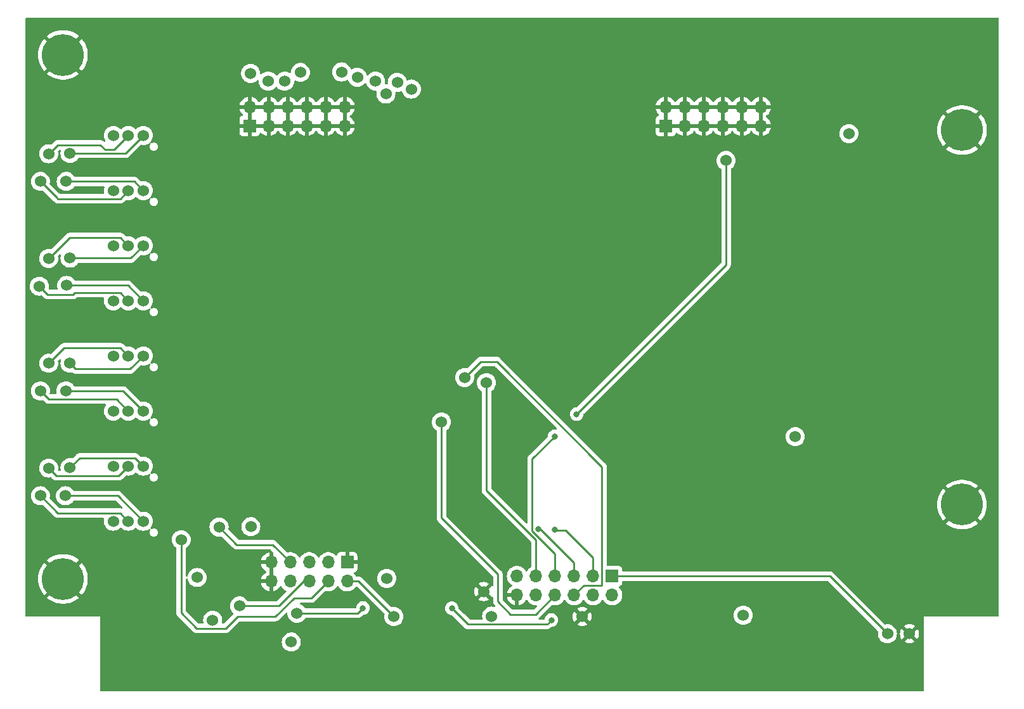
<source format=gbr>
%TF.GenerationSoftware,KiCad,Pcbnew,7.0.8*%
%TF.CreationDate,2023-12-20T09:48:56+01:00*%
%TF.ProjectId,Bed_of_nails,4265645f-6f66-45f6-9e61-696c732e6b69,AC*%
%TF.SameCoordinates,Original*%
%TF.FileFunction,Copper,L1,Top*%
%TF.FilePolarity,Positive*%
%FSLAX46Y46*%
G04 Gerber Fmt 4.6, Leading zero omitted, Abs format (unit mm)*
G04 Created by KiCad (PCBNEW 7.0.8) date 2023-12-20 09:48:56*
%MOMM*%
%LPD*%
G01*
G04 APERTURE LIST*
%TA.AperFunction,ComponentPad*%
%ADD10C,1.524000*%
%TD*%
%TA.AperFunction,ComponentPad*%
%ADD11R,1.700000X1.700000*%
%TD*%
%TA.AperFunction,ComponentPad*%
%ADD12O,1.700000X1.700000*%
%TD*%
%TA.AperFunction,ConnectorPad*%
%ADD13C,5.600000*%
%TD*%
%TA.AperFunction,ComponentPad*%
%ADD14C,3.600000*%
%TD*%
%TA.AperFunction,ViaPad*%
%ADD15C,0.800000*%
%TD*%
%TA.AperFunction,Conductor*%
%ADD16C,0.250000*%
%TD*%
G04 APERTURE END LIST*
D10*
%TO.P,TP48,1,1*%
%TO.N,Net-(J4-Pin_8)*%
X123074732Y-113840019D03*
%TD*%
%TO.P,TP47,1,1*%
%TO.N,Net-(J4-Pin_6)*%
X121559737Y-124419975D03*
%TD*%
%TO.P,TP46,1,1*%
%TO.N,Net-(J4-Pin_4)*%
X113769749Y-115569999D03*
%TD*%
%TO.P,TP45,1,1*%
%TO.N,Net-(J3-Pin_10)*%
X188820714Y-125670000D03*
%TD*%
%TO.P,TP44,1,1*%
%TO.N,Net-(J4-Pin_7)*%
X118838414Y-113884320D03*
%TD*%
%TO.P,TP43,1,1*%
%TO.N,Net-(J4-Pin_5)*%
X117979761Y-126345023D03*
%TD*%
%TO.P,TP42,1,1*%
%TO.N,Net-(J4-Pin_3)*%
X115908360Y-120627851D03*
%TD*%
%TO.P,TP41,1,1*%
%TO.N,Net-(J5-Pad7)*%
X135199793Y-53069999D03*
%TD*%
%TO.P,TP40,1,1*%
%TO.N,Net-(J5-Pad6)*%
X137299778Y-53780011D03*
%TD*%
%TO.P,TP39,1,1*%
%TO.N,Net-(J5-Pad5)*%
X139724085Y-54290000D03*
%TD*%
%TO.P,TP38,1,1*%
%TO.N,Net-(J5-Pad3)*%
X141109776Y-56020001D03*
%TD*%
%TO.P,TP37,1,1*%
%TO.N,Net-(J5-Pad2)*%
X142631871Y-54460000D03*
%TD*%
%TO.P,TP36,1,1*%
%TO.N,Net-(J5-Pad1)*%
X144519749Y-55359977D03*
%TD*%
%TO.P,TP35,1,1*%
%TO.N,Net-(TP35-Pad1)*%
X123039759Y-53260001D03*
%TD*%
%TO.P,TP34,1,1*%
%TO.N,Net-(TP34-Pad1)*%
X125399744Y-54290031D03*
%TD*%
%TO.P,TP33,1,1*%
%TO.N,Net-(TP33-Pad1)*%
X127589756Y-54319989D03*
%TD*%
%TO.P,TP32,1,1*%
%TO.N,Net-(TP32-Pad1)*%
X129692357Y-53139386D03*
%TD*%
%TO.P,TP31,1,1*%
%TO.N,Net-(J9-Pin_2)*%
X94979762Y-109700000D03*
%TD*%
%TO.P,TP30,1,1*%
%TO.N,Net-(J13-Pin_2)*%
X96079762Y-106000000D03*
%TD*%
%TO.P,TP29,1,1*%
%TO.N,Net-(J7-Pin_2)*%
X94829762Y-81700000D03*
%TD*%
%TO.P,TP28,1,1*%
%TO.N,Net-(J11-Pin_2)*%
X96079762Y-78000000D03*
%TD*%
%TO.P,TP27,1,1*%
%TO.N,Net-(J8-Pin_2)*%
X94979762Y-95700000D03*
%TD*%
%TO.P,TP26,1,1*%
%TO.N,Net-(J12-Pin_2)*%
X96079762Y-92000000D03*
%TD*%
%TO.P,TP25,1,1*%
%TO.N,Net-(J6-Pin_2)*%
X94979762Y-67700000D03*
%TD*%
%TO.P,TP24,1,1*%
%TO.N,Net-(J10-Pin_2)*%
X96079762Y-64000000D03*
%TD*%
%TO.P,TP23,1,1*%
%TO.N,GND*%
X154179762Y-122500000D03*
%TD*%
%TO.P,TP22,1,1*%
%TO.N,Net-(J3-Pin_4)*%
X141229762Y-120750000D03*
%TD*%
%TO.P,TP21,1,1*%
%TO.N,Net-(J3-Pin_3)*%
X129229762Y-125400000D03*
%TD*%
%TO.P,TP20,1,1*%
%TO.N,Net-(J9-Pin_1)*%
X98329762Y-109700000D03*
%TD*%
%TO.P,TP19,1,1*%
%TO.N,Net-(J13-Pin_1)*%
X98929762Y-105950000D03*
%TD*%
%TO.P,TP18,1,1*%
%TO.N,Net-(J7-Pin_1)*%
X98479762Y-81600000D03*
%TD*%
%TO.P,TP17,1,1*%
%TO.N,Net-(J11-Pin_1)*%
X98929762Y-77950000D03*
%TD*%
%TO.P,TP16,1,1*%
%TO.N,Net-(J8-Pin_1)*%
X98379762Y-95700000D03*
%TD*%
%TO.P,TP15,1,1*%
%TO.N,Net-(J12-Pin_1)*%
X98929762Y-92000000D03*
%TD*%
%TO.P,TP14,1,1*%
%TO.N,Net-(J6-Pin_1)*%
X98429762Y-67700000D03*
%TD*%
%TO.P,TP13,1,1*%
%TO.N,Net-(J10-Pin_1)*%
X98929762Y-63950000D03*
%TD*%
%TO.P,TP12,1,1*%
%TO.N,GND*%
X167329762Y-125850000D03*
%TD*%
%TO.P,TP11,1,1*%
%TO.N,Net-(J3-Pin_2)*%
X202929762Y-61300000D03*
%TD*%
%TO.P,TP10,1,1*%
%TO.N,Net-(J3-Pin_1)*%
X208079762Y-128150000D03*
%TD*%
%TO.P,TP9,1,1*%
%TO.N,Net-(J3-Pin_11)*%
X195779762Y-101800000D03*
%TD*%
%TO.P,TP8,1,1*%
%TO.N,Net-(J3-Pin_9)*%
X154529762Y-94600000D03*
%TD*%
%TO.P,TP7,1,1*%
%TO.N,Net-(J3-Pin_8)*%
X148529762Y-99850000D03*
%TD*%
%TO.P,TP6,1,1*%
%TO.N,Net-(J3-Pin_7)*%
X186529762Y-64900000D03*
%TD*%
%TO.P,TP5,1,1*%
%TO.N,Net-(J3-Pin_6)*%
X151629762Y-93900000D03*
%TD*%
%TO.P,TP4,1,1*%
%TO.N,Net-(J3-Pin_5)*%
X128479762Y-129250000D03*
%TD*%
%TO.P,TP3,1,1*%
%TO.N,GND*%
X211029762Y-128150000D03*
%TD*%
%TO.P,TP2,1,1*%
%TO.N,Net-(J4-Pin_2)*%
X155229762Y-125800000D03*
%TD*%
%TO.P,TP1,1,1*%
%TO.N,Net-(J4-Pin_2)*%
X142179762Y-125850000D03*
%TD*%
D11*
%TO.P,J1,1,Pin_1*%
%TO.N,GND*%
X178489999Y-60280000D03*
D12*
%TO.P,J1,2,Pin_2*%
X178489999Y-57740000D03*
%TO.P,J1,3,Pin_3*%
X181029999Y-60280000D03*
%TO.P,J1,4,Pin_4*%
X181029999Y-57740000D03*
%TO.P,J1,5,Pin_5*%
X183569999Y-60280000D03*
%TO.P,J1,6,Pin_6*%
X183569999Y-57740000D03*
%TO.P,J1,7,Pin_7*%
X186109999Y-60280000D03*
%TO.P,J1,8,Pin_8*%
X186109999Y-57740000D03*
%TO.P,J1,9,Pin_9*%
X188649999Y-60280000D03*
%TO.P,J1,10,Pin_10*%
X188649999Y-57740000D03*
%TO.P,J1,11,Pin_11*%
X191189999Y-60280000D03*
%TO.P,J1,12,Pin_12*%
X191189999Y-57740000D03*
%TD*%
D13*
%TO.P,REF\u002A\u002A,1*%
%TO.N,GND*%
X97989762Y-50790000D03*
D14*
X97989762Y-50790000D03*
%TD*%
D13*
%TO.P,REF\u002A\u002A,1*%
%TO.N,GND*%
X218049762Y-60840000D03*
D14*
X218049762Y-60840000D03*
%TD*%
%TO.P,REF\u002A\u002A,1*%
%TO.N,GND*%
X97989762Y-120830000D03*
D13*
X97989762Y-120830000D03*
%TD*%
D14*
%TO.P,REF\u002A\u002A,1*%
%TO.N,GND*%
X218029762Y-110880000D03*
D13*
X218029762Y-110880000D03*
%TD*%
D11*
%TO.P,J4,1,Pin_1*%
%TO.N,GND*%
X135939999Y-118590000D03*
D12*
%TO.P,J4,2,Pin_2*%
%TO.N,Net-(J4-Pin_2)*%
X135939999Y-121130000D03*
%TO.P,J4,3,Pin_3*%
%TO.N,Net-(J4-Pin_3)*%
X133399999Y-118590000D03*
%TO.P,J4,4,Pin_4*%
%TO.N,Net-(J4-Pin_4)*%
X133399999Y-121130000D03*
%TO.P,J4,5,Pin_5*%
%TO.N,Net-(J4-Pin_5)*%
X130859999Y-118590000D03*
%TO.P,J4,6,Pin_6*%
%TO.N,Net-(J4-Pin_6)*%
X130859999Y-121130000D03*
%TO.P,J4,7,Pin_7*%
%TO.N,Net-(J4-Pin_7)*%
X128319999Y-118590000D03*
%TO.P,J4,8,Pin_8*%
%TO.N,Net-(J4-Pin_8)*%
X128319999Y-121130000D03*
%TO.P,J4,9,Pin_9*%
%TO.N,GND*%
X125779999Y-118590000D03*
%TO.P,J4,10,Pin_10*%
X125779999Y-121130000D03*
%TD*%
D11*
%TO.P,J3,1,Pin_1*%
%TO.N,Net-(J3-Pin_1)*%
X171319999Y-120440000D03*
D12*
%TO.P,J3,2,Pin_2*%
%TO.N,Net-(J3-Pin_2)*%
X171319999Y-122980000D03*
%TO.P,J3,3,Pin_3*%
%TO.N,Net-(J3-Pin_3)*%
X168779999Y-120440000D03*
%TO.P,J3,4,Pin_4*%
%TO.N,Net-(J3-Pin_4)*%
X168779999Y-122980000D03*
%TO.P,J3,5,Pin_5*%
%TO.N,Net-(J3-Pin_5)*%
X166239999Y-120440000D03*
%TO.P,J3,6,Pin_6*%
%TO.N,Net-(J3-Pin_6)*%
X166239999Y-122980000D03*
%TO.P,J3,7,Pin_7*%
%TO.N,Net-(J3-Pin_7)*%
X163699999Y-120440000D03*
%TO.P,J3,8,Pin_8*%
%TO.N,Net-(J3-Pin_8)*%
X163699999Y-122980000D03*
%TO.P,J3,9,Pin_9*%
%TO.N,Net-(J3-Pin_9)*%
X161159999Y-120440000D03*
%TO.P,J3,10,Pin_10*%
%TO.N,Net-(J3-Pin_10)*%
X161159999Y-122980000D03*
%TO.P,J3,11,Pin_11*%
%TO.N,Net-(J3-Pin_11)*%
X158619999Y-120440000D03*
%TO.P,J3,12,Pin_12*%
%TO.N,GND*%
X158619999Y-122980000D03*
%TD*%
D11*
%TO.P,J2,1,Pin_1*%
%TO.N,GND*%
X122909999Y-60280000D03*
D12*
%TO.P,J2,2,Pin_2*%
X122909999Y-57740000D03*
%TO.P,J2,3,Pin_3*%
X125449999Y-60280000D03*
%TO.P,J2,4,Pin_4*%
X125449999Y-57740000D03*
%TO.P,J2,5,Pin_5*%
X127989999Y-60280000D03*
%TO.P,J2,6,Pin_6*%
X127989999Y-57740000D03*
%TO.P,J2,7,Pin_7*%
X130529999Y-60280000D03*
%TO.P,J2,8,Pin_8*%
X130529999Y-57740000D03*
%TO.P,J2,9,Pin_9*%
X133069999Y-60280000D03*
%TO.P,J2,10,Pin_10*%
X133069999Y-57740000D03*
%TO.P,J2,11,Pin_11*%
X135609999Y-60280000D03*
%TO.P,J2,12,Pin_12*%
X135609999Y-57740000D03*
%TD*%
D10*
%TO.P,J12,1,Pin_1*%
%TO.N,Net-(J12-Pin_1)*%
X108720000Y-91017140D03*
%TO.P,J12,2,Pin_2*%
%TO.N,Net-(J12-Pin_2)*%
X106720000Y-91017140D03*
%TO.P,J12,3,Pin_3*%
%TO.N,unconnected-(J12-Pin_3-Pad3)*%
X104720000Y-91017140D03*
%TD*%
%TO.P,J7,1,Pin_1*%
%TO.N,Net-(J7-Pin_1)*%
X108720000Y-83652855D03*
%TO.P,J7,2,Pin_2*%
%TO.N,Net-(J7-Pin_2)*%
X106720000Y-83652855D03*
%TO.P,J7,3,Pin_3*%
%TO.N,unconnected-(J7-Pin_3-Pad3)*%
X104720000Y-83652855D03*
%TD*%
%TO.P,J8,1,Pin_1*%
%TO.N,Net-(J8-Pin_1)*%
X108720000Y-98381425D03*
%TO.P,J8,2,Pin_2*%
%TO.N,Net-(J8-Pin_2)*%
X106720000Y-98381425D03*
%TO.P,J8,3,Pin_3*%
%TO.N,unconnected-(J8-Pin_3-Pad3)*%
X104720000Y-98381425D03*
%TD*%
%TO.P,J13,1,Pin_1*%
%TO.N,Net-(J13-Pin_1)*%
X108720000Y-105745710D03*
%TO.P,J13,2,Pin_2*%
%TO.N,Net-(J13-Pin_2)*%
X106720000Y-105745710D03*
%TO.P,J13,3,Pin_3*%
%TO.N,unconnected-(J13-Pin_3-Pad3)*%
X104720000Y-105745710D03*
%TD*%
%TO.P,J11,1,Pin_1*%
%TO.N,Net-(J11-Pin_1)*%
X108720000Y-76288570D03*
%TO.P,J11,2,Pin_2*%
%TO.N,Net-(J11-Pin_2)*%
X106720000Y-76288570D03*
%TO.P,J11,3,Pin_3*%
%TO.N,unconnected-(J11-Pin_3-Pad3)*%
X104720000Y-76288570D03*
%TD*%
%TO.P,J10,1,Pin_1*%
%TO.N,Net-(J10-Pin_1)*%
X108720000Y-61560000D03*
%TO.P,J10,2,Pin_2*%
%TO.N,Net-(J10-Pin_2)*%
X106720000Y-61560000D03*
%TO.P,J10,3,Pin_3*%
%TO.N,unconnected-(J10-Pin_3-Pad3)*%
X104720000Y-61560000D03*
%TD*%
%TO.P,J9,1,Pin_1*%
%TO.N,Net-(J9-Pin_1)*%
X108720000Y-113110000D03*
%TO.P,J9,2,Pin_2*%
%TO.N,Net-(J9-Pin_2)*%
X106720000Y-113110000D03*
%TO.P,J9,3,Pin_3*%
%TO.N,unconnected-(J9-Pin_3-Pad3)*%
X104720000Y-113110000D03*
%TD*%
%TO.P,J6,1,Pin_1*%
%TO.N,Net-(J6-Pin_1)*%
X108720000Y-68924285D03*
%TO.P,J6,2,Pin_2*%
%TO.N,Net-(J6-Pin_2)*%
X106720000Y-68924285D03*
%TO.P,J6,3,Pin_3*%
%TO.N,unconnected-(J6-Pin_3-Pad3)*%
X104720000Y-68924285D03*
%TD*%
D15*
%TO.N,Net-(J3-Pin_3)*%
X138050000Y-124700000D03*
X163670000Y-114270000D03*
%TO.N,Net-(J3-Pin_4)*%
X149910000Y-124740000D03*
X163210000Y-126310000D03*
%TO.N,Net-(J3-Pin_5)*%
X161442299Y-114167701D03*
%TO.N,Net-(J3-Pin_7)*%
X166580000Y-98800000D03*
X163660000Y-101760000D03*
%TD*%
D16*
%TO.N,Net-(J4-Pin_2)*%
X135939999Y-121130000D02*
X137459762Y-121130000D01*
X137459762Y-121130000D02*
X142179762Y-125850000D01*
%TO.N,Net-(J4-Pin_6)*%
X130130000Y-121130000D02*
X126840025Y-124419975D01*
X130859999Y-121130000D02*
X130130000Y-121130000D01*
X126840025Y-124419975D02*
X121559737Y-124419975D01*
%TO.N,Net-(J4-Pin_7)*%
X125969999Y-116240000D02*
X121194094Y-116240000D01*
X121194094Y-116240000D02*
X118838414Y-113884320D01*
X128319999Y-118590000D02*
X125969999Y-116240000D01*
%TO.N,Net-(J6-Pin_1)*%
X98429762Y-67700000D02*
X107495715Y-67700000D01*
X107495715Y-67700000D02*
X108720000Y-68924285D01*
%TO.N,Net-(J6-Pin_2)*%
X94979762Y-67700000D02*
X97099762Y-69820000D01*
X105633000Y-70011285D02*
X106720000Y-68924285D01*
X97321285Y-70011285D02*
X105633000Y-70011285D01*
X97130000Y-69820000D02*
X97321285Y-70011285D01*
X97099762Y-69820000D02*
X97130000Y-69820000D01*
%TO.N,Net-(J7-Pin_1)*%
X106667145Y-81600000D02*
X108720000Y-83652855D01*
X98479762Y-81600000D02*
X106667145Y-81600000D01*
%TO.N,Net-(J7-Pin_2)*%
X99584145Y-82565855D02*
X105633000Y-82565855D01*
X94829762Y-81700000D02*
X95929762Y-82800000D01*
X105633000Y-82565855D02*
X106720000Y-83652855D01*
X99350000Y-82800000D02*
X99584145Y-82565855D01*
X95929762Y-82800000D02*
X99350000Y-82800000D01*
%TO.N,Net-(J8-Pin_1)*%
X106038575Y-95700000D02*
X108720000Y-98381425D01*
X98379762Y-95700000D02*
X106038575Y-95700000D01*
%TO.N,Net-(J8-Pin_2)*%
X96066762Y-96787000D02*
X105125575Y-96787000D01*
X94979762Y-95700000D02*
X96066762Y-96787000D01*
X105125575Y-96787000D02*
X106720000Y-98381425D01*
%TO.N,Net-(J3-Pin_1)*%
X200369762Y-120440000D02*
X208079762Y-128150000D01*
X171319999Y-120440000D02*
X200369762Y-120440000D01*
%TO.N,Net-(J3-Pin_3)*%
X163670000Y-114270000D02*
X163690000Y-114290000D01*
X137350000Y-125400000D02*
X138050000Y-124700000D01*
X129229762Y-125400000D02*
X137350000Y-125400000D01*
X163690000Y-114290000D02*
X165130000Y-114290000D01*
X168779999Y-117939999D02*
X168779999Y-120440000D01*
X165130000Y-114290000D02*
X168779999Y-117939999D01*
%TO.N,Net-(J3-Pin_4)*%
X162633000Y-126887000D02*
X152057000Y-126887000D01*
X152057000Y-126887000D02*
X149910000Y-124740000D01*
X163210000Y-126310000D02*
X162633000Y-126887000D01*
%TO.N,Net-(J3-Pin_5)*%
X166239999Y-118669999D02*
X166239999Y-120440000D01*
X161737701Y-114167701D02*
X166239999Y-118669999D01*
X161442299Y-114167701D02*
X161737701Y-114167701D01*
%TO.N,Net-(J3-Pin_6)*%
X155920000Y-91780000D02*
X153749762Y-91780000D01*
X153749762Y-91780000D02*
X151629762Y-93900000D01*
X167539999Y-121680000D02*
X169970000Y-121680000D01*
X169970000Y-121680000D02*
X169970000Y-105830000D01*
X166239999Y-122980000D02*
X167539999Y-121680000D01*
X169970000Y-105830000D02*
X155920000Y-91780000D01*
%TO.N,Net-(J3-Pin_7)*%
X163699999Y-120440000D02*
X163699999Y-117449999D01*
X163699999Y-117449999D02*
X160640000Y-114390000D01*
X160640000Y-114390000D02*
X160640000Y-104780000D01*
X160640000Y-104780000D02*
X163660000Y-101760000D01*
X186529762Y-78850238D02*
X186529762Y-64900000D01*
X166580000Y-98800000D02*
X186529762Y-78850238D01*
%TO.N,Net-(J3-Pin_8)*%
X157780000Y-125560000D02*
X161119999Y-125560000D01*
X148529762Y-112659762D02*
X156070000Y-120200000D01*
X156070000Y-120200000D02*
X156070000Y-123850000D01*
X161119999Y-125560000D02*
X163699999Y-122980000D01*
X156070000Y-123850000D02*
X157780000Y-125560000D01*
X148529762Y-99850000D02*
X148529762Y-112659762D01*
%TO.N,Net-(J3-Pin_9)*%
X154529762Y-94600000D02*
X154529762Y-108989762D01*
X161159999Y-115619999D02*
X161159999Y-120440000D01*
X154529762Y-108989762D02*
X161159999Y-115619999D01*
%TO.N,Net-(J4-Pin_4)*%
X133399999Y-121130000D02*
X131179999Y-123350000D01*
X128830000Y-123350000D02*
X126330000Y-125850000D01*
X126330000Y-125850000D02*
X121310000Y-125850000D01*
X121310000Y-125850000D02*
X119727977Y-127432023D01*
X115842023Y-127432023D02*
X113769749Y-125359749D01*
X131179999Y-123350000D02*
X128830000Y-123350000D01*
X113769749Y-125359749D02*
X113769749Y-115569999D01*
X119727977Y-127432023D02*
X115842023Y-127432023D01*
%TO.N,Net-(J9-Pin_1)*%
X98329762Y-109700000D02*
X105310000Y-109700000D01*
X105310000Y-109700000D02*
X108720000Y-113110000D01*
%TO.N,Net-(J9-Pin_2)*%
X94979762Y-109700000D02*
X97302762Y-112023000D01*
X105633000Y-112023000D02*
X106720000Y-113110000D01*
X97302762Y-112023000D02*
X105633000Y-112023000D01*
%TO.N,Net-(J10-Pin_1)*%
X98929762Y-63950000D02*
X106330000Y-63950000D01*
X106330000Y-63950000D02*
X108720000Y-61560000D01*
%TO.N,Net-(J10-Pin_2)*%
X97259762Y-62820000D02*
X102980000Y-62820000D01*
X104810000Y-63470000D02*
X106720000Y-61560000D01*
X102980000Y-62820000D02*
X103630000Y-63470000D01*
X96079762Y-64000000D02*
X97259762Y-62820000D01*
X103630000Y-63470000D02*
X104810000Y-63470000D01*
%TO.N,Net-(J11-Pin_1)*%
X98929762Y-77950000D02*
X107058570Y-77950000D01*
X107058570Y-77950000D02*
X108720000Y-76288570D01*
%TO.N,Net-(J11-Pin_2)*%
X98878192Y-75201570D02*
X105633000Y-75201570D01*
X96079762Y-78000000D02*
X98878192Y-75201570D01*
X105633000Y-75201570D02*
X106720000Y-76288570D01*
%TO.N,Net-(J12-Pin_1)*%
X99691761Y-92761999D02*
X106975141Y-92761999D01*
X98929762Y-92000000D02*
X99691761Y-92761999D01*
X106975141Y-92761999D02*
X108720000Y-91017140D01*
%TO.N,Net-(J12-Pin_2)*%
X105633000Y-89930140D02*
X106720000Y-91017140D01*
X98149622Y-89930140D02*
X105633000Y-89930140D01*
X96079762Y-92000000D02*
X98149622Y-89930140D01*
%TO.N,Net-(J13-Pin_1)*%
X98929762Y-105950000D02*
X100221052Y-104658710D01*
X100221052Y-104658710D02*
X107633000Y-104658710D01*
X107633000Y-104658710D02*
X108720000Y-105745710D01*
%TO.N,Net-(J13-Pin_2)*%
X105428710Y-107037000D02*
X106720000Y-105745710D01*
X97116762Y-107037000D02*
X105428710Y-107037000D01*
X96079762Y-106000000D02*
X97116762Y-107037000D01*
%TD*%
%TA.AperFunction,Conductor*%
%TO.N,GND*%
G36*
X126033999Y-120696325D02*
G01*
X125922314Y-120645320D01*
X125815762Y-120630000D01*
X125744236Y-120630000D01*
X125637684Y-120645320D01*
X125525999Y-120696325D01*
X125525999Y-119023674D01*
X125637684Y-119074680D01*
X125744236Y-119090000D01*
X125815762Y-119090000D01*
X125922314Y-119074680D01*
X126033999Y-119023674D01*
X126033999Y-120696325D01*
G37*
%TD.AperFunction*%
%TA.AperFunction,Conductor*%
G36*
X124990506Y-60070156D02*
G01*
X124949999Y-60208111D01*
X124949999Y-60351889D01*
X124990506Y-60489844D01*
X125018883Y-60534000D01*
X123341115Y-60534000D01*
X123369492Y-60489844D01*
X123409999Y-60351889D01*
X123409999Y-60208111D01*
X123369492Y-60070156D01*
X123341115Y-60026000D01*
X125018883Y-60026000D01*
X124990506Y-60070156D01*
G37*
%TD.AperFunction*%
%TA.AperFunction,Conductor*%
G36*
X127530506Y-60070156D02*
G01*
X127489999Y-60208111D01*
X127489999Y-60351889D01*
X127530506Y-60489844D01*
X127558883Y-60534000D01*
X125881115Y-60534000D01*
X125909492Y-60489844D01*
X125949999Y-60351889D01*
X125949999Y-60208111D01*
X125909492Y-60070156D01*
X125881115Y-60026000D01*
X127558883Y-60026000D01*
X127530506Y-60070156D01*
G37*
%TD.AperFunction*%
%TA.AperFunction,Conductor*%
G36*
X130070506Y-60070156D02*
G01*
X130029999Y-60208111D01*
X130029999Y-60351889D01*
X130070506Y-60489844D01*
X130098883Y-60534000D01*
X128421115Y-60534000D01*
X128449492Y-60489844D01*
X128489999Y-60351889D01*
X128489999Y-60208111D01*
X128449492Y-60070156D01*
X128421115Y-60026000D01*
X130098883Y-60026000D01*
X130070506Y-60070156D01*
G37*
%TD.AperFunction*%
%TA.AperFunction,Conductor*%
G36*
X132610506Y-60070156D02*
G01*
X132569999Y-60208111D01*
X132569999Y-60351889D01*
X132610506Y-60489844D01*
X132638883Y-60534000D01*
X130961115Y-60534000D01*
X130989492Y-60489844D01*
X131029999Y-60351889D01*
X131029999Y-60208111D01*
X130989492Y-60070156D01*
X130961115Y-60026000D01*
X132638883Y-60026000D01*
X132610506Y-60070156D01*
G37*
%TD.AperFunction*%
%TA.AperFunction,Conductor*%
G36*
X135150506Y-60070156D02*
G01*
X135109999Y-60208111D01*
X135109999Y-60351889D01*
X135150506Y-60489844D01*
X135178883Y-60534000D01*
X133501115Y-60534000D01*
X133529492Y-60489844D01*
X133569999Y-60351889D01*
X133569999Y-60208111D01*
X133529492Y-60070156D01*
X133501115Y-60026000D01*
X135178883Y-60026000D01*
X135150506Y-60070156D01*
G37*
%TD.AperFunction*%
%TA.AperFunction,Conductor*%
G36*
X123163999Y-59846325D02*
G01*
X123052314Y-59795320D01*
X122945762Y-59780000D01*
X122874236Y-59780000D01*
X122767684Y-59795320D01*
X122655999Y-59846325D01*
X122655999Y-58173674D01*
X122767684Y-58224680D01*
X122874236Y-58240000D01*
X122945762Y-58240000D01*
X123052314Y-58224680D01*
X123163999Y-58173674D01*
X123163999Y-59846325D01*
G37*
%TD.AperFunction*%
%TA.AperFunction,Conductor*%
G36*
X125703999Y-59846325D02*
G01*
X125592314Y-59795320D01*
X125485762Y-59780000D01*
X125414236Y-59780000D01*
X125307684Y-59795320D01*
X125195999Y-59846325D01*
X125195999Y-58173674D01*
X125307684Y-58224680D01*
X125414236Y-58240000D01*
X125485762Y-58240000D01*
X125592314Y-58224680D01*
X125703999Y-58173674D01*
X125703999Y-59846325D01*
G37*
%TD.AperFunction*%
%TA.AperFunction,Conductor*%
G36*
X128243999Y-59846325D02*
G01*
X128132314Y-59795320D01*
X128025762Y-59780000D01*
X127954236Y-59780000D01*
X127847684Y-59795320D01*
X127735999Y-59846325D01*
X127735999Y-58173674D01*
X127847684Y-58224680D01*
X127954236Y-58240000D01*
X128025762Y-58240000D01*
X128132314Y-58224680D01*
X128243999Y-58173674D01*
X128243999Y-59846325D01*
G37*
%TD.AperFunction*%
%TA.AperFunction,Conductor*%
G36*
X130783999Y-59846325D02*
G01*
X130672314Y-59795320D01*
X130565762Y-59780000D01*
X130494236Y-59780000D01*
X130387684Y-59795320D01*
X130275999Y-59846325D01*
X130275999Y-58173674D01*
X130387684Y-58224680D01*
X130494236Y-58240000D01*
X130565762Y-58240000D01*
X130672314Y-58224680D01*
X130783999Y-58173674D01*
X130783999Y-59846325D01*
G37*
%TD.AperFunction*%
%TA.AperFunction,Conductor*%
G36*
X133323999Y-59846325D02*
G01*
X133212314Y-59795320D01*
X133105762Y-59780000D01*
X133034236Y-59780000D01*
X132927684Y-59795320D01*
X132815999Y-59846325D01*
X132815999Y-58173674D01*
X132927684Y-58224680D01*
X133034236Y-58240000D01*
X133105762Y-58240000D01*
X133212314Y-58224680D01*
X133323999Y-58173674D01*
X133323999Y-59846325D01*
G37*
%TD.AperFunction*%
%TA.AperFunction,Conductor*%
G36*
X135863999Y-59846325D02*
G01*
X135752314Y-59795320D01*
X135645762Y-59780000D01*
X135574236Y-59780000D01*
X135467684Y-59795320D01*
X135355999Y-59846325D01*
X135355999Y-58173674D01*
X135467684Y-58224680D01*
X135574236Y-58240000D01*
X135645762Y-58240000D01*
X135752314Y-58224680D01*
X135863999Y-58173674D01*
X135863999Y-59846325D01*
G37*
%TD.AperFunction*%
%TA.AperFunction,Conductor*%
G36*
X124990506Y-57530156D02*
G01*
X124949999Y-57668111D01*
X124949999Y-57811889D01*
X124990506Y-57949844D01*
X125018883Y-57994000D01*
X123341115Y-57994000D01*
X123369492Y-57949844D01*
X123409999Y-57811889D01*
X123409999Y-57668111D01*
X123369492Y-57530156D01*
X123341115Y-57486000D01*
X125018883Y-57486000D01*
X124990506Y-57530156D01*
G37*
%TD.AperFunction*%
%TA.AperFunction,Conductor*%
G36*
X127530506Y-57530156D02*
G01*
X127489999Y-57668111D01*
X127489999Y-57811889D01*
X127530506Y-57949844D01*
X127558883Y-57994000D01*
X125881115Y-57994000D01*
X125909492Y-57949844D01*
X125949999Y-57811889D01*
X125949999Y-57668111D01*
X125909492Y-57530156D01*
X125881115Y-57486000D01*
X127558883Y-57486000D01*
X127530506Y-57530156D01*
G37*
%TD.AperFunction*%
%TA.AperFunction,Conductor*%
G36*
X130070506Y-57530156D02*
G01*
X130029999Y-57668111D01*
X130029999Y-57811889D01*
X130070506Y-57949844D01*
X130098883Y-57994000D01*
X128421115Y-57994000D01*
X128449492Y-57949844D01*
X128489999Y-57811889D01*
X128489999Y-57668111D01*
X128449492Y-57530156D01*
X128421115Y-57486000D01*
X130098883Y-57486000D01*
X130070506Y-57530156D01*
G37*
%TD.AperFunction*%
%TA.AperFunction,Conductor*%
G36*
X132610506Y-57530156D02*
G01*
X132569999Y-57668111D01*
X132569999Y-57811889D01*
X132610506Y-57949844D01*
X132638883Y-57994000D01*
X130961115Y-57994000D01*
X130989492Y-57949844D01*
X131029999Y-57811889D01*
X131029999Y-57668111D01*
X130989492Y-57530156D01*
X130961115Y-57486000D01*
X132638883Y-57486000D01*
X132610506Y-57530156D01*
G37*
%TD.AperFunction*%
%TA.AperFunction,Conductor*%
G36*
X135150506Y-57530156D02*
G01*
X135109999Y-57668111D01*
X135109999Y-57811889D01*
X135150506Y-57949844D01*
X135178883Y-57994000D01*
X133501115Y-57994000D01*
X133529492Y-57949844D01*
X133569999Y-57811889D01*
X133569999Y-57668111D01*
X133529492Y-57530156D01*
X133501115Y-57486000D01*
X135178883Y-57486000D01*
X135150506Y-57530156D01*
G37*
%TD.AperFunction*%
%TA.AperFunction,Conductor*%
G36*
X180570506Y-60070156D02*
G01*
X180529999Y-60208111D01*
X180529999Y-60351889D01*
X180570506Y-60489844D01*
X180598883Y-60534000D01*
X178921115Y-60534000D01*
X178949492Y-60489844D01*
X178989999Y-60351889D01*
X178989999Y-60208111D01*
X178949492Y-60070156D01*
X178921115Y-60026000D01*
X180598883Y-60026000D01*
X180570506Y-60070156D01*
G37*
%TD.AperFunction*%
%TA.AperFunction,Conductor*%
G36*
X183110506Y-60070156D02*
G01*
X183069999Y-60208111D01*
X183069999Y-60351889D01*
X183110506Y-60489844D01*
X183138883Y-60534000D01*
X181461115Y-60534000D01*
X181489492Y-60489844D01*
X181529999Y-60351889D01*
X181529999Y-60208111D01*
X181489492Y-60070156D01*
X181461115Y-60026000D01*
X183138883Y-60026000D01*
X183110506Y-60070156D01*
G37*
%TD.AperFunction*%
%TA.AperFunction,Conductor*%
G36*
X185650506Y-60070156D02*
G01*
X185609999Y-60208111D01*
X185609999Y-60351889D01*
X185650506Y-60489844D01*
X185678883Y-60534000D01*
X184001115Y-60534000D01*
X184029492Y-60489844D01*
X184069999Y-60351889D01*
X184069999Y-60208111D01*
X184029492Y-60070156D01*
X184001115Y-60026000D01*
X185678883Y-60026000D01*
X185650506Y-60070156D01*
G37*
%TD.AperFunction*%
%TA.AperFunction,Conductor*%
G36*
X188190506Y-60070156D02*
G01*
X188149999Y-60208111D01*
X188149999Y-60351889D01*
X188190506Y-60489844D01*
X188218883Y-60534000D01*
X186541115Y-60534000D01*
X186569492Y-60489844D01*
X186609999Y-60351889D01*
X186609999Y-60208111D01*
X186569492Y-60070156D01*
X186541115Y-60026000D01*
X188218883Y-60026000D01*
X188190506Y-60070156D01*
G37*
%TD.AperFunction*%
%TA.AperFunction,Conductor*%
G36*
X190730506Y-60070156D02*
G01*
X190689999Y-60208111D01*
X190689999Y-60351889D01*
X190730506Y-60489844D01*
X190758883Y-60534000D01*
X189081115Y-60534000D01*
X189109492Y-60489844D01*
X189149999Y-60351889D01*
X189149999Y-60208111D01*
X189109492Y-60070156D01*
X189081115Y-60026000D01*
X190758883Y-60026000D01*
X190730506Y-60070156D01*
G37*
%TD.AperFunction*%
%TA.AperFunction,Conductor*%
G36*
X178743999Y-59846325D02*
G01*
X178632314Y-59795320D01*
X178525762Y-59780000D01*
X178454236Y-59780000D01*
X178347684Y-59795320D01*
X178235999Y-59846325D01*
X178235999Y-58173674D01*
X178347684Y-58224680D01*
X178454236Y-58240000D01*
X178525762Y-58240000D01*
X178632314Y-58224680D01*
X178743999Y-58173674D01*
X178743999Y-59846325D01*
G37*
%TD.AperFunction*%
%TA.AperFunction,Conductor*%
G36*
X181283999Y-59846325D02*
G01*
X181172314Y-59795320D01*
X181065762Y-59780000D01*
X180994236Y-59780000D01*
X180887684Y-59795320D01*
X180775999Y-59846325D01*
X180775999Y-58173674D01*
X180887684Y-58224680D01*
X180994236Y-58240000D01*
X181065762Y-58240000D01*
X181172314Y-58224680D01*
X181283999Y-58173674D01*
X181283999Y-59846325D01*
G37*
%TD.AperFunction*%
%TA.AperFunction,Conductor*%
G36*
X183823999Y-59846325D02*
G01*
X183712314Y-59795320D01*
X183605762Y-59780000D01*
X183534236Y-59780000D01*
X183427684Y-59795320D01*
X183315999Y-59846325D01*
X183315999Y-58173674D01*
X183427684Y-58224680D01*
X183534236Y-58240000D01*
X183605762Y-58240000D01*
X183712314Y-58224680D01*
X183823999Y-58173674D01*
X183823999Y-59846325D01*
G37*
%TD.AperFunction*%
%TA.AperFunction,Conductor*%
G36*
X186363999Y-59846325D02*
G01*
X186252314Y-59795320D01*
X186145762Y-59780000D01*
X186074236Y-59780000D01*
X185967684Y-59795320D01*
X185855999Y-59846325D01*
X185855999Y-58173674D01*
X185967684Y-58224680D01*
X186074236Y-58240000D01*
X186145762Y-58240000D01*
X186252314Y-58224680D01*
X186363999Y-58173674D01*
X186363999Y-59846325D01*
G37*
%TD.AperFunction*%
%TA.AperFunction,Conductor*%
G36*
X188903999Y-59846325D02*
G01*
X188792314Y-59795320D01*
X188685762Y-59780000D01*
X188614236Y-59780000D01*
X188507684Y-59795320D01*
X188395999Y-59846325D01*
X188395999Y-58173674D01*
X188507684Y-58224680D01*
X188614236Y-58240000D01*
X188685762Y-58240000D01*
X188792314Y-58224680D01*
X188903999Y-58173674D01*
X188903999Y-59846325D01*
G37*
%TD.AperFunction*%
%TA.AperFunction,Conductor*%
G36*
X191443999Y-59846325D02*
G01*
X191332314Y-59795320D01*
X191225762Y-59780000D01*
X191154236Y-59780000D01*
X191047684Y-59795320D01*
X190935999Y-59846325D01*
X190935999Y-58173674D01*
X191047684Y-58224680D01*
X191154236Y-58240000D01*
X191225762Y-58240000D01*
X191332314Y-58224680D01*
X191443999Y-58173674D01*
X191443999Y-59846325D01*
G37*
%TD.AperFunction*%
%TA.AperFunction,Conductor*%
G36*
X180570506Y-57530156D02*
G01*
X180529999Y-57668111D01*
X180529999Y-57811889D01*
X180570506Y-57949844D01*
X180598883Y-57994000D01*
X178921115Y-57994000D01*
X178949492Y-57949844D01*
X178989999Y-57811889D01*
X178989999Y-57668111D01*
X178949492Y-57530156D01*
X178921115Y-57486000D01*
X180598883Y-57486000D01*
X180570506Y-57530156D01*
G37*
%TD.AperFunction*%
%TA.AperFunction,Conductor*%
G36*
X183110506Y-57530156D02*
G01*
X183069999Y-57668111D01*
X183069999Y-57811889D01*
X183110506Y-57949844D01*
X183138883Y-57994000D01*
X181461115Y-57994000D01*
X181489492Y-57949844D01*
X181529999Y-57811889D01*
X181529999Y-57668111D01*
X181489492Y-57530156D01*
X181461115Y-57486000D01*
X183138883Y-57486000D01*
X183110506Y-57530156D01*
G37*
%TD.AperFunction*%
%TA.AperFunction,Conductor*%
G36*
X185650506Y-57530156D02*
G01*
X185609999Y-57668111D01*
X185609999Y-57811889D01*
X185650506Y-57949844D01*
X185678883Y-57994000D01*
X184001115Y-57994000D01*
X184029492Y-57949844D01*
X184069999Y-57811889D01*
X184069999Y-57668111D01*
X184029492Y-57530156D01*
X184001115Y-57486000D01*
X185678883Y-57486000D01*
X185650506Y-57530156D01*
G37*
%TD.AperFunction*%
%TA.AperFunction,Conductor*%
G36*
X188190506Y-57530156D02*
G01*
X188149999Y-57668111D01*
X188149999Y-57811889D01*
X188190506Y-57949844D01*
X188218883Y-57994000D01*
X186541115Y-57994000D01*
X186569492Y-57949844D01*
X186609999Y-57811889D01*
X186609999Y-57668111D01*
X186569492Y-57530156D01*
X186541115Y-57486000D01*
X188218883Y-57486000D01*
X188190506Y-57530156D01*
G37*
%TD.AperFunction*%
%TA.AperFunction,Conductor*%
G36*
X190730506Y-57530156D02*
G01*
X190689999Y-57668111D01*
X190689999Y-57811889D01*
X190730506Y-57949844D01*
X190758883Y-57994000D01*
X189081115Y-57994000D01*
X189109492Y-57949844D01*
X189149999Y-57811889D01*
X189149999Y-57668111D01*
X189109492Y-57530156D01*
X189081115Y-57486000D01*
X190758883Y-57486000D01*
X190730506Y-57530156D01*
G37*
%TD.AperFunction*%
%TA.AperFunction,Conductor*%
G36*
X222911383Y-45840502D02*
G01*
X222957876Y-45894158D01*
X222969262Y-45946500D01*
X222969262Y-125693871D01*
X222949260Y-125761992D01*
X222895604Y-125808485D01*
X222843136Y-125819871D01*
X212987847Y-125810007D01*
X212980000Y-125810000D01*
X212979999Y-125810000D01*
X212978801Y-125811196D01*
X212975826Y-125813177D01*
X212959379Y-125829617D01*
X212959221Y-125830000D01*
X212959238Y-125855014D01*
X212959233Y-125855014D01*
X212959262Y-125855157D01*
X212959262Y-135694000D01*
X212939260Y-135762121D01*
X212885604Y-135808614D01*
X212833262Y-135820000D01*
X103105874Y-135820000D01*
X103037753Y-135799998D01*
X102991260Y-135746342D01*
X102979874Y-135694126D01*
X102973430Y-129250000D01*
X127204409Y-129250000D01*
X127223784Y-129471463D01*
X127270035Y-129644074D01*
X127281321Y-129686193D01*
X127281323Y-129686199D01*
X127375273Y-129887675D01*
X127375274Y-129887677D01*
X127502778Y-130069772D01*
X127502782Y-130069777D01*
X127502785Y-130069781D01*
X127659981Y-130226977D01*
X127659985Y-130226980D01*
X127659989Y-130226983D01*
X127763886Y-130299732D01*
X127842085Y-130354488D01*
X128043566Y-130448440D01*
X128258299Y-130505978D01*
X128479762Y-130525353D01*
X128701225Y-130505978D01*
X128915958Y-130448440D01*
X129117439Y-130354488D01*
X129299543Y-130226977D01*
X129456739Y-130069781D01*
X129584250Y-129887677D01*
X129678202Y-129686196D01*
X129735740Y-129471463D01*
X129755115Y-129250000D01*
X129735740Y-129028537D01*
X129678202Y-128813804D01*
X129584250Y-128612324D01*
X129456739Y-128430219D01*
X129299543Y-128273023D01*
X129299539Y-128273020D01*
X129299534Y-128273016D01*
X129117439Y-128145512D01*
X129117437Y-128145511D01*
X128915961Y-128051561D01*
X128915955Y-128051559D01*
X128873836Y-128040273D01*
X128701225Y-127994022D01*
X128479762Y-127974647D01*
X128258299Y-127994022D01*
X128168660Y-128018041D01*
X128043568Y-128051559D01*
X128043563Y-128051561D01*
X127842085Y-128145512D01*
X127659984Y-128273020D01*
X127659978Y-128273025D01*
X127502787Y-128430216D01*
X127502782Y-128430222D01*
X127375274Y-128612323D01*
X127281323Y-128813801D01*
X127281321Y-128813806D01*
X127254618Y-128913463D01*
X127223784Y-129028537D01*
X127204409Y-129250000D01*
X102973430Y-129250000D01*
X102972325Y-128145512D01*
X102970262Y-126082000D01*
X102970262Y-125845156D01*
X102970297Y-125844980D01*
X102970301Y-125820001D01*
X102970303Y-125819999D01*
X102970145Y-125819617D01*
X102970144Y-125819616D01*
X102969763Y-125819459D01*
X102945366Y-125819432D01*
X102944899Y-125819524D01*
X102469642Y-125820000D01*
X93096244Y-125820000D01*
X93028123Y-125799998D01*
X92981630Y-125746342D01*
X92970244Y-125694016D01*
X92970212Y-125441206D01*
X92969636Y-120830003D01*
X94676903Y-120830003D01*
X94696323Y-121188183D01*
X94754354Y-121542162D01*
X94850321Y-121887801D01*
X94983088Y-122221021D01*
X94983092Y-122221030D01*
X95151112Y-122537952D01*
X95151114Y-122537956D01*
X95352416Y-122834854D01*
X95477929Y-122982621D01*
X96689756Y-121770794D01*
X96691332Y-121773365D01*
X96854892Y-121964870D01*
X97046397Y-122128430D01*
X97048966Y-122130004D01*
X95834264Y-123344706D01*
X95845061Y-123354932D01*
X96130623Y-123572013D01*
X96130629Y-123572017D01*
X96437989Y-123756949D01*
X96437996Y-123756953D01*
X96763528Y-123907561D01*
X96763547Y-123907569D01*
X97103468Y-124022101D01*
X97103485Y-124022106D01*
X97453784Y-124099213D01*
X97453812Y-124099218D01*
X97810399Y-124137999D01*
X97810415Y-124138000D01*
X98169109Y-124138000D01*
X98169124Y-124137999D01*
X98525711Y-124099218D01*
X98525739Y-124099213D01*
X98876038Y-124022106D01*
X98876055Y-124022101D01*
X99215976Y-123907569D01*
X99215995Y-123907561D01*
X99541527Y-123756953D01*
X99541534Y-123756949D01*
X99848894Y-123572017D01*
X99848912Y-123572005D01*
X100134461Y-123354934D01*
X100134464Y-123354932D01*
X100145258Y-123344707D01*
X100145258Y-123344706D01*
X98930557Y-122130004D01*
X98933127Y-122128430D01*
X99124632Y-121964870D01*
X99288192Y-121773365D01*
X99289767Y-121770794D01*
X100501594Y-122982621D01*
X100627107Y-122834854D01*
X100828409Y-122537956D01*
X100828411Y-122537952D01*
X100996431Y-122221030D01*
X100996435Y-122221021D01*
X101129202Y-121887801D01*
X101225169Y-121542162D01*
X101283200Y-121188183D01*
X101302621Y-120830003D01*
X101302621Y-120829996D01*
X101283200Y-120471816D01*
X101225169Y-120117837D01*
X101129202Y-119772198D01*
X100996435Y-119438978D01*
X100996431Y-119438969D01*
X100828411Y-119122047D01*
X100828409Y-119122043D01*
X100627107Y-118825145D01*
X100501593Y-118677377D01*
X99289766Y-119889204D01*
X99288192Y-119886635D01*
X99124632Y-119695130D01*
X98933127Y-119531570D01*
X98930556Y-119529994D01*
X100145258Y-118315292D01*
X100134462Y-118305067D01*
X99848900Y-118087986D01*
X99848894Y-118087982D01*
X99541534Y-117903050D01*
X99541527Y-117903046D01*
X99215995Y-117752438D01*
X99215976Y-117752430D01*
X98876055Y-117637898D01*
X98876038Y-117637893D01*
X98525739Y-117560786D01*
X98525711Y-117560781D01*
X98169124Y-117522000D01*
X97810399Y-117522000D01*
X97453812Y-117560781D01*
X97453784Y-117560786D01*
X97103485Y-117637893D01*
X97103468Y-117637898D01*
X96763547Y-117752430D01*
X96763528Y-117752438D01*
X96437996Y-117903046D01*
X96437989Y-117903050D01*
X96130629Y-118087982D01*
X96130623Y-118087986D01*
X95845061Y-118305066D01*
X95834264Y-118315292D01*
X97048967Y-119529995D01*
X97046397Y-119531570D01*
X96854892Y-119695130D01*
X96691332Y-119886635D01*
X96689757Y-119889205D01*
X95477929Y-118677377D01*
X95477928Y-118677378D01*
X95352427Y-118825131D01*
X95151111Y-119122050D01*
X94983092Y-119438969D01*
X94983088Y-119438978D01*
X94850321Y-119772198D01*
X94754354Y-120117837D01*
X94696323Y-120471816D01*
X94676903Y-120829996D01*
X94676903Y-120830003D01*
X92969636Y-120830003D01*
X92968979Y-115569999D01*
X112494396Y-115569999D01*
X112513771Y-115791462D01*
X112538139Y-115882403D01*
X112571308Y-116006192D01*
X112571310Y-116006198D01*
X112665260Y-116207674D01*
X112665261Y-116207676D01*
X112792765Y-116389771D01*
X112792769Y-116389776D01*
X112792772Y-116389780D01*
X112949968Y-116546976D01*
X113082521Y-116639791D01*
X113126848Y-116695245D01*
X113136249Y-116743002D01*
X113136249Y-125275895D01*
X113134500Y-125291737D01*
X113134793Y-125291765D01*
X113134047Y-125299656D01*
X113134047Y-125299658D01*
X113134602Y-125317316D01*
X113136249Y-125369706D01*
X113136249Y-125399600D01*
X113136250Y-125399621D01*
X113137127Y-125406569D01*
X113137593Y-125412481D01*
X113139075Y-125459637D01*
X113139076Y-125459642D01*
X113144726Y-125479088D01*
X113148735Y-125498446D01*
X113151274Y-125518542D01*
X113151275Y-125518548D01*
X113168642Y-125562411D01*
X113170565Y-125568028D01*
X113183731Y-125613342D01*
X113194043Y-125630780D01*
X113202737Y-125648528D01*
X113210193Y-125667358D01*
X113210199Y-125667369D01*
X113237926Y-125705532D01*
X113241186Y-125710495D01*
X113265209Y-125751114D01*
X113279528Y-125765433D01*
X113292366Y-125780463D01*
X113301905Y-125793592D01*
X113304277Y-125796856D01*
X113320174Y-125810007D01*
X113340635Y-125826934D01*
X113345016Y-125830920D01*
X114844311Y-127330216D01*
X115334778Y-127820683D01*
X115344743Y-127833120D01*
X115344970Y-127832933D01*
X115350022Y-127839040D01*
X115401102Y-127887007D01*
X115422246Y-127908152D01*
X115422250Y-127908155D01*
X115422253Y-127908158D01*
X115427805Y-127912465D01*
X115432292Y-127916296D01*
X115445421Y-127928625D01*
X115466700Y-127948608D01*
X115466702Y-127948609D01*
X115484451Y-127958366D01*
X115500976Y-127969221D01*
X115516982Y-127981637D01*
X115557172Y-127999028D01*
X115560285Y-128000375D01*
X115565606Y-128002981D01*
X115606963Y-128025718D01*
X115606971Y-128025720D01*
X115626581Y-128030755D01*
X115645290Y-128037160D01*
X115663878Y-128045204D01*
X115710500Y-128052587D01*
X115716285Y-128053786D01*
X115761993Y-128065523D01*
X115782247Y-128065523D01*
X115801957Y-128067074D01*
X115804164Y-128067423D01*
X115821966Y-128070243D01*
X115856495Y-128066979D01*
X115868940Y-128065803D01*
X115874873Y-128065523D01*
X119644124Y-128065523D01*
X119659965Y-128067272D01*
X119659993Y-128066979D01*
X119667879Y-128067723D01*
X119667886Y-128067725D01*
X119737935Y-128065523D01*
X119767833Y-128065523D01*
X119774795Y-128064642D01*
X119780696Y-128064177D01*
X119827866Y-128062696D01*
X119847324Y-128057042D01*
X119866671Y-128053036D01*
X119886774Y-128050497D01*
X119930656Y-128033122D01*
X119936251Y-128031206D01*
X119964793Y-128022914D01*
X119981568Y-128018042D01*
X119981572Y-128018040D01*
X119999003Y-128007731D01*
X120016757Y-127999032D01*
X120035594Y-127991575D01*
X120073763Y-127963841D01*
X120078721Y-127960585D01*
X120119339Y-127936565D01*
X120133662Y-127922241D01*
X120148701Y-127909397D01*
X120165084Y-127897495D01*
X120195170Y-127861126D01*
X120199138Y-127856764D01*
X121535501Y-126520402D01*
X121597811Y-126486379D01*
X121624594Y-126483500D01*
X126246147Y-126483500D01*
X126261988Y-126485249D01*
X126262016Y-126484956D01*
X126269902Y-126485700D01*
X126269909Y-126485702D01*
X126339958Y-126483500D01*
X126369856Y-126483500D01*
X126376818Y-126482619D01*
X126382719Y-126482154D01*
X126429889Y-126480673D01*
X126449347Y-126475019D01*
X126468694Y-126471013D01*
X126488797Y-126468474D01*
X126532679Y-126451099D01*
X126538274Y-126449183D01*
X126566816Y-126440891D01*
X126583591Y-126436019D01*
X126583595Y-126436017D01*
X126601026Y-126425708D01*
X126618780Y-126417009D01*
X126637617Y-126409552D01*
X126675786Y-126381818D01*
X126680744Y-126378562D01*
X126721362Y-126354542D01*
X126735685Y-126340218D01*
X126750724Y-126327374D01*
X126767107Y-126315472D01*
X126797193Y-126279103D01*
X126801161Y-126274741D01*
X127740939Y-125334963D01*
X127803249Y-125300939D01*
X127874064Y-125306004D01*
X127930900Y-125348551D01*
X127955553Y-125413078D01*
X127959627Y-125459642D01*
X127973784Y-125621463D01*
X128008523Y-125751111D01*
X128031321Y-125836193D01*
X128031323Y-125836199D01*
X128125273Y-126037675D01*
X128125274Y-126037677D01*
X128252778Y-126219772D01*
X128252782Y-126219777D01*
X128252785Y-126219781D01*
X128409981Y-126376977D01*
X128409985Y-126376980D01*
X128409989Y-126376983D01*
X128494300Y-126436018D01*
X128592085Y-126504488D01*
X128793566Y-126598440D01*
X129008299Y-126655978D01*
X129229762Y-126675353D01*
X129451225Y-126655978D01*
X129665958Y-126598440D01*
X129867439Y-126504488D01*
X130049543Y-126376977D01*
X130206739Y-126219781D01*
X130269143Y-126130659D01*
X130299554Y-126087229D01*
X130355012Y-126042901D01*
X130402767Y-126033500D01*
X137266147Y-126033500D01*
X137281988Y-126035249D01*
X137282016Y-126034956D01*
X137289902Y-126035700D01*
X137289909Y-126035702D01*
X137359958Y-126033500D01*
X137389856Y-126033500D01*
X137396818Y-126032619D01*
X137402719Y-126032154D01*
X137449889Y-126030673D01*
X137469347Y-126025019D01*
X137488694Y-126021013D01*
X137508797Y-126018474D01*
X137552679Y-126001099D01*
X137558274Y-125999183D01*
X137592943Y-125989112D01*
X137603591Y-125986019D01*
X137603595Y-125986017D01*
X137621026Y-125975708D01*
X137638780Y-125967009D01*
X137657617Y-125959552D01*
X137695786Y-125931818D01*
X137700744Y-125928562D01*
X137741362Y-125904542D01*
X137755685Y-125890218D01*
X137770724Y-125877374D01*
X137787107Y-125865472D01*
X137817188Y-125829108D01*
X137821167Y-125824735D01*
X138000500Y-125645404D01*
X138062812Y-125611379D01*
X138089595Y-125608500D01*
X138145487Y-125608500D01*
X138332288Y-125568794D01*
X138506752Y-125491118D01*
X138661253Y-125378866D01*
X138661255Y-125378864D01*
X138789034Y-125236951D01*
X138789035Y-125236949D01*
X138789040Y-125236944D01*
X138884527Y-125071556D01*
X138943542Y-124889928D01*
X138963504Y-124700000D01*
X138943542Y-124510072D01*
X138884527Y-124328444D01*
X138789040Y-124163056D01*
X138789038Y-124163054D01*
X138789034Y-124163048D01*
X138661255Y-124021135D01*
X138506752Y-123908882D01*
X138332288Y-123831206D01*
X138145487Y-123791500D01*
X137954513Y-123791500D01*
X137767711Y-123831206D01*
X137593247Y-123908882D01*
X137438744Y-124021135D01*
X137310965Y-124163048D01*
X137310958Y-124163058D01*
X137215476Y-124328438D01*
X137215473Y-124328444D01*
X137203885Y-124364108D01*
X137156457Y-124510072D01*
X137141365Y-124653671D01*
X137114352Y-124719327D01*
X137056130Y-124759957D01*
X137016055Y-124766500D01*
X130402766Y-124766500D01*
X130334645Y-124746498D01*
X130299553Y-124712771D01*
X130221681Y-124601559D01*
X130206739Y-124580219D01*
X130049543Y-124423023D01*
X130049539Y-124423020D01*
X130049534Y-124423016D01*
X129867439Y-124295512D01*
X129867437Y-124295511D01*
X129713427Y-124223695D01*
X129660142Y-124176778D01*
X129640681Y-124108500D01*
X129661223Y-124040540D01*
X129715246Y-123994475D01*
X129766677Y-123983500D01*
X131096146Y-123983500D01*
X131111987Y-123985249D01*
X131112015Y-123984956D01*
X131119901Y-123985700D01*
X131119908Y-123985702D01*
X131189957Y-123983500D01*
X131219855Y-123983500D01*
X131226817Y-123982619D01*
X131232718Y-123982154D01*
X131279888Y-123980673D01*
X131299346Y-123975019D01*
X131318693Y-123971013D01*
X131338796Y-123968474D01*
X131382678Y-123951099D01*
X131388273Y-123949183D01*
X131416815Y-123940891D01*
X131433590Y-123936019D01*
X131433594Y-123936017D01*
X131451025Y-123925708D01*
X131468779Y-123917009D01*
X131487616Y-123909552D01*
X131525785Y-123881818D01*
X131530743Y-123878562D01*
X131571361Y-123854542D01*
X131585684Y-123840218D01*
X131600723Y-123827374D01*
X131617106Y-123815472D01*
X131647192Y-123779103D01*
X131651160Y-123774741D01*
X132942205Y-122483697D01*
X133004515Y-122449673D01*
X133060217Y-122450617D01*
X133060223Y-122450586D01*
X133060435Y-122450621D01*
X133062240Y-122450652D01*
X133065349Y-122451439D01*
X133065364Y-122451444D01*
X133287430Y-122488500D01*
X133287434Y-122488500D01*
X133512564Y-122488500D01*
X133512568Y-122488500D01*
X133734634Y-122451444D01*
X133947573Y-122378342D01*
X134145575Y-122271189D01*
X134323239Y-122132906D01*
X134475721Y-121967268D01*
X134475926Y-121966955D01*
X134517576Y-121903204D01*
X134564517Y-121831354D01*
X134618519Y-121785268D01*
X134688867Y-121775692D01*
X134753224Y-121805669D01*
X134775479Y-121831353D01*
X134795878Y-121862575D01*
X134864274Y-121967265D01*
X134864278Y-121967270D01*
X135016761Y-122132908D01*
X135065252Y-122170650D01*
X135194423Y-122271189D01*
X135392425Y-122378342D01*
X135392426Y-122378342D01*
X135392427Y-122378343D01*
X135499754Y-122415188D01*
X135605364Y-122451444D01*
X135827430Y-122488500D01*
X135827434Y-122488500D01*
X136052564Y-122488500D01*
X136052568Y-122488500D01*
X136274634Y-122451444D01*
X136487573Y-122378342D01*
X136685575Y-122271189D01*
X136863239Y-122132906D01*
X137015721Y-121967268D01*
X137015926Y-121966955D01*
X137083154Y-121864054D01*
X137137157Y-121817965D01*
X137207505Y-121808390D01*
X137271862Y-121838367D01*
X137277731Y-121843873D01*
X139114755Y-123680898D01*
X140901635Y-125467778D01*
X140935661Y-125530090D01*
X140934247Y-125589481D01*
X140923786Y-125628525D01*
X140923784Y-125628531D01*
X140906236Y-125829118D01*
X140904409Y-125850000D01*
X140923784Y-126071463D01*
X140967924Y-126236196D01*
X140981321Y-126286193D01*
X140981323Y-126286199D01*
X141075273Y-126487675D01*
X141075274Y-126487677D01*
X141202778Y-126669772D01*
X141202782Y-126669777D01*
X141202785Y-126669781D01*
X141359981Y-126826977D01*
X141359985Y-126826980D01*
X141359989Y-126826983D01*
X141455731Y-126894022D01*
X141542085Y-126954488D01*
X141743566Y-127048440D01*
X141958299Y-127105978D01*
X142179762Y-127125353D01*
X142401225Y-127105978D01*
X142615958Y-127048440D01*
X142817439Y-126954488D01*
X142999543Y-126826977D01*
X143156739Y-126669781D01*
X143284250Y-126487677D01*
X143378202Y-126286196D01*
X143435740Y-126071463D01*
X143455115Y-125850000D01*
X143435740Y-125628537D01*
X143378202Y-125413804D01*
X143284250Y-125212324D01*
X143156739Y-125030219D01*
X142999543Y-124873023D01*
X142999539Y-124873020D01*
X142999534Y-124873016D01*
X142817439Y-124745512D01*
X142817437Y-124745511D01*
X142615961Y-124651561D01*
X142615955Y-124651559D01*
X142573836Y-124640273D01*
X142401225Y-124594022D01*
X142179762Y-124574647D01*
X141958298Y-124594022D01*
X141958293Y-124594023D01*
X141919243Y-124604486D01*
X141848267Y-124602795D01*
X141797540Y-124571874D01*
X137975667Y-120750000D01*
X139954409Y-120750000D01*
X139973784Y-120971463D01*
X139998592Y-121064047D01*
X140031321Y-121186193D01*
X140031323Y-121186199D01*
X140125273Y-121387675D01*
X140125274Y-121387677D01*
X140252778Y-121569772D01*
X140252782Y-121569777D01*
X140252785Y-121569781D01*
X140409981Y-121726977D01*
X140409985Y-121726980D01*
X140409989Y-121726983D01*
X140502827Y-121791989D01*
X140592085Y-121854488D01*
X140793566Y-121948440D01*
X141008299Y-122005978D01*
X141229762Y-122025353D01*
X141451225Y-122005978D01*
X141665958Y-121948440D01*
X141867439Y-121854488D01*
X142049543Y-121726977D01*
X142206739Y-121569781D01*
X142334250Y-121387677D01*
X142428202Y-121186196D01*
X142485740Y-120971463D01*
X142505115Y-120750000D01*
X142485740Y-120528537D01*
X142428202Y-120313804D01*
X142334250Y-120112324D01*
X142206739Y-119930219D01*
X142049543Y-119773023D01*
X142049539Y-119773020D01*
X142049534Y-119773016D01*
X141867439Y-119645512D01*
X141867437Y-119645511D01*
X141665961Y-119551561D01*
X141665955Y-119551559D01*
X141592769Y-119531949D01*
X141451225Y-119494022D01*
X141229762Y-119474647D01*
X141008299Y-119494022D01*
X140898802Y-119523362D01*
X140793568Y-119551559D01*
X140793563Y-119551561D01*
X140592085Y-119645512D01*
X140409984Y-119773020D01*
X140409978Y-119773025D01*
X140252787Y-119930216D01*
X140252782Y-119930222D01*
X140125274Y-120112323D01*
X140031323Y-120313801D01*
X140031321Y-120313806D01*
X140013824Y-120379108D01*
X139973784Y-120528537D01*
X139954409Y-120750000D01*
X137975667Y-120750000D01*
X137967006Y-120741339D01*
X137957041Y-120728901D01*
X137956814Y-120729090D01*
X137951763Y-120722984D01*
X137951762Y-120722982D01*
X137914030Y-120687550D01*
X137900683Y-120675016D01*
X137879539Y-120653871D01*
X137879534Y-120653866D01*
X137873987Y-120649563D01*
X137869479Y-120645712D01*
X137835087Y-120613417D01*
X137835081Y-120613413D01*
X137817325Y-120603651D01*
X137800809Y-120592802D01*
X137784803Y-120580386D01*
X137754051Y-120567078D01*
X137741502Y-120561648D01*
X137736170Y-120559036D01*
X137694823Y-120536305D01*
X137675198Y-120531266D01*
X137656498Y-120524864D01*
X137637907Y-120516819D01*
X137637905Y-120516818D01*
X137637904Y-120516818D01*
X137591304Y-120509437D01*
X137585491Y-120508233D01*
X137539792Y-120496500D01*
X137519538Y-120496500D01*
X137499828Y-120494949D01*
X137479819Y-120491780D01*
X137479818Y-120491780D01*
X137432845Y-120496220D01*
X137426912Y-120496500D01*
X137217037Y-120496500D01*
X137148916Y-120476498D01*
X137111554Y-120439415D01*
X137015723Y-120292734D01*
X137015713Y-120292722D01*
X136872158Y-120136782D01*
X136840736Y-120073117D01*
X136848722Y-120002571D01*
X136893581Y-119947542D01*
X136920826Y-119933388D01*
X137035964Y-119890444D01*
X137152903Y-119802904D01*
X137240443Y-119685965D01*
X137240443Y-119685964D01*
X137291493Y-119549093D01*
X137297998Y-119488597D01*
X137297999Y-119488585D01*
X137297999Y-118844000D01*
X136371115Y-118844000D01*
X136399492Y-118799844D01*
X136439999Y-118661889D01*
X136439999Y-118518111D01*
X136399492Y-118380156D01*
X136371115Y-118336000D01*
X137297999Y-118336000D01*
X137297999Y-117691414D01*
X137297998Y-117691402D01*
X137291493Y-117630906D01*
X137240443Y-117494035D01*
X137240443Y-117494034D01*
X137152903Y-117377095D01*
X137035964Y-117289555D01*
X136899092Y-117238505D01*
X136838596Y-117232000D01*
X136193999Y-117232000D01*
X136193999Y-118156325D01*
X136082314Y-118105320D01*
X135975762Y-118090000D01*
X135904236Y-118090000D01*
X135797684Y-118105320D01*
X135685999Y-118156325D01*
X135685999Y-117232000D01*
X135041401Y-117232000D01*
X134980905Y-117238505D01*
X134844034Y-117289555D01*
X134844033Y-117289555D01*
X134727094Y-117377095D01*
X134639554Y-117494034D01*
X134639552Y-117494039D01*
X134595379Y-117612470D01*
X134552832Y-117669306D01*
X134486312Y-117694116D01*
X134416938Y-117679024D01*
X134384625Y-117653777D01*
X134323239Y-117587094D01*
X134323238Y-117587093D01*
X134323236Y-117587091D01*
X134203678Y-117494035D01*
X134145575Y-117448811D01*
X133947573Y-117341658D01*
X133947571Y-117341657D01*
X133947570Y-117341656D01*
X133734638Y-117268557D01*
X133734629Y-117268555D01*
X133657028Y-117255606D01*
X133512568Y-117231500D01*
X133287430Y-117231500D01*
X133142970Y-117255606D01*
X133065368Y-117268555D01*
X133065359Y-117268557D01*
X132852427Y-117341656D01*
X132852425Y-117341658D01*
X132654425Y-117448810D01*
X132654423Y-117448811D01*
X132476761Y-117587091D01*
X132324278Y-117752729D01*
X132235482Y-117888643D01*
X132181478Y-117934731D01*
X132111130Y-117944306D01*
X132046773Y-117914329D01*
X132024516Y-117888643D01*
X131935719Y-117752729D01*
X131806599Y-117612470D01*
X131783239Y-117587094D01*
X131783238Y-117587093D01*
X131783236Y-117587091D01*
X131663678Y-117494035D01*
X131605575Y-117448811D01*
X131407573Y-117341658D01*
X131407571Y-117341657D01*
X131407570Y-117341656D01*
X131194638Y-117268557D01*
X131194629Y-117268555D01*
X131117028Y-117255606D01*
X130972568Y-117231500D01*
X130747430Y-117231500D01*
X130602970Y-117255606D01*
X130525368Y-117268555D01*
X130525359Y-117268557D01*
X130312427Y-117341656D01*
X130312425Y-117341658D01*
X130114425Y-117448810D01*
X130114423Y-117448811D01*
X129936761Y-117587091D01*
X129784278Y-117752729D01*
X129695482Y-117888643D01*
X129641478Y-117934731D01*
X129571130Y-117944306D01*
X129506773Y-117914329D01*
X129484516Y-117888643D01*
X129395719Y-117752729D01*
X129266599Y-117612470D01*
X129243239Y-117587094D01*
X129243238Y-117587093D01*
X129243236Y-117587091D01*
X129123678Y-117494035D01*
X129065575Y-117448811D01*
X128867573Y-117341658D01*
X128867571Y-117341657D01*
X128867570Y-117341656D01*
X128654638Y-117268557D01*
X128654629Y-117268555D01*
X128577028Y-117255606D01*
X128432568Y-117231500D01*
X128207430Y-117231500D01*
X128084016Y-117252094D01*
X127985355Y-117268557D01*
X127982226Y-117269350D01*
X127980904Y-117269300D01*
X127980223Y-117269414D01*
X127980199Y-117269273D01*
X127911280Y-117266681D01*
X127862203Y-117236300D01*
X127172879Y-116546976D01*
X126477243Y-115851339D01*
X126467278Y-115838901D01*
X126467051Y-115839090D01*
X126462000Y-115832984D01*
X126461999Y-115832982D01*
X126410920Y-115785016D01*
X126389776Y-115763871D01*
X126389771Y-115763866D01*
X126384224Y-115759563D01*
X126379716Y-115755712D01*
X126345324Y-115723417D01*
X126345318Y-115723413D01*
X126327562Y-115713651D01*
X126311046Y-115702802D01*
X126295040Y-115690386D01*
X126264288Y-115677078D01*
X126251739Y-115671648D01*
X126246407Y-115669036D01*
X126205060Y-115646305D01*
X126185435Y-115641266D01*
X126166735Y-115634864D01*
X126148144Y-115626819D01*
X126148142Y-115626818D01*
X126148141Y-115626818D01*
X126101541Y-115619437D01*
X126095728Y-115618233D01*
X126050029Y-115606500D01*
X126029775Y-115606500D01*
X126010065Y-115604949D01*
X125990056Y-115601780D01*
X125990055Y-115601780D01*
X125943082Y-115606220D01*
X125937149Y-115606500D01*
X121508688Y-115606500D01*
X121440567Y-115586498D01*
X121419593Y-115569595D01*
X120116539Y-114266540D01*
X120082513Y-114204228D01*
X120083927Y-114144835D01*
X120094392Y-114105783D01*
X120113767Y-113884320D01*
X120109891Y-113840019D01*
X121799379Y-113840019D01*
X121818754Y-114061482D01*
X121860527Y-114217378D01*
X121876291Y-114276212D01*
X121876293Y-114276218D01*
X121970243Y-114477694D01*
X121970244Y-114477696D01*
X122097748Y-114659791D01*
X122097752Y-114659796D01*
X122097755Y-114659800D01*
X122254951Y-114816996D01*
X122254955Y-114816999D01*
X122254959Y-114817002D01*
X122255762Y-114817564D01*
X122437055Y-114944507D01*
X122638536Y-115038459D01*
X122853269Y-115095997D01*
X123074732Y-115115372D01*
X123296195Y-115095997D01*
X123510928Y-115038459D01*
X123712409Y-114944507D01*
X123894513Y-114816996D01*
X124051709Y-114659800D01*
X124179220Y-114477696D01*
X124273172Y-114276215D01*
X124330710Y-114061482D01*
X124350085Y-113840019D01*
X124330710Y-113618556D01*
X124273172Y-113403823D01*
X124179220Y-113202343D01*
X124051709Y-113020238D01*
X123894513Y-112863042D01*
X123894509Y-112863039D01*
X123894504Y-112863035D01*
X123712409Y-112735531D01*
X123712407Y-112735530D01*
X123510931Y-112641580D01*
X123510925Y-112641578D01*
X123460766Y-112628138D01*
X123296195Y-112584041D01*
X123074732Y-112564666D01*
X122853269Y-112584041D01*
X122760245Y-112608967D01*
X122638538Y-112641578D01*
X122638533Y-112641580D01*
X122437055Y-112735531D01*
X122254954Y-112863039D01*
X122254948Y-112863044D01*
X122097757Y-113020235D01*
X122097752Y-113020241D01*
X121970244Y-113202342D01*
X121876293Y-113403820D01*
X121876291Y-113403825D01*
X121875994Y-113404934D01*
X121818754Y-113618556D01*
X121799379Y-113840019D01*
X120109891Y-113840019D01*
X120094392Y-113662857D01*
X120036854Y-113448124D01*
X119942902Y-113246644D01*
X119815391Y-113064539D01*
X119658195Y-112907343D01*
X119658191Y-112907340D01*
X119658186Y-112907336D01*
X119476091Y-112779832D01*
X119476089Y-112779831D01*
X119274613Y-112685881D01*
X119274607Y-112685879D01*
X119229531Y-112673801D01*
X119059877Y-112628342D01*
X118838414Y-112608967D01*
X118616951Y-112628342D01*
X118511872Y-112656498D01*
X118402220Y-112685879D01*
X118402215Y-112685881D01*
X118200737Y-112779832D01*
X118018636Y-112907340D01*
X118018630Y-112907345D01*
X117861439Y-113064536D01*
X117861434Y-113064542D01*
X117733926Y-113246643D01*
X117639975Y-113448121D01*
X117639974Y-113448124D01*
X117582436Y-113662857D01*
X117563061Y-113884320D01*
X117582436Y-114105783D01*
X117623931Y-114260644D01*
X117639973Y-114320513D01*
X117639975Y-114320519D01*
X117733925Y-114521995D01*
X117733926Y-114521997D01*
X117861430Y-114704092D01*
X117861434Y-114704097D01*
X117861437Y-114704101D01*
X118018633Y-114861297D01*
X118018637Y-114861300D01*
X118018641Y-114861303D01*
X118107468Y-114923500D01*
X118200737Y-114988808D01*
X118402218Y-115082760D01*
X118616951Y-115140298D01*
X118838414Y-115159673D01*
X119059877Y-115140298D01*
X119098927Y-115129834D01*
X119169900Y-115131521D01*
X119220634Y-115162444D01*
X120686847Y-116628657D01*
X120696814Y-116641097D01*
X120697041Y-116640910D01*
X120702093Y-116647017D01*
X120702094Y-116647018D01*
X120753189Y-116694999D01*
X120774325Y-116716135D01*
X120779864Y-116720431D01*
X120784376Y-116724285D01*
X120818772Y-116756585D01*
X120818776Y-116756588D01*
X120836524Y-116766345D01*
X120853051Y-116777201D01*
X120869054Y-116789614D01*
X120912353Y-116808351D01*
X120917679Y-116810960D01*
X120959029Y-116833693D01*
X120959032Y-116833694D01*
X120959034Y-116833695D01*
X120978656Y-116838733D01*
X120997357Y-116845135D01*
X121009908Y-116850567D01*
X121015946Y-116853180D01*
X121015947Y-116853180D01*
X121015949Y-116853181D01*
X121062571Y-116860564D01*
X121068356Y-116861763D01*
X121114064Y-116873500D01*
X121134318Y-116873500D01*
X121154028Y-116875051D01*
X121156235Y-116875400D01*
X121174037Y-116878220D01*
X121207964Y-116875012D01*
X121221011Y-116873780D01*
X121226944Y-116873500D01*
X125655405Y-116873500D01*
X125723526Y-116893502D01*
X125744500Y-116910405D01*
X125997094Y-117162999D01*
X126031120Y-117225311D01*
X126033999Y-117252094D01*
X126033999Y-118156325D01*
X125922314Y-118105320D01*
X125815762Y-118090000D01*
X125744236Y-118090000D01*
X125637684Y-118105320D01*
X125525999Y-118156325D01*
X125525999Y-117255607D01*
X125525998Y-117255606D01*
X125445497Y-117269040D01*
X125445486Y-117269043D01*
X125232629Y-117342116D01*
X125232627Y-117342117D01*
X125034698Y-117449231D01*
X125034697Y-117449232D01*
X124857096Y-117587465D01*
X124704673Y-117753041D01*
X124581579Y-117941451D01*
X124491178Y-118147543D01*
X124491175Y-118147550D01*
X124443454Y-118335999D01*
X124443455Y-118336000D01*
X125348883Y-118336000D01*
X125320506Y-118380156D01*
X125279999Y-118518111D01*
X125279999Y-118661889D01*
X125320506Y-118799844D01*
X125348883Y-118844000D01*
X124443454Y-118844000D01*
X124491175Y-119032449D01*
X124491178Y-119032456D01*
X124581579Y-119238548D01*
X124704673Y-119426958D01*
X124857096Y-119592534D01*
X125034697Y-119730767D01*
X125034698Y-119730768D01*
X125068733Y-119749187D01*
X125119122Y-119799201D01*
X125134474Y-119868518D01*
X125109912Y-119935130D01*
X125068733Y-119970813D01*
X125034698Y-119989231D01*
X125034697Y-119989232D01*
X124857096Y-120127465D01*
X124704673Y-120293041D01*
X124581579Y-120481451D01*
X124491178Y-120687543D01*
X124491175Y-120687550D01*
X124443454Y-120875999D01*
X124443455Y-120876000D01*
X125348883Y-120876000D01*
X125320506Y-120920156D01*
X125279999Y-121058111D01*
X125279999Y-121201889D01*
X125320506Y-121339844D01*
X125348883Y-121384000D01*
X124443454Y-121384000D01*
X124491175Y-121572449D01*
X124491178Y-121572456D01*
X124581579Y-121778548D01*
X124704673Y-121966958D01*
X124857096Y-122132534D01*
X125034697Y-122270767D01*
X125034698Y-122270768D01*
X125232627Y-122377882D01*
X125232629Y-122377883D01*
X125445482Y-122450955D01*
X125445491Y-122450957D01*
X125525999Y-122464391D01*
X125525999Y-121563674D01*
X125637684Y-121614680D01*
X125744236Y-121630000D01*
X125815762Y-121630000D01*
X125922314Y-121614680D01*
X126033999Y-121563674D01*
X126033999Y-122464390D01*
X126114506Y-122450957D01*
X126114515Y-122450955D01*
X126327368Y-122377883D01*
X126327370Y-122377882D01*
X126525299Y-122270768D01*
X126525300Y-122270767D01*
X126702901Y-122132534D01*
X126855326Y-121966955D01*
X126944216Y-121830899D01*
X126998219Y-121784810D01*
X127068567Y-121775235D01*
X127132924Y-121805212D01*
X127155182Y-121830898D01*
X127244278Y-121967270D01*
X127396761Y-122132908D01*
X127445252Y-122170650D01*
X127574423Y-122271189D01*
X127691900Y-122334764D01*
X127762232Y-122372826D01*
X127812623Y-122422840D01*
X127827975Y-122492156D01*
X127803414Y-122558769D01*
X127791358Y-122572735D01*
X126614523Y-123749571D01*
X126552213Y-123783595D01*
X126525430Y-123786475D01*
X122732741Y-123786475D01*
X122664620Y-123766473D01*
X122629528Y-123732746D01*
X122536716Y-123600197D01*
X122536711Y-123600191D01*
X122379520Y-123443000D01*
X122379509Y-123442991D01*
X122197414Y-123315487D01*
X122197412Y-123315486D01*
X121995936Y-123221536D01*
X121995930Y-123221534D01*
X121953811Y-123210248D01*
X121781200Y-123163997D01*
X121559737Y-123144622D01*
X121338274Y-123163997D01*
X121223200Y-123194831D01*
X121123543Y-123221534D01*
X121123538Y-123221536D01*
X120922060Y-123315487D01*
X120739959Y-123442995D01*
X120739953Y-123443000D01*
X120582762Y-123600191D01*
X120582757Y-123600197D01*
X120455249Y-123782298D01*
X120361298Y-123983776D01*
X120361296Y-123983781D01*
X120351027Y-124022106D01*
X120303759Y-124198512D01*
X120284384Y-124419975D01*
X120303759Y-124641438D01*
X120350010Y-124814049D01*
X120361296Y-124856168D01*
X120361298Y-124856174D01*
X120455248Y-125057650D01*
X120455249Y-125057652D01*
X120582753Y-125239747D01*
X120582757Y-125239752D01*
X120582760Y-125239756D01*
X120649008Y-125306004D01*
X120714454Y-125371450D01*
X120748479Y-125433762D01*
X120743414Y-125504578D01*
X120714453Y-125549640D01*
X119502475Y-126761619D01*
X119440165Y-126795643D01*
X119413382Y-126798523D01*
X119337771Y-126798523D01*
X119269650Y-126778521D01*
X119223157Y-126724865D01*
X119213053Y-126654591D01*
X119216064Y-126639912D01*
X119235739Y-126566486D01*
X119255114Y-126345023D01*
X119235739Y-126123560D01*
X119178201Y-125908827D01*
X119084249Y-125707347D01*
X118956738Y-125525242D01*
X118799542Y-125368046D01*
X118799538Y-125368043D01*
X118799533Y-125368039D01*
X118617438Y-125240535D01*
X118617436Y-125240534D01*
X118415960Y-125146584D01*
X118415954Y-125146582D01*
X118369926Y-125134249D01*
X118201224Y-125089045D01*
X117979761Y-125069670D01*
X117758298Y-125089045D01*
X117674268Y-125111561D01*
X117543567Y-125146582D01*
X117543562Y-125146584D01*
X117342084Y-125240535D01*
X117159983Y-125368043D01*
X117159977Y-125368048D01*
X117002786Y-125525239D01*
X117002781Y-125525245D01*
X116875273Y-125707346D01*
X116781322Y-125908824D01*
X116781320Y-125908829D01*
X116757111Y-125999179D01*
X116723783Y-126123560D01*
X116704408Y-126345023D01*
X116723783Y-126566486D01*
X116743458Y-126639912D01*
X116741768Y-126710889D01*
X116701974Y-126769684D01*
X116636709Y-126797632D01*
X116621751Y-126798523D01*
X116156617Y-126798523D01*
X116088496Y-126778521D01*
X116067522Y-126761618D01*
X114440154Y-125134249D01*
X114406128Y-125071937D01*
X114403249Y-125045154D01*
X114403249Y-120876593D01*
X114423251Y-120808472D01*
X114476907Y-120761979D01*
X114547181Y-120751875D01*
X114611761Y-120781369D01*
X114650145Y-120841095D01*
X114650819Y-120844037D01*
X114650959Y-120844000D01*
X114652381Y-120849309D01*
X114652382Y-120849314D01*
X114685111Y-120971460D01*
X114709919Y-121064044D01*
X114709921Y-121064050D01*
X114803871Y-121265526D01*
X114803872Y-121265528D01*
X114931376Y-121447623D01*
X114931380Y-121447628D01*
X114931383Y-121447632D01*
X115088579Y-121604828D01*
X115088583Y-121604831D01*
X115088587Y-121604834D01*
X115152351Y-121649482D01*
X115270683Y-121732339D01*
X115472164Y-121826291D01*
X115686897Y-121883829D01*
X115908360Y-121903204D01*
X116129823Y-121883829D01*
X116344556Y-121826291D01*
X116546037Y-121732339D01*
X116728141Y-121604828D01*
X116885337Y-121447632D01*
X117012848Y-121265528D01*
X117106800Y-121064047D01*
X117164338Y-120849314D01*
X117183713Y-120627851D01*
X117164338Y-120406388D01*
X117106800Y-120191655D01*
X117012848Y-119990175D01*
X116885337Y-119808070D01*
X116728141Y-119650874D01*
X116728137Y-119650871D01*
X116728132Y-119650867D01*
X116546037Y-119523363D01*
X116546035Y-119523362D01*
X116344559Y-119429412D01*
X116344553Y-119429410D01*
X116302434Y-119418124D01*
X116129823Y-119371873D01*
X115908360Y-119352498D01*
X115686897Y-119371873D01*
X115571823Y-119402707D01*
X115472166Y-119429410D01*
X115472161Y-119429412D01*
X115270683Y-119523363D01*
X115088582Y-119650871D01*
X115088576Y-119650876D01*
X114931385Y-119808067D01*
X114931380Y-119808073D01*
X114803872Y-119990174D01*
X114709921Y-120191652D01*
X114709920Y-120191655D01*
X114652382Y-120406388D01*
X114652382Y-120406390D01*
X114650959Y-120411702D01*
X114648372Y-120411008D01*
X114621796Y-120464613D01*
X114560877Y-120501074D01*
X114489916Y-120498811D01*
X114431443Y-120458544D01*
X114404023Y-120393056D01*
X114403249Y-120379108D01*
X114403249Y-116743002D01*
X114423251Y-116674881D01*
X114456974Y-116639792D01*
X114589530Y-116546976D01*
X114746726Y-116389780D01*
X114874237Y-116207676D01*
X114968189Y-116006195D01*
X115025727Y-115791462D01*
X115045102Y-115569999D01*
X115025727Y-115348536D01*
X114968189Y-115133803D01*
X114874237Y-114932323D01*
X114746726Y-114750218D01*
X114589530Y-114593022D01*
X114589526Y-114593019D01*
X114589521Y-114593015D01*
X114407426Y-114465511D01*
X114407424Y-114465510D01*
X114205948Y-114371560D01*
X114205942Y-114371558D01*
X114163823Y-114360272D01*
X113991212Y-114314021D01*
X113769749Y-114294646D01*
X113548286Y-114314021D01*
X113433212Y-114344855D01*
X113333555Y-114371558D01*
X113333550Y-114371560D01*
X113132072Y-114465511D01*
X112949971Y-114593019D01*
X112949965Y-114593024D01*
X112792774Y-114750215D01*
X112792769Y-114750221D01*
X112665261Y-114932322D01*
X112571310Y-115133800D01*
X112571308Y-115133805D01*
X112560577Y-115173855D01*
X112513771Y-115348536D01*
X112494396Y-115569999D01*
X92968979Y-115569999D01*
X92968245Y-109700000D01*
X93704409Y-109700000D01*
X93723784Y-109921463D01*
X93753076Y-110030781D01*
X93781321Y-110136193D01*
X93781323Y-110136199D01*
X93875273Y-110337675D01*
X93875274Y-110337677D01*
X94002778Y-110519772D01*
X94002782Y-110519777D01*
X94002785Y-110519781D01*
X94159981Y-110676977D01*
X94159985Y-110676980D01*
X94159989Y-110676983D01*
X94263886Y-110749732D01*
X94342085Y-110804488D01*
X94543566Y-110898440D01*
X94758299Y-110955978D01*
X94979762Y-110975353D01*
X95201225Y-110955978D01*
X95240275Y-110945514D01*
X95311248Y-110947201D01*
X95361982Y-110978124D01*
X96795517Y-112411660D01*
X96805482Y-112424097D01*
X96805709Y-112423910D01*
X96810761Y-112430017D01*
X96810762Y-112430018D01*
X96848215Y-112465188D01*
X96861840Y-112477983D01*
X96882985Y-112499129D01*
X96882989Y-112499132D01*
X96882992Y-112499135D01*
X96888544Y-112503442D01*
X96893031Y-112507273D01*
X96915721Y-112528581D01*
X96927439Y-112539585D01*
X96927441Y-112539586D01*
X96945190Y-112549343D01*
X96961715Y-112560198D01*
X96977721Y-112572614D01*
X97004129Y-112584041D01*
X97021024Y-112591352D01*
X97026345Y-112593958D01*
X97067702Y-112616695D01*
X97067710Y-112616697D01*
X97087320Y-112621732D01*
X97106029Y-112628137D01*
X97124617Y-112636181D01*
X97171239Y-112643564D01*
X97177024Y-112644763D01*
X97222732Y-112656500D01*
X97242986Y-112656500D01*
X97262696Y-112658051D01*
X97264903Y-112658400D01*
X97282705Y-112661220D01*
X97316632Y-112658012D01*
X97329679Y-112656780D01*
X97335612Y-112656500D01*
X103361990Y-112656500D01*
X103430111Y-112676502D01*
X103476604Y-112730158D01*
X103486708Y-112800432D01*
X103483698Y-112815104D01*
X103464022Y-112888537D01*
X103444647Y-113110000D01*
X103464022Y-113331463D01*
X103495282Y-113448126D01*
X103521559Y-113546193D01*
X103521561Y-113546199D01*
X103615511Y-113747675D01*
X103615512Y-113747677D01*
X103743016Y-113929772D01*
X103743020Y-113929777D01*
X103743023Y-113929781D01*
X103900219Y-114086977D01*
X103900223Y-114086980D01*
X103900227Y-114086983D01*
X103989101Y-114149213D01*
X104082323Y-114214488D01*
X104283804Y-114308440D01*
X104498537Y-114365978D01*
X104720000Y-114385353D01*
X104941463Y-114365978D01*
X105156196Y-114308440D01*
X105357677Y-114214488D01*
X105539781Y-114086977D01*
X105630905Y-113995853D01*
X105693217Y-113961827D01*
X105764032Y-113966892D01*
X105809095Y-113995853D01*
X105900219Y-114086977D01*
X105900223Y-114086980D01*
X105900227Y-114086983D01*
X105989101Y-114149213D01*
X106082323Y-114214488D01*
X106283804Y-114308440D01*
X106498537Y-114365978D01*
X106720000Y-114385353D01*
X106941463Y-114365978D01*
X107156196Y-114308440D01*
X107357677Y-114214488D01*
X107539781Y-114086977D01*
X107630905Y-113995853D01*
X107693217Y-113961827D01*
X107764032Y-113966892D01*
X107809095Y-113995853D01*
X107900219Y-114086977D01*
X107900223Y-114086980D01*
X107900227Y-114086983D01*
X107989101Y-114149213D01*
X108082323Y-114214488D01*
X108283804Y-114308440D01*
X108498537Y-114365978D01*
X108720000Y-114385353D01*
X108941463Y-114365978D01*
X109156196Y-114308440D01*
X109357677Y-114214488D01*
X109490875Y-114121221D01*
X109558147Y-114098534D01*
X109627008Y-114115819D01*
X109675592Y-114167589D01*
X109688475Y-114237407D01*
X109663107Y-114301138D01*
X109639137Y-114332376D01*
X109583670Y-114466290D01*
X109564750Y-114609999D01*
X109564750Y-114610000D01*
X109583670Y-114753709D01*
X109639137Y-114887624D01*
X109727378Y-115002621D01*
X109842374Y-115090860D01*
X109842376Y-115090862D01*
X109849980Y-115094011D01*
X109862535Y-115099211D01*
X109864977Y-115100348D01*
X109865580Y-115100562D01*
X109868606Y-115101726D01*
X109976291Y-115146330D01*
X109997667Y-115149144D01*
X110002235Y-115149918D01*
X110007567Y-115151026D01*
X110007573Y-115151028D01*
X110014809Y-115151522D01*
X110018647Y-115151906D01*
X110120000Y-115165250D01*
X110140175Y-115162593D01*
X110149143Y-115162314D01*
X110149114Y-115161885D01*
X110157706Y-115161297D01*
X110157706Y-115161296D01*
X110157710Y-115161297D01*
X110168733Y-115159006D01*
X110173279Y-115158235D01*
X110263709Y-115146330D01*
X110286950Y-115136703D01*
X110296946Y-115133625D01*
X110296926Y-115133567D01*
X110305048Y-115130680D01*
X110305050Y-115130680D01*
X110316836Y-115124573D01*
X110321716Y-115122303D01*
X110338449Y-115115372D01*
X110397625Y-115090861D01*
X110421498Y-115072542D01*
X110436029Y-115063306D01*
X110438659Y-115061449D01*
X110438665Y-115061446D01*
X110448905Y-115051881D01*
X110453536Y-115047958D01*
X110512621Y-115002621D01*
X110534024Y-114974727D01*
X110547976Y-114959355D01*
X110548647Y-114958730D01*
X110555849Y-114946885D01*
X110559667Y-114941309D01*
X110600861Y-114887625D01*
X110616317Y-114850308D01*
X110625071Y-114833056D01*
X110626838Y-114830151D01*
X110630364Y-114817564D01*
X110632808Y-114810496D01*
X110656330Y-114753709D01*
X110662315Y-114708246D01*
X110665906Y-114690712D01*
X110667439Y-114685244D01*
X110668066Y-114666811D01*
X110668564Y-114660777D01*
X110675250Y-114610000D01*
X110668565Y-114559225D01*
X110668066Y-114553185D01*
X110667439Y-114534756D01*
X110665908Y-114529291D01*
X110662315Y-114511750D01*
X110656330Y-114466291D01*
X110632818Y-114409527D01*
X110630358Y-114402412D01*
X110626839Y-114389852D01*
X110626838Y-114389851D01*
X110626838Y-114389849D01*
X110625065Y-114386935D01*
X110616318Y-114369693D01*
X110600861Y-114332375D01*
X110559681Y-114278709D01*
X110555843Y-114273103D01*
X110548647Y-114261270D01*
X110547977Y-114260644D01*
X110534023Y-114245270D01*
X110512621Y-114217379D01*
X110474334Y-114188000D01*
X110453545Y-114172047D01*
X110448896Y-114168108D01*
X110443209Y-114162798D01*
X110438665Y-114158554D01*
X110438662Y-114158552D01*
X110436061Y-114156716D01*
X110421492Y-114147452D01*
X110397625Y-114129139D01*
X110397623Y-114129138D01*
X110321709Y-114097692D01*
X110316838Y-114095427D01*
X110305055Y-114089322D01*
X110305051Y-114089320D01*
X110305050Y-114089320D01*
X110305048Y-114089319D01*
X110296933Y-114086436D01*
X110296953Y-114086378D01*
X110286949Y-114083296D01*
X110277118Y-114079224D01*
X110263709Y-114073670D01*
X110256284Y-114072692D01*
X110173302Y-114061766D01*
X110168711Y-114060988D01*
X110157712Y-114058703D01*
X110149122Y-114058115D01*
X110149151Y-114057688D01*
X110140179Y-114057406D01*
X110120002Y-114054750D01*
X110119999Y-114054750D01*
X110018692Y-114068087D01*
X110014771Y-114068479D01*
X110007567Y-114068972D01*
X110002227Y-114070081D01*
X109997650Y-114070856D01*
X109976293Y-114073669D01*
X109868604Y-114118274D01*
X109865619Y-114119423D01*
X109864986Y-114119648D01*
X109862533Y-114120788D01*
X109838846Y-114130600D01*
X109768256Y-114138189D01*
X109704769Y-114106409D01*
X109668542Y-114045351D01*
X109671076Y-113974400D01*
X109694120Y-113933184D01*
X109696963Y-113929794D01*
X109696977Y-113929781D01*
X109824488Y-113747677D01*
X109918440Y-113546196D01*
X109975978Y-113331463D01*
X109995353Y-113110000D01*
X109975978Y-112888537D01*
X109918440Y-112673804D01*
X109824488Y-112472324D01*
X109696977Y-112290219D01*
X109539781Y-112133023D01*
X109539777Y-112133020D01*
X109539772Y-112133016D01*
X109357677Y-112005512D01*
X109357675Y-112005511D01*
X109156199Y-111911561D01*
X109156193Y-111911559D01*
X109114074Y-111900273D01*
X108941463Y-111854022D01*
X108720000Y-111834647D01*
X108498531Y-111854022D01*
X108498525Y-111854024D01*
X108459481Y-111864485D01*
X108388505Y-111862794D01*
X108337778Y-111831873D01*
X105817244Y-109311339D01*
X105807279Y-109298901D01*
X105807052Y-109299090D01*
X105802001Y-109292984D01*
X105802000Y-109292982D01*
X105788175Y-109280000D01*
X105750921Y-109245016D01*
X105729777Y-109223871D01*
X105729772Y-109223866D01*
X105724225Y-109219563D01*
X105719717Y-109215712D01*
X105685325Y-109183417D01*
X105685319Y-109183413D01*
X105667563Y-109173651D01*
X105651047Y-109162802D01*
X105635041Y-109150386D01*
X105604289Y-109137078D01*
X105591740Y-109131648D01*
X105586408Y-109129036D01*
X105545061Y-109106305D01*
X105525436Y-109101266D01*
X105506736Y-109094864D01*
X105488145Y-109086819D01*
X105488143Y-109086818D01*
X105488142Y-109086818D01*
X105441542Y-109079437D01*
X105435729Y-109078233D01*
X105390030Y-109066500D01*
X105369776Y-109066500D01*
X105350066Y-109064949D01*
X105330057Y-109061780D01*
X105330056Y-109061780D01*
X105283083Y-109066220D01*
X105277150Y-109066500D01*
X99502766Y-109066500D01*
X99434645Y-109046498D01*
X99399553Y-109012771D01*
X99306741Y-108880222D01*
X99306736Y-108880216D01*
X99149545Y-108723025D01*
X99149534Y-108723016D01*
X98967439Y-108595512D01*
X98967437Y-108595511D01*
X98765961Y-108501561D01*
X98765955Y-108501559D01*
X98723836Y-108490273D01*
X98551225Y-108444022D01*
X98329762Y-108424647D01*
X98108299Y-108444022D01*
X97993225Y-108474856D01*
X97893568Y-108501559D01*
X97893563Y-108501561D01*
X97692085Y-108595512D01*
X97509984Y-108723020D01*
X97509978Y-108723025D01*
X97352787Y-108880216D01*
X97352782Y-108880222D01*
X97225274Y-109062323D01*
X97131323Y-109263801D01*
X97131321Y-109263806D01*
X97121867Y-109299090D01*
X97073784Y-109478537D01*
X97054409Y-109700000D01*
X97073784Y-109921463D01*
X97103076Y-110030781D01*
X97131321Y-110136193D01*
X97131323Y-110136199D01*
X97225273Y-110337675D01*
X97225274Y-110337677D01*
X97352778Y-110519772D01*
X97352782Y-110519777D01*
X97352785Y-110519781D01*
X97509981Y-110676977D01*
X97509985Y-110676980D01*
X97509989Y-110676983D01*
X97613886Y-110749732D01*
X97692085Y-110804488D01*
X97893566Y-110898440D01*
X98108299Y-110955978D01*
X98329762Y-110975353D01*
X98551225Y-110955978D01*
X98765958Y-110898440D01*
X98967439Y-110804488D01*
X99149543Y-110676977D01*
X99306739Y-110519781D01*
X99353330Y-110453241D01*
X99399554Y-110387229D01*
X99455012Y-110342901D01*
X99502767Y-110333500D01*
X104995406Y-110333500D01*
X105063527Y-110353502D01*
X105084501Y-110370405D01*
X105908568Y-111194472D01*
X105942594Y-111256784D01*
X105937529Y-111327599D01*
X105894982Y-111384435D01*
X105828462Y-111409246D01*
X105799760Y-111408015D01*
X105764543Y-111402437D01*
X105758730Y-111401233D01*
X105713030Y-111389500D01*
X105692776Y-111389500D01*
X105673066Y-111387949D01*
X105653057Y-111384780D01*
X105653056Y-111384780D01*
X105606083Y-111389220D01*
X105600150Y-111389500D01*
X97617356Y-111389500D01*
X97549235Y-111369498D01*
X97528261Y-111352595D01*
X96257887Y-110082220D01*
X96223861Y-110019908D01*
X96225275Y-109960515D01*
X96235740Y-109921463D01*
X96255115Y-109700000D01*
X96235740Y-109478537D01*
X96178202Y-109263804D01*
X96084250Y-109062324D01*
X95956739Y-108880219D01*
X95799543Y-108723023D01*
X95799539Y-108723020D01*
X95799534Y-108723016D01*
X95617439Y-108595512D01*
X95617437Y-108595511D01*
X95415961Y-108501561D01*
X95415955Y-108501559D01*
X95373836Y-108490273D01*
X95201225Y-108444022D01*
X94979762Y-108424647D01*
X94758299Y-108444022D01*
X94643225Y-108474856D01*
X94543568Y-108501559D01*
X94543563Y-108501561D01*
X94342085Y-108595512D01*
X94159984Y-108723020D01*
X94159978Y-108723025D01*
X94002787Y-108880216D01*
X94002782Y-108880222D01*
X93875274Y-109062323D01*
X93781323Y-109263801D01*
X93781321Y-109263806D01*
X93771867Y-109299090D01*
X93723784Y-109478537D01*
X93704409Y-109700000D01*
X92968245Y-109700000D01*
X92967782Y-106000000D01*
X94804409Y-106000000D01*
X94823784Y-106221463D01*
X94867924Y-106386196D01*
X94881321Y-106436193D01*
X94881323Y-106436199D01*
X94975273Y-106637675D01*
X94975274Y-106637677D01*
X95102778Y-106819772D01*
X95102782Y-106819777D01*
X95102785Y-106819781D01*
X95259981Y-106976977D01*
X95259985Y-106976980D01*
X95259989Y-106976983D01*
X95329363Y-107025559D01*
X95442085Y-107104488D01*
X95643566Y-107198440D01*
X95858299Y-107255978D01*
X96079762Y-107275353D01*
X96301225Y-107255978D01*
X96340275Y-107245514D01*
X96411248Y-107247201D01*
X96461982Y-107278124D01*
X96609515Y-107425657D01*
X96619482Y-107438097D01*
X96619709Y-107437910D01*
X96624761Y-107444017D01*
X96675857Y-107491999D01*
X96696987Y-107513130D01*
X96702530Y-107517430D01*
X96707043Y-107521285D01*
X96741441Y-107553586D01*
X96741442Y-107553586D01*
X96741444Y-107553588D01*
X96759191Y-107563344D01*
X96775721Y-107574202D01*
X96791721Y-107586613D01*
X96811253Y-107595065D01*
X96835013Y-107605347D01*
X96840347Y-107607959D01*
X96881702Y-107630695D01*
X96901324Y-107635733D01*
X96920025Y-107642135D01*
X96938617Y-107650181D01*
X96985232Y-107657563D01*
X96991004Y-107658758D01*
X97036732Y-107670500D01*
X97056993Y-107670500D01*
X97076701Y-107672050D01*
X97096705Y-107675219D01*
X97131226Y-107671956D01*
X97143672Y-107670780D01*
X97149604Y-107670500D01*
X105344857Y-107670500D01*
X105360698Y-107672249D01*
X105360726Y-107671956D01*
X105368612Y-107672700D01*
X105368619Y-107672702D01*
X105438668Y-107670500D01*
X105468566Y-107670500D01*
X105475528Y-107669619D01*
X105481429Y-107669154D01*
X105528599Y-107667673D01*
X105548057Y-107662019D01*
X105567404Y-107658013D01*
X105587507Y-107655474D01*
X105631389Y-107638099D01*
X105636984Y-107636183D01*
X105665526Y-107627891D01*
X105682301Y-107623019D01*
X105682305Y-107623017D01*
X105699736Y-107612708D01*
X105717490Y-107604009D01*
X105736327Y-107596552D01*
X105774496Y-107568818D01*
X105779454Y-107565562D01*
X105820072Y-107541542D01*
X105834395Y-107527218D01*
X105849434Y-107514374D01*
X105851141Y-107513134D01*
X105865817Y-107502472D01*
X105895903Y-107466103D01*
X105899871Y-107461741D01*
X106337780Y-107023832D01*
X106400090Y-106989808D01*
X106459482Y-106991222D01*
X106498537Y-107001688D01*
X106720000Y-107021063D01*
X106941463Y-107001688D01*
X107156196Y-106944150D01*
X107357677Y-106850198D01*
X107539781Y-106722687D01*
X107630905Y-106631563D01*
X107693217Y-106597537D01*
X107764032Y-106602602D01*
X107809095Y-106631563D01*
X107900219Y-106722687D01*
X107900223Y-106722690D01*
X107900227Y-106722693D01*
X107999816Y-106792426D01*
X108082323Y-106850198D01*
X108283804Y-106944150D01*
X108498537Y-107001688D01*
X108720000Y-107021063D01*
X108941463Y-107001688D01*
X109156196Y-106944150D01*
X109357677Y-106850198D01*
X109490875Y-106756931D01*
X109558147Y-106734244D01*
X109627008Y-106751529D01*
X109675592Y-106803299D01*
X109688475Y-106873117D01*
X109663107Y-106936848D01*
X109639137Y-106968086D01*
X109583670Y-107102000D01*
X109564750Y-107245709D01*
X109564750Y-107245710D01*
X109583670Y-107389419D01*
X109639137Y-107523334D01*
X109727378Y-107638331D01*
X109842374Y-107726570D01*
X109842376Y-107726572D01*
X109849980Y-107729721D01*
X109862535Y-107734921D01*
X109864977Y-107736058D01*
X109865580Y-107736272D01*
X109868606Y-107737436D01*
X109976291Y-107782040D01*
X109997667Y-107784854D01*
X110002235Y-107785628D01*
X110007567Y-107786736D01*
X110007573Y-107786738D01*
X110014809Y-107787232D01*
X110018647Y-107787616D01*
X110120000Y-107800960D01*
X110140175Y-107798303D01*
X110149143Y-107798024D01*
X110149114Y-107797595D01*
X110157706Y-107797007D01*
X110157706Y-107797006D01*
X110157710Y-107797007D01*
X110168733Y-107794716D01*
X110173279Y-107793945D01*
X110263709Y-107782040D01*
X110286950Y-107772413D01*
X110296946Y-107769335D01*
X110296926Y-107769277D01*
X110305048Y-107766390D01*
X110305050Y-107766390D01*
X110316836Y-107760283D01*
X110321716Y-107758013D01*
X110374204Y-107736272D01*
X110397625Y-107726571D01*
X110421498Y-107708252D01*
X110436029Y-107699016D01*
X110438659Y-107697159D01*
X110438665Y-107697156D01*
X110448905Y-107687591D01*
X110453536Y-107683668D01*
X110512621Y-107638331D01*
X110534024Y-107610437D01*
X110547976Y-107595065D01*
X110548647Y-107594440D01*
X110555849Y-107582595D01*
X110559667Y-107577019D01*
X110600861Y-107523335D01*
X110616317Y-107486018D01*
X110625071Y-107468766D01*
X110626838Y-107465861D01*
X110630364Y-107453274D01*
X110632808Y-107446206D01*
X110656330Y-107389419D01*
X110662315Y-107343956D01*
X110665906Y-107326422D01*
X110667439Y-107320954D01*
X110668066Y-107302521D01*
X110668564Y-107296487D01*
X110675250Y-107245710D01*
X110668565Y-107194935D01*
X110668066Y-107188895D01*
X110667439Y-107170466D01*
X110665908Y-107165001D01*
X110662315Y-107147460D01*
X110656330Y-107102001D01*
X110632818Y-107045237D01*
X110630358Y-107038122D01*
X110626839Y-107025562D01*
X110626838Y-107025561D01*
X110626838Y-107025559D01*
X110625065Y-107022645D01*
X110616318Y-107005403D01*
X110600861Y-106968085D01*
X110559681Y-106914419D01*
X110555843Y-106908813D01*
X110548647Y-106896980D01*
X110547977Y-106896354D01*
X110534023Y-106880980D01*
X110512621Y-106853089D01*
X110493888Y-106838715D01*
X110453545Y-106807757D01*
X110448896Y-106803818D01*
X110443209Y-106798508D01*
X110438665Y-106794264D01*
X110438662Y-106794262D01*
X110436061Y-106792426D01*
X110421492Y-106783162D01*
X110397625Y-106764849D01*
X110397623Y-106764848D01*
X110321709Y-106733402D01*
X110316838Y-106731137D01*
X110305055Y-106725032D01*
X110305051Y-106725030D01*
X110305050Y-106725030D01*
X110305048Y-106725029D01*
X110296933Y-106722146D01*
X110296953Y-106722088D01*
X110286949Y-106719006D01*
X110277118Y-106714934D01*
X110263709Y-106709380D01*
X110256284Y-106708402D01*
X110173302Y-106697476D01*
X110168711Y-106696698D01*
X110157712Y-106694413D01*
X110149122Y-106693825D01*
X110149151Y-106693398D01*
X110140179Y-106693116D01*
X110120002Y-106690460D01*
X110119999Y-106690460D01*
X110018692Y-106703797D01*
X110014771Y-106704189D01*
X110007567Y-106704682D01*
X110002227Y-106705791D01*
X109997650Y-106706566D01*
X109976293Y-106709379D01*
X109868604Y-106753984D01*
X109865619Y-106755133D01*
X109864986Y-106755358D01*
X109862533Y-106756498D01*
X109838846Y-106766310D01*
X109768256Y-106773899D01*
X109704769Y-106742119D01*
X109668542Y-106681061D01*
X109671076Y-106610110D01*
X109694120Y-106568894D01*
X109696963Y-106565504D01*
X109696977Y-106565491D01*
X109824488Y-106383387D01*
X109918440Y-106181906D01*
X109975978Y-105967173D01*
X109995353Y-105745710D01*
X109975978Y-105524247D01*
X109918440Y-105309514D01*
X109824488Y-105108034D01*
X109696977Y-104925929D01*
X109539781Y-104768733D01*
X109539777Y-104768730D01*
X109539772Y-104768726D01*
X109357677Y-104641222D01*
X109357675Y-104641221D01*
X109156199Y-104547271D01*
X109156193Y-104547269D01*
X109114074Y-104535983D01*
X108941463Y-104489732D01*
X108720000Y-104470357D01*
X108498531Y-104489732D01*
X108498528Y-104489733D01*
X108459483Y-104500195D01*
X108388507Y-104498504D01*
X108337779Y-104467584D01*
X108140245Y-104270051D01*
X108130280Y-104257612D01*
X108130053Y-104257801D01*
X108124999Y-104251691D01*
X108073920Y-104203725D01*
X108052777Y-104182581D01*
X108052772Y-104182576D01*
X108047225Y-104178273D01*
X108042717Y-104174422D01*
X108008325Y-104142127D01*
X108008319Y-104142123D01*
X107990563Y-104132361D01*
X107974047Y-104121512D01*
X107958041Y-104109096D01*
X107927289Y-104095788D01*
X107914740Y-104090358D01*
X107909408Y-104087746D01*
X107868061Y-104065015D01*
X107848436Y-104059976D01*
X107829736Y-104053574D01*
X107811145Y-104045529D01*
X107811143Y-104045528D01*
X107811142Y-104045528D01*
X107764542Y-104038147D01*
X107758729Y-104036943D01*
X107713030Y-104025210D01*
X107692776Y-104025210D01*
X107673066Y-104023659D01*
X107653057Y-104020490D01*
X107653056Y-104020490D01*
X107606083Y-104024930D01*
X107600150Y-104025210D01*
X100304905Y-104025210D01*
X100289063Y-104023460D01*
X100289036Y-104023754D01*
X100281143Y-104023007D01*
X100211080Y-104025210D01*
X100181196Y-104025210D01*
X100181192Y-104025210D01*
X100181181Y-104025211D01*
X100174242Y-104026087D01*
X100168329Y-104026553D01*
X100121166Y-104028035D01*
X100121159Y-104028037D01*
X100101701Y-104033689D01*
X100082356Y-104037695D01*
X100062258Y-104040235D01*
X100062249Y-104040237D01*
X100018383Y-104057604D01*
X100012768Y-104059527D01*
X99967460Y-104072691D01*
X99950016Y-104083007D01*
X99932270Y-104091700D01*
X99913434Y-104099158D01*
X99875261Y-104126891D01*
X99870300Y-104130150D01*
X99829690Y-104154168D01*
X99815363Y-104168494D01*
X99800337Y-104181327D01*
X99783947Y-104193235D01*
X99783945Y-104193237D01*
X99753860Y-104229602D01*
X99749864Y-104233993D01*
X99311982Y-104671874D01*
X99249670Y-104705900D01*
X99190277Y-104704486D01*
X99151225Y-104694022D01*
X98929762Y-104674647D01*
X98708299Y-104694022D01*
X98598981Y-104723314D01*
X98493568Y-104751559D01*
X98493563Y-104751561D01*
X98292085Y-104845512D01*
X98109984Y-104973020D01*
X98109978Y-104973025D01*
X97952787Y-105130216D01*
X97952782Y-105130222D01*
X97825274Y-105312323D01*
X97731323Y-105513801D01*
X97731321Y-105513806D01*
X97714547Y-105576407D01*
X97673784Y-105728537D01*
X97654409Y-105950000D01*
X97673784Y-106171463D01*
X97687929Y-106224251D01*
X97693459Y-106244889D01*
X97691769Y-106315866D01*
X97651975Y-106374661D01*
X97586710Y-106402609D01*
X97571752Y-106403500D01*
X97451170Y-106403500D01*
X97383049Y-106383498D01*
X97336556Y-106329842D01*
X97326452Y-106259568D01*
X97329463Y-106244891D01*
X97335739Y-106221465D01*
X97335740Y-106221463D01*
X97355115Y-106000000D01*
X97335740Y-105778537D01*
X97278202Y-105563804D01*
X97184250Y-105362324D01*
X97056739Y-105180219D01*
X96899543Y-105023023D01*
X96899539Y-105023020D01*
X96899534Y-105023016D01*
X96717439Y-104895512D01*
X96717437Y-104895511D01*
X96515961Y-104801561D01*
X96515955Y-104801559D01*
X96473836Y-104790273D01*
X96301225Y-104744022D01*
X96079762Y-104724647D01*
X95858299Y-104744022D01*
X95766077Y-104768733D01*
X95643568Y-104801559D01*
X95643563Y-104801561D01*
X95442085Y-104895512D01*
X95259984Y-105023020D01*
X95259978Y-105023025D01*
X95102787Y-105180216D01*
X95102782Y-105180222D01*
X94975274Y-105362323D01*
X94881323Y-105563801D01*
X94881321Y-105563806D01*
X94854618Y-105663463D01*
X94823784Y-105778537D01*
X94804409Y-106000000D01*
X92967782Y-106000000D01*
X92966495Y-95700000D01*
X93704409Y-95700000D01*
X93723784Y-95921463D01*
X93753076Y-96030781D01*
X93781321Y-96136193D01*
X93781323Y-96136199D01*
X93875273Y-96337675D01*
X93875274Y-96337677D01*
X94002778Y-96519772D01*
X94002782Y-96519777D01*
X94002785Y-96519781D01*
X94159981Y-96676977D01*
X94159985Y-96676980D01*
X94159989Y-96676983D01*
X94263886Y-96749732D01*
X94342085Y-96804488D01*
X94543566Y-96898440D01*
X94758299Y-96955978D01*
X94979762Y-96975353D01*
X95201225Y-96955978D01*
X95240275Y-96945514D01*
X95311248Y-96947201D01*
X95361982Y-96978124D01*
X95559515Y-97175657D01*
X95569482Y-97188097D01*
X95569709Y-97187910D01*
X95574761Y-97194017D01*
X95625857Y-97241999D01*
X95646987Y-97263130D01*
X95652530Y-97267430D01*
X95657043Y-97271285D01*
X95691441Y-97303586D01*
X95691442Y-97303586D01*
X95691444Y-97303588D01*
X95709191Y-97313344D01*
X95725721Y-97324202D01*
X95741721Y-97336613D01*
X95772898Y-97350104D01*
X95785013Y-97355347D01*
X95790347Y-97357959D01*
X95831702Y-97380695D01*
X95851324Y-97385733D01*
X95870025Y-97392135D01*
X95882576Y-97397567D01*
X95888614Y-97400180D01*
X95888615Y-97400180D01*
X95888617Y-97400181D01*
X95935239Y-97407564D01*
X95941024Y-97408763D01*
X95986732Y-97420500D01*
X96006986Y-97420500D01*
X96026696Y-97422051D01*
X96028903Y-97422400D01*
X96046705Y-97425220D01*
X96080632Y-97422012D01*
X96093679Y-97420780D01*
X96099612Y-97420500D01*
X103599809Y-97420500D01*
X103667930Y-97440502D01*
X103714423Y-97494158D01*
X103724527Y-97564432D01*
X103703022Y-97618770D01*
X103615513Y-97743745D01*
X103546614Y-97891500D01*
X103521560Y-97945229D01*
X103464022Y-98159962D01*
X103444647Y-98381425D01*
X103464022Y-98602888D01*
X103502238Y-98745511D01*
X103521559Y-98817618D01*
X103521561Y-98817624D01*
X103615511Y-99019100D01*
X103615512Y-99019102D01*
X103743016Y-99201197D01*
X103743020Y-99201202D01*
X103743023Y-99201206D01*
X103900219Y-99358402D01*
X103900223Y-99358405D01*
X103900227Y-99358408D01*
X103999816Y-99428141D01*
X104082323Y-99485913D01*
X104283804Y-99579865D01*
X104498537Y-99637403D01*
X104720000Y-99656778D01*
X104941463Y-99637403D01*
X105156196Y-99579865D01*
X105357677Y-99485913D01*
X105539781Y-99358402D01*
X105630905Y-99267278D01*
X105693217Y-99233252D01*
X105764032Y-99238317D01*
X105809095Y-99267278D01*
X105900219Y-99358402D01*
X105900223Y-99358405D01*
X105900227Y-99358408D01*
X105999816Y-99428141D01*
X106082323Y-99485913D01*
X106283804Y-99579865D01*
X106498537Y-99637403D01*
X106720000Y-99656778D01*
X106941463Y-99637403D01*
X107156196Y-99579865D01*
X107357677Y-99485913D01*
X107539781Y-99358402D01*
X107630905Y-99267278D01*
X107693217Y-99233252D01*
X107764032Y-99238317D01*
X107809095Y-99267278D01*
X107900219Y-99358402D01*
X107900223Y-99358405D01*
X107900227Y-99358408D01*
X107999816Y-99428141D01*
X108082323Y-99485913D01*
X108283804Y-99579865D01*
X108498537Y-99637403D01*
X108720000Y-99656778D01*
X108941463Y-99637403D01*
X109156196Y-99579865D01*
X109357677Y-99485913D01*
X109490875Y-99392646D01*
X109558147Y-99369959D01*
X109627008Y-99387244D01*
X109675592Y-99439014D01*
X109688475Y-99508832D01*
X109663107Y-99572563D01*
X109639137Y-99603801D01*
X109583670Y-99737715D01*
X109564750Y-99881424D01*
X109564750Y-99881425D01*
X109583670Y-100025134D01*
X109639137Y-100159049D01*
X109727378Y-100274046D01*
X109842374Y-100362285D01*
X109842376Y-100362287D01*
X109849980Y-100365436D01*
X109862535Y-100370636D01*
X109864977Y-100371773D01*
X109865580Y-100371987D01*
X109868606Y-100373151D01*
X109976291Y-100417755D01*
X109997667Y-100420569D01*
X110002235Y-100421343D01*
X110007567Y-100422451D01*
X110007573Y-100422453D01*
X110014809Y-100422947D01*
X110018647Y-100423331D01*
X110120000Y-100436675D01*
X110140175Y-100434018D01*
X110149143Y-100433739D01*
X110149114Y-100433310D01*
X110157706Y-100432722D01*
X110157706Y-100432721D01*
X110157710Y-100432722D01*
X110168733Y-100430431D01*
X110173279Y-100429660D01*
X110263709Y-100417755D01*
X110286950Y-100408128D01*
X110296946Y-100405050D01*
X110296926Y-100404992D01*
X110305048Y-100402105D01*
X110305050Y-100402105D01*
X110316836Y-100395998D01*
X110321716Y-100393728D01*
X110374204Y-100371987D01*
X110397625Y-100362286D01*
X110421498Y-100343967D01*
X110436029Y-100334731D01*
X110438659Y-100332874D01*
X110438665Y-100332871D01*
X110448905Y-100323306D01*
X110453536Y-100319383D01*
X110512621Y-100274046D01*
X110534024Y-100246152D01*
X110547976Y-100230780D01*
X110548647Y-100230155D01*
X110555849Y-100218310D01*
X110559667Y-100212734D01*
X110600861Y-100159050D01*
X110616317Y-100121733D01*
X110625071Y-100104481D01*
X110626838Y-100101576D01*
X110630364Y-100088989D01*
X110632808Y-100081921D01*
X110656330Y-100025134D01*
X110662315Y-99979671D01*
X110665906Y-99962137D01*
X110667439Y-99956669D01*
X110668066Y-99938236D01*
X110668564Y-99932202D01*
X110675250Y-99881425D01*
X110671113Y-99850000D01*
X147254409Y-99850000D01*
X147273784Y-100071463D01*
X147311631Y-100212710D01*
X147331321Y-100286193D01*
X147331323Y-100286199D01*
X147425273Y-100487675D01*
X147425274Y-100487677D01*
X147552778Y-100669772D01*
X147552782Y-100669777D01*
X147552785Y-100669781D01*
X147709981Y-100826977D01*
X147842534Y-100919792D01*
X147886861Y-100975246D01*
X147896262Y-101023003D01*
X147896262Y-112575908D01*
X147894513Y-112591750D01*
X147894806Y-112591778D01*
X147894060Y-112599669D01*
X147896262Y-112669719D01*
X147896262Y-112699613D01*
X147896263Y-112699634D01*
X147897140Y-112706582D01*
X147897606Y-112712494D01*
X147899088Y-112759650D01*
X147899089Y-112759655D01*
X147904739Y-112779101D01*
X147908748Y-112798459D01*
X147911287Y-112818555D01*
X147911288Y-112818561D01*
X147928655Y-112862424D01*
X147930578Y-112868041D01*
X147943744Y-112913355D01*
X147954056Y-112930793D01*
X147962750Y-112948541D01*
X147970206Y-112967371D01*
X147970212Y-112967382D01*
X147997939Y-113005545D01*
X148001199Y-113010508D01*
X148025222Y-113051127D01*
X148039541Y-113065446D01*
X148052379Y-113080476D01*
X148061918Y-113093605D01*
X148064290Y-113096869D01*
X148080163Y-113110000D01*
X148100648Y-113126947D01*
X148105029Y-113130933D01*
X151763708Y-116789612D01*
X155399595Y-120425499D01*
X155433621Y-120487811D01*
X155436500Y-120514594D01*
X155436500Y-121681010D01*
X155416498Y-121749131D01*
X155362842Y-121795624D01*
X155292568Y-121805728D01*
X155287972Y-121803629D01*
X155239575Y-121799395D01*
X154664122Y-122374848D01*
X154639255Y-122290156D01*
X154561523Y-122169202D01*
X154452862Y-122075048D01*
X154322077Y-122015320D01*
X154307349Y-122013202D01*
X154880365Y-121440185D01*
X154880365Y-121440184D01*
X154817187Y-121395946D01*
X154615789Y-121302033D01*
X154615785Y-121302031D01*
X154401136Y-121244517D01*
X154179762Y-121225149D01*
X153958387Y-121244517D01*
X153743738Y-121302031D01*
X153743734Y-121302033D01*
X153542337Y-121395946D01*
X153479156Y-121440185D01*
X154052173Y-122013202D01*
X154037447Y-122015320D01*
X153906662Y-122075048D01*
X153798001Y-122169202D01*
X153720269Y-122290156D01*
X153695401Y-122374848D01*
X153119947Y-121799394D01*
X153075708Y-121862575D01*
X152981795Y-122063972D01*
X152981793Y-122063976D01*
X152924279Y-122278625D01*
X152904911Y-122500000D01*
X152924279Y-122721374D01*
X152981793Y-122936023D01*
X152981795Y-122936027D01*
X153075708Y-123137425D01*
X153119946Y-123200603D01*
X153119947Y-123200603D01*
X153695400Y-122625150D01*
X153720269Y-122709844D01*
X153798001Y-122830798D01*
X153906662Y-122924952D01*
X154037447Y-122984680D01*
X154052174Y-122986797D01*
X153479157Y-123559813D01*
X153479157Y-123559814D01*
X153542337Y-123604053D01*
X153542336Y-123604053D01*
X153743734Y-123697966D01*
X153743738Y-123697968D01*
X153958387Y-123755482D01*
X154179762Y-123774850D01*
X154401136Y-123755482D01*
X154615785Y-123697968D01*
X154615789Y-123697966D01*
X154817187Y-123604053D01*
X154817188Y-123604052D01*
X154880365Y-123559814D01*
X154880365Y-123559812D01*
X154307350Y-122986797D01*
X154322077Y-122984680D01*
X154452862Y-122924952D01*
X154561523Y-122830798D01*
X154639255Y-122709844D01*
X154664122Y-122625151D01*
X155239574Y-123200603D01*
X155298106Y-123195483D01*
X155298387Y-123198697D01*
X155333363Y-123195078D01*
X155396723Y-123227108D01*
X155432709Y-123288309D01*
X155436500Y-123318986D01*
X155436500Y-123766146D01*
X155434751Y-123781988D01*
X155435044Y-123782016D01*
X155434298Y-123789907D01*
X155436500Y-123859957D01*
X155436500Y-123889851D01*
X155436501Y-123889872D01*
X155437378Y-123896820D01*
X155437844Y-123902732D01*
X155439326Y-123949888D01*
X155439327Y-123949893D01*
X155444977Y-123969339D01*
X155448986Y-123988697D01*
X155451525Y-124008793D01*
X155451526Y-124008799D01*
X155468893Y-124052662D01*
X155470816Y-124058279D01*
X155483982Y-124103593D01*
X155494294Y-124121031D01*
X155502988Y-124138779D01*
X155510444Y-124157609D01*
X155510450Y-124157620D01*
X155538177Y-124195783D01*
X155541437Y-124200746D01*
X155565460Y-124241365D01*
X155579779Y-124255684D01*
X155592617Y-124270714D01*
X155598065Y-124278212D01*
X155604528Y-124287107D01*
X155621270Y-124300957D01*
X155640886Y-124317185D01*
X155645267Y-124321171D01*
X155682598Y-124358502D01*
X155688204Y-124364108D01*
X155722230Y-124426420D01*
X155717165Y-124497235D01*
X155674618Y-124554071D01*
X155608098Y-124578882D01*
X155566500Y-124574910D01*
X155451225Y-124544022D01*
X155229762Y-124524647D01*
X155008299Y-124544022D01*
X154928102Y-124565511D01*
X154793568Y-124601559D01*
X154793563Y-124601561D01*
X154592085Y-124695512D01*
X154409984Y-124823020D01*
X154409978Y-124823025D01*
X154252787Y-124980216D01*
X154252782Y-124980222D01*
X154125274Y-125162323D01*
X154031323Y-125363801D01*
X154031321Y-125363806D01*
X154012577Y-125433762D01*
X153973784Y-125578537D01*
X153954409Y-125800000D01*
X153973784Y-126021463D01*
X153993459Y-126094889D01*
X153991769Y-126165866D01*
X153951975Y-126224661D01*
X153886710Y-126252609D01*
X153871752Y-126253500D01*
X152371594Y-126253500D01*
X152303473Y-126233498D01*
X152282499Y-126216595D01*
X151584446Y-125518542D01*
X150857119Y-124791214D01*
X150823095Y-124728905D01*
X150820908Y-124715309D01*
X150803542Y-124550072D01*
X150744527Y-124368444D01*
X150649040Y-124203056D01*
X150649038Y-124203054D01*
X150649034Y-124203048D01*
X150521255Y-124061135D01*
X150366752Y-123948882D01*
X150192288Y-123871206D01*
X150005487Y-123831500D01*
X149814513Y-123831500D01*
X149627711Y-123871206D01*
X149453247Y-123948882D01*
X149298744Y-124061135D01*
X149170965Y-124203048D01*
X149170958Y-124203058D01*
X149075476Y-124368438D01*
X149075473Y-124368445D01*
X149016457Y-124550072D01*
X148996496Y-124740000D01*
X149016457Y-124929927D01*
X149046526Y-125022470D01*
X149075473Y-125111556D01*
X149075476Y-125111561D01*
X149170958Y-125276941D01*
X149170965Y-125276951D01*
X149298744Y-125418864D01*
X149329495Y-125441206D01*
X149453248Y-125531118D01*
X149627712Y-125608794D01*
X149814513Y-125648500D01*
X149870406Y-125648500D01*
X149938527Y-125668502D01*
X149959501Y-125685405D01*
X151549753Y-127275657D01*
X151559720Y-127288097D01*
X151559947Y-127287910D01*
X151564999Y-127294017D01*
X151565000Y-127294018D01*
X151616095Y-127341999D01*
X151637231Y-127363135D01*
X151642770Y-127367431D01*
X151647282Y-127371285D01*
X151668853Y-127391542D01*
X151681678Y-127403585D01*
X151681682Y-127403588D01*
X151699430Y-127413345D01*
X151715957Y-127424201D01*
X151731960Y-127436614D01*
X151775259Y-127455351D01*
X151780585Y-127457960D01*
X151821935Y-127480693D01*
X151821938Y-127480694D01*
X151821940Y-127480695D01*
X151841562Y-127485733D01*
X151860263Y-127492135D01*
X151872814Y-127497567D01*
X151878852Y-127500180D01*
X151878853Y-127500180D01*
X151878855Y-127500181D01*
X151925477Y-127507564D01*
X151931262Y-127508763D01*
X151976970Y-127520500D01*
X151997224Y-127520500D01*
X152016934Y-127522051D01*
X152019141Y-127522400D01*
X152036943Y-127525220D01*
X152071472Y-127521956D01*
X152083917Y-127520780D01*
X152089850Y-127520500D01*
X162549147Y-127520500D01*
X162564988Y-127522249D01*
X162565016Y-127521956D01*
X162572902Y-127522700D01*
X162572909Y-127522702D01*
X162642958Y-127520500D01*
X162672856Y-127520500D01*
X162679818Y-127519619D01*
X162685719Y-127519154D01*
X162732889Y-127517673D01*
X162752347Y-127512019D01*
X162771694Y-127508013D01*
X162791797Y-127505474D01*
X162835679Y-127488099D01*
X162841274Y-127486183D01*
X162869816Y-127477891D01*
X162886591Y-127473019D01*
X162886595Y-127473017D01*
X162904026Y-127462708D01*
X162921780Y-127454009D01*
X162940617Y-127446552D01*
X162978786Y-127418818D01*
X162983744Y-127415562D01*
X163024362Y-127391542D01*
X163038685Y-127377218D01*
X163053724Y-127364374D01*
X163070107Y-127352472D01*
X163100188Y-127316108D01*
X163104168Y-127311734D01*
X163160501Y-127255403D01*
X163222814Y-127221379D01*
X163249595Y-127218500D01*
X163305487Y-127218500D01*
X163492288Y-127178794D01*
X163666752Y-127101118D01*
X163821253Y-126988866D01*
X163854418Y-126952033D01*
X163949034Y-126846951D01*
X163949035Y-126846949D01*
X163949040Y-126846944D01*
X164044527Y-126681556D01*
X164103542Y-126499928D01*
X164123504Y-126310000D01*
X164103542Y-126120072D01*
X164044527Y-125938444D01*
X163993464Y-125850000D01*
X166054911Y-125850000D01*
X166074279Y-126071374D01*
X166131793Y-126286023D01*
X166131795Y-126286027D01*
X166225708Y-126487425D01*
X166269946Y-126550603D01*
X166269947Y-126550603D01*
X166845400Y-125975150D01*
X166870269Y-126059844D01*
X166948001Y-126180798D01*
X167056662Y-126274952D01*
X167187447Y-126334680D01*
X167202174Y-126336797D01*
X166629157Y-126909813D01*
X166629157Y-126909814D01*
X166692337Y-126954053D01*
X166692336Y-126954053D01*
X166893734Y-127047966D01*
X166893738Y-127047968D01*
X167108387Y-127105482D01*
X167329762Y-127124850D01*
X167551136Y-127105482D01*
X167765785Y-127047968D01*
X167765789Y-127047966D01*
X167967187Y-126954053D01*
X167967188Y-126954052D01*
X168030365Y-126909814D01*
X168030365Y-126909812D01*
X167457350Y-126336797D01*
X167472077Y-126334680D01*
X167602862Y-126274952D01*
X167711523Y-126180798D01*
X167789255Y-126059844D01*
X167814122Y-125975151D01*
X168389574Y-126550603D01*
X168389576Y-126550603D01*
X168433814Y-126487426D01*
X168433815Y-126487425D01*
X168527728Y-126286027D01*
X168527730Y-126286023D01*
X168585244Y-126071374D01*
X168604612Y-125850000D01*
X168588864Y-125670000D01*
X187545361Y-125670000D01*
X187564736Y-125891463D01*
X187602795Y-126033500D01*
X187622273Y-126106193D01*
X187622275Y-126106199D01*
X187716225Y-126307675D01*
X187716226Y-126307677D01*
X187843730Y-126489772D01*
X187843734Y-126489777D01*
X187843737Y-126489781D01*
X188000933Y-126646977D01*
X188000937Y-126646980D01*
X188000941Y-126646983D01*
X188104838Y-126719732D01*
X188183037Y-126774488D01*
X188384518Y-126868440D01*
X188599251Y-126925978D01*
X188820714Y-126945353D01*
X189042177Y-126925978D01*
X189256910Y-126868440D01*
X189458391Y-126774488D01*
X189640495Y-126646977D01*
X189797691Y-126489781D01*
X189925202Y-126307677D01*
X190019154Y-126106196D01*
X190076692Y-125891463D01*
X190096067Y-125670000D01*
X190076692Y-125448537D01*
X190019154Y-125233804D01*
X189925202Y-125032324D01*
X189797691Y-124850219D01*
X189640495Y-124693023D01*
X189640491Y-124693020D01*
X189640486Y-124693016D01*
X189458391Y-124565512D01*
X189458389Y-124565511D01*
X189256913Y-124471561D01*
X189256907Y-124471559D01*
X189214788Y-124460273D01*
X189042177Y-124414022D01*
X188820714Y-124394647D01*
X188599251Y-124414022D01*
X188484177Y-124444856D01*
X188384520Y-124471559D01*
X188384515Y-124471561D01*
X188183037Y-124565512D01*
X188000936Y-124693020D01*
X188000930Y-124693025D01*
X187843739Y-124850216D01*
X187843734Y-124850222D01*
X187716226Y-125032323D01*
X187622275Y-125233801D01*
X187622273Y-125233806D01*
X187607268Y-125289807D01*
X187564736Y-125448537D01*
X187545361Y-125670000D01*
X168588864Y-125670000D01*
X168585244Y-125628625D01*
X168527730Y-125413976D01*
X168527728Y-125413972D01*
X168433813Y-125212571D01*
X168389577Y-125149395D01*
X168389575Y-125149395D01*
X167814122Y-125724848D01*
X167789255Y-125640156D01*
X167711523Y-125519202D01*
X167602862Y-125425048D01*
X167472077Y-125365320D01*
X167457349Y-125363202D01*
X168030365Y-124790185D01*
X168030365Y-124790184D01*
X167967187Y-124745946D01*
X167765789Y-124652033D01*
X167765785Y-124652031D01*
X167551136Y-124594517D01*
X167329762Y-124575149D01*
X167108387Y-124594517D01*
X166893738Y-124652031D01*
X166893734Y-124652033D01*
X166692337Y-124745946D01*
X166629156Y-124790185D01*
X167202173Y-125363202D01*
X167187447Y-125365320D01*
X167056662Y-125425048D01*
X166948001Y-125519202D01*
X166870269Y-125640156D01*
X166845401Y-125724848D01*
X166269947Y-125149394D01*
X166225708Y-125212575D01*
X166131795Y-125413972D01*
X166131793Y-125413976D01*
X166074279Y-125628625D01*
X166054911Y-125850000D01*
X163993464Y-125850000D01*
X163949040Y-125773056D01*
X163949038Y-125773054D01*
X163949034Y-125773048D01*
X163821255Y-125631135D01*
X163666752Y-125518882D01*
X163492288Y-125441206D01*
X163305487Y-125401500D01*
X163114513Y-125401500D01*
X162927711Y-125441206D01*
X162753247Y-125518882D01*
X162598744Y-125631135D01*
X162470965Y-125773048D01*
X162470958Y-125773058D01*
X162379297Y-125931820D01*
X162375473Y-125938444D01*
X162348645Y-126021011D01*
X162320966Y-126106199D01*
X162316458Y-126120072D01*
X162314292Y-126140671D01*
X162287281Y-126206326D01*
X162229060Y-126246957D01*
X162188984Y-126253500D01*
X161631041Y-126253500D01*
X161562920Y-126233498D01*
X161516427Y-126179842D01*
X161506323Y-126109568D01*
X161535817Y-126044988D01*
X161556981Y-126025563D01*
X161557008Y-126025542D01*
X161557106Y-126025472D01*
X161587192Y-125989103D01*
X161591160Y-125984741D01*
X163242205Y-124333697D01*
X163304515Y-124299673D01*
X163360217Y-124300617D01*
X163360223Y-124300586D01*
X163360435Y-124300621D01*
X163362240Y-124300652D01*
X163365349Y-124301439D01*
X163365364Y-124301444D01*
X163587430Y-124338500D01*
X163587434Y-124338500D01*
X163812564Y-124338500D01*
X163812568Y-124338500D01*
X164034634Y-124301444D01*
X164247573Y-124228342D01*
X164445575Y-124121189D01*
X164623239Y-123982906D01*
X164775721Y-123817268D01*
X164775926Y-123816955D01*
X164792556Y-123791500D01*
X164864517Y-123681354D01*
X164918519Y-123635268D01*
X164988867Y-123625692D01*
X165053224Y-123655669D01*
X165075479Y-123681353D01*
X165086335Y-123697968D01*
X165164274Y-123817265D01*
X165164278Y-123817270D01*
X165248614Y-123908882D01*
X165314703Y-123980673D01*
X165316761Y-123982908D01*
X165350018Y-124008793D01*
X165494423Y-124121189D01*
X165692425Y-124228342D01*
X165692426Y-124228342D01*
X165692427Y-124228343D01*
X165792498Y-124262697D01*
X165905364Y-124301444D01*
X166127430Y-124338500D01*
X166127434Y-124338500D01*
X166352564Y-124338500D01*
X166352568Y-124338500D01*
X166574634Y-124301444D01*
X166787573Y-124228342D01*
X166985575Y-124121189D01*
X167163239Y-123982906D01*
X167315721Y-123817268D01*
X167315926Y-123816955D01*
X167332556Y-123791500D01*
X167404517Y-123681354D01*
X167458519Y-123635268D01*
X167528867Y-123625692D01*
X167593224Y-123655669D01*
X167615479Y-123681353D01*
X167626335Y-123697968D01*
X167704274Y-123817265D01*
X167704278Y-123817270D01*
X167788614Y-123908882D01*
X167854703Y-123980673D01*
X167856761Y-123982908D01*
X167890018Y-124008793D01*
X168034423Y-124121189D01*
X168232425Y-124228342D01*
X168232426Y-124228342D01*
X168232427Y-124228343D01*
X168332498Y-124262697D01*
X168445364Y-124301444D01*
X168667430Y-124338500D01*
X168667434Y-124338500D01*
X168892564Y-124338500D01*
X168892568Y-124338500D01*
X169114634Y-124301444D01*
X169327573Y-124228342D01*
X169525575Y-124121189D01*
X169703239Y-123982906D01*
X169855721Y-123817268D01*
X169855926Y-123816955D01*
X169872556Y-123791500D01*
X169944517Y-123681354D01*
X169998519Y-123635268D01*
X170068867Y-123625692D01*
X170133224Y-123655669D01*
X170155479Y-123681353D01*
X170166335Y-123697968D01*
X170244274Y-123817265D01*
X170244278Y-123817270D01*
X170328614Y-123908882D01*
X170394703Y-123980673D01*
X170396761Y-123982908D01*
X170430018Y-124008793D01*
X170574423Y-124121189D01*
X170772425Y-124228342D01*
X170772426Y-124228342D01*
X170772427Y-124228343D01*
X170872498Y-124262697D01*
X170985364Y-124301444D01*
X171207430Y-124338500D01*
X171207434Y-124338500D01*
X171432564Y-124338500D01*
X171432568Y-124338500D01*
X171654634Y-124301444D01*
X171867573Y-124228342D01*
X172065575Y-124121189D01*
X172243239Y-123982906D01*
X172395721Y-123817268D01*
X172395926Y-123816955D01*
X172412556Y-123791500D01*
X172518859Y-123628791D01*
X172609295Y-123422616D01*
X172664563Y-123204368D01*
X172683155Y-122980000D01*
X172664563Y-122755632D01*
X172618033Y-122571889D01*
X172609296Y-122537387D01*
X172609295Y-122537386D01*
X172609295Y-122537384D01*
X172518859Y-122331209D01*
X172505656Y-122311000D01*
X172395723Y-122142734D01*
X172395718Y-122142729D01*
X172323216Y-122063972D01*
X172252523Y-121987179D01*
X172221102Y-121923514D01*
X172229089Y-121852968D01*
X172273947Y-121797939D01*
X172301182Y-121783789D01*
X172416203Y-121740889D01*
X172427625Y-121732339D01*
X172533260Y-121653261D01*
X172620886Y-121536207D01*
X172620886Y-121536206D01*
X172620888Y-121536204D01*
X172671988Y-121399201D01*
X172673228Y-121387675D01*
X172678498Y-121338649D01*
X172678499Y-121338632D01*
X172678499Y-121199500D01*
X172698501Y-121131379D01*
X172752157Y-121084886D01*
X172804499Y-121073500D01*
X200055168Y-121073500D01*
X200123289Y-121093502D01*
X200144263Y-121110405D01*
X206801636Y-127767778D01*
X206835662Y-127830090D01*
X206834248Y-127889481D01*
X206823785Y-127928531D01*
X206823784Y-127928536D01*
X206814634Y-128033127D01*
X206804409Y-128150000D01*
X206823784Y-128371463D01*
X206870035Y-128544074D01*
X206881321Y-128586193D01*
X206881323Y-128586199D01*
X206975273Y-128787675D01*
X206975274Y-128787677D01*
X207102778Y-128969772D01*
X207102782Y-128969777D01*
X207102785Y-128969781D01*
X207259981Y-129126977D01*
X207259985Y-129126980D01*
X207259989Y-129126983D01*
X207363886Y-129199732D01*
X207442085Y-129254488D01*
X207643566Y-129348440D01*
X207858299Y-129405978D01*
X208079762Y-129425353D01*
X208301225Y-129405978D01*
X208515958Y-129348440D01*
X208717439Y-129254488D01*
X208899543Y-129126977D01*
X209056739Y-128969781D01*
X209184250Y-128787677D01*
X209278202Y-128586196D01*
X209335740Y-128371463D01*
X209355115Y-128150000D01*
X209754911Y-128150000D01*
X209774279Y-128371374D01*
X209831793Y-128586023D01*
X209831795Y-128586027D01*
X209925708Y-128787425D01*
X209969946Y-128850603D01*
X209969947Y-128850603D01*
X210545400Y-128275150D01*
X210570269Y-128359844D01*
X210648001Y-128480798D01*
X210756662Y-128574952D01*
X210887447Y-128634680D01*
X210902174Y-128636797D01*
X210329157Y-129209813D01*
X210329157Y-129209814D01*
X210392337Y-129254053D01*
X210392336Y-129254053D01*
X210593734Y-129347966D01*
X210593738Y-129347968D01*
X210808387Y-129405482D01*
X211029762Y-129424850D01*
X211251136Y-129405482D01*
X211465785Y-129347968D01*
X211465789Y-129347966D01*
X211667187Y-129254053D01*
X211667188Y-129254052D01*
X211730365Y-129209814D01*
X211730365Y-129209812D01*
X211157350Y-128636797D01*
X211172077Y-128634680D01*
X211302862Y-128574952D01*
X211411523Y-128480798D01*
X211489255Y-128359844D01*
X211514122Y-128275151D01*
X212089574Y-128850603D01*
X212089576Y-128850603D01*
X212133814Y-128787426D01*
X212133815Y-128787425D01*
X212227728Y-128586027D01*
X212227730Y-128586023D01*
X212285244Y-128371374D01*
X212304612Y-128150000D01*
X212285244Y-127928625D01*
X212227730Y-127713976D01*
X212227728Y-127713972D01*
X212133813Y-127512571D01*
X212089577Y-127449395D01*
X212089575Y-127449395D01*
X211514122Y-128024848D01*
X211489255Y-127940156D01*
X211411523Y-127819202D01*
X211302862Y-127725048D01*
X211172077Y-127665320D01*
X211157349Y-127663202D01*
X211730365Y-127090185D01*
X211730365Y-127090184D01*
X211667187Y-127045946D01*
X211465789Y-126952033D01*
X211465785Y-126952031D01*
X211251136Y-126894517D01*
X211029762Y-126875149D01*
X210808387Y-126894517D01*
X210593738Y-126952031D01*
X210593734Y-126952033D01*
X210392337Y-127045946D01*
X210329156Y-127090185D01*
X210902173Y-127663202D01*
X210887447Y-127665320D01*
X210756662Y-127725048D01*
X210648001Y-127819202D01*
X210570269Y-127940156D01*
X210545401Y-128024848D01*
X209969947Y-127449394D01*
X209925708Y-127512575D01*
X209831795Y-127713972D01*
X209831793Y-127713976D01*
X209774279Y-127928625D01*
X209754911Y-128150000D01*
X209355115Y-128150000D01*
X209335740Y-127928537D01*
X209278202Y-127713804D01*
X209184250Y-127512324D01*
X209056739Y-127330219D01*
X208899543Y-127173023D01*
X208899539Y-127173020D01*
X208899534Y-127173016D01*
X208717439Y-127045512D01*
X208717437Y-127045511D01*
X208515961Y-126951561D01*
X208515955Y-126951559D01*
X208420485Y-126925978D01*
X208301225Y-126894022D01*
X208079762Y-126874647D01*
X207858298Y-126894022D01*
X207858293Y-126894023D01*
X207819243Y-126904486D01*
X207748267Y-126902795D01*
X207697540Y-126871874D01*
X204305666Y-123480000D01*
X200877006Y-120051339D01*
X200867041Y-120038901D01*
X200866814Y-120039090D01*
X200861763Y-120032984D01*
X200861762Y-120032982D01*
X200810683Y-119985016D01*
X200801602Y-119975935D01*
X200789539Y-119963871D01*
X200789534Y-119963866D01*
X200783987Y-119959563D01*
X200779479Y-119955712D01*
X200745087Y-119923417D01*
X200745081Y-119923413D01*
X200727325Y-119913651D01*
X200710809Y-119902802D01*
X200694803Y-119890386D01*
X200664051Y-119877078D01*
X200651502Y-119871648D01*
X200646170Y-119869036D01*
X200604823Y-119846305D01*
X200585198Y-119841266D01*
X200566498Y-119834864D01*
X200547907Y-119826819D01*
X200547905Y-119826818D01*
X200547904Y-119826818D01*
X200501304Y-119819437D01*
X200495491Y-119818233D01*
X200449792Y-119806500D01*
X200429538Y-119806500D01*
X200409828Y-119804949D01*
X200389819Y-119801780D01*
X200389818Y-119801780D01*
X200342845Y-119806220D01*
X200336912Y-119806500D01*
X172804499Y-119806500D01*
X172736378Y-119786498D01*
X172689885Y-119732842D01*
X172678499Y-119680500D01*
X172678499Y-119541367D01*
X172678498Y-119541350D01*
X172671989Y-119480803D01*
X172671987Y-119480795D01*
X172631360Y-119371873D01*
X172620888Y-119343796D01*
X172620887Y-119343794D01*
X172620886Y-119343792D01*
X172533260Y-119226738D01*
X172416206Y-119139112D01*
X172416201Y-119139110D01*
X172279203Y-119088011D01*
X172279195Y-119088009D01*
X172218648Y-119081500D01*
X172218637Y-119081500D01*
X170729500Y-119081500D01*
X170661379Y-119061498D01*
X170614886Y-119007842D01*
X170603500Y-118955500D01*
X170603500Y-110880003D01*
X214716903Y-110880003D01*
X214736323Y-111238183D01*
X214794354Y-111592162D01*
X214890321Y-111937801D01*
X215023088Y-112271021D01*
X215023092Y-112271030D01*
X215191112Y-112587952D01*
X215191114Y-112587956D01*
X215392416Y-112884854D01*
X215517929Y-113032621D01*
X216729756Y-111820794D01*
X216731332Y-111823365D01*
X216894892Y-112014870D01*
X217086397Y-112178430D01*
X217088966Y-112180004D01*
X215874264Y-113394706D01*
X215885061Y-113404932D01*
X216170623Y-113622013D01*
X216170629Y-113622017D01*
X216477989Y-113806949D01*
X216477996Y-113806953D01*
X216803528Y-113957561D01*
X216803547Y-113957569D01*
X217143468Y-114072101D01*
X217143485Y-114072106D01*
X217493784Y-114149213D01*
X217493812Y-114149218D01*
X217850399Y-114187999D01*
X217850415Y-114188000D01*
X218209109Y-114188000D01*
X218209124Y-114187999D01*
X218565711Y-114149218D01*
X218565739Y-114149213D01*
X218916038Y-114072106D01*
X218916055Y-114072101D01*
X219255976Y-113957569D01*
X219255995Y-113957561D01*
X219581527Y-113806953D01*
X219581534Y-113806949D01*
X219888894Y-113622017D01*
X219888912Y-113622005D01*
X220174461Y-113404934D01*
X220174464Y-113404932D01*
X220185258Y-113394707D01*
X220185258Y-113394706D01*
X218970557Y-112180004D01*
X218973127Y-112178430D01*
X219164632Y-112014870D01*
X219328192Y-111823365D01*
X219329767Y-111820794D01*
X220541594Y-113032621D01*
X220667107Y-112884854D01*
X220868409Y-112587956D01*
X220868411Y-112587952D01*
X221036431Y-112271030D01*
X221036435Y-112271021D01*
X221169202Y-111937801D01*
X221265169Y-111592162D01*
X221323200Y-111238183D01*
X221342621Y-110880003D01*
X221342621Y-110879996D01*
X221323200Y-110521816D01*
X221265169Y-110167837D01*
X221169202Y-109822198D01*
X221036435Y-109488978D01*
X221036431Y-109488969D01*
X220868411Y-109172047D01*
X220868409Y-109172043D01*
X220667107Y-108875145D01*
X220541593Y-108727377D01*
X219329766Y-109939204D01*
X219328192Y-109936635D01*
X219164632Y-109745130D01*
X218973127Y-109581570D01*
X218970556Y-109579994D01*
X220185258Y-108365292D01*
X220174462Y-108355067D01*
X219888900Y-108137986D01*
X219888894Y-108137982D01*
X219581534Y-107953050D01*
X219581527Y-107953046D01*
X219255995Y-107802438D01*
X219255976Y-107802430D01*
X218916055Y-107687898D01*
X218916038Y-107687893D01*
X218565739Y-107610786D01*
X218565711Y-107610781D01*
X218209124Y-107572000D01*
X217850399Y-107572000D01*
X217493812Y-107610781D01*
X217493784Y-107610786D01*
X217143485Y-107687893D01*
X217143468Y-107687898D01*
X216803547Y-107802430D01*
X216803528Y-107802438D01*
X216477996Y-107953046D01*
X216477989Y-107953050D01*
X216170629Y-108137982D01*
X216170623Y-108137986D01*
X215885061Y-108355066D01*
X215874264Y-108365292D01*
X217088967Y-109579995D01*
X217086397Y-109581570D01*
X216894892Y-109745130D01*
X216731332Y-109936635D01*
X216729757Y-109939205D01*
X215517929Y-108727377D01*
X215517928Y-108727378D01*
X215392427Y-108875131D01*
X215191111Y-109172050D01*
X215023092Y-109488969D01*
X215023088Y-109488978D01*
X214890321Y-109822198D01*
X214794354Y-110167837D01*
X214736323Y-110521816D01*
X214716903Y-110879996D01*
X214716903Y-110880003D01*
X170603500Y-110880003D01*
X170603500Y-105913854D01*
X170605249Y-105898012D01*
X170604956Y-105897985D01*
X170605700Y-105890099D01*
X170605702Y-105890092D01*
X170603500Y-105820028D01*
X170603500Y-105790144D01*
X170602620Y-105783182D01*
X170602156Y-105777293D01*
X170600674Y-105730111D01*
X170595020Y-105710652D01*
X170591012Y-105691297D01*
X170588474Y-105671203D01*
X170571103Y-105627329D01*
X170569189Y-105621740D01*
X170556019Y-105576407D01*
X170545703Y-105558964D01*
X170537005Y-105541209D01*
X170529552Y-105522383D01*
X170501818Y-105484210D01*
X170498558Y-105479247D01*
X170474542Y-105438638D01*
X170460214Y-105424310D01*
X170447384Y-105409289D01*
X170435472Y-105392893D01*
X170435469Y-105392891D01*
X170435469Y-105392890D01*
X170399107Y-105362808D01*
X170394726Y-105358822D01*
X166835904Y-101800000D01*
X194504409Y-101800000D01*
X194523784Y-102021463D01*
X194553283Y-102131554D01*
X194581321Y-102236193D01*
X194581323Y-102236199D01*
X194675273Y-102437675D01*
X194675274Y-102437677D01*
X194802778Y-102619772D01*
X194802782Y-102619777D01*
X194802785Y-102619781D01*
X194959981Y-102776977D01*
X194959985Y-102776980D01*
X194959989Y-102776983D01*
X195063886Y-102849732D01*
X195142085Y-102904488D01*
X195343566Y-102998440D01*
X195558299Y-103055978D01*
X195779762Y-103075353D01*
X196001225Y-103055978D01*
X196215958Y-102998440D01*
X196417439Y-102904488D01*
X196599543Y-102776977D01*
X196756739Y-102619781D01*
X196884250Y-102437677D01*
X196978202Y-102236196D01*
X197035740Y-102021463D01*
X197055115Y-101800000D01*
X197035740Y-101578537D01*
X196978202Y-101363804D01*
X196884250Y-101162324D01*
X196756739Y-100980219D01*
X196599543Y-100823023D01*
X196599539Y-100823020D01*
X196599534Y-100823016D01*
X196417439Y-100695512D01*
X196417437Y-100695511D01*
X196215961Y-100601561D01*
X196215955Y-100601559D01*
X196173836Y-100590273D01*
X196001225Y-100544022D01*
X195779762Y-100524647D01*
X195558299Y-100544022D01*
X195443225Y-100574856D01*
X195343568Y-100601559D01*
X195343563Y-100601561D01*
X195142085Y-100695512D01*
X194959984Y-100823020D01*
X194959978Y-100823025D01*
X194802787Y-100980216D01*
X194802782Y-100980222D01*
X194675274Y-101162323D01*
X194581323Y-101363801D01*
X194581321Y-101363806D01*
X194574719Y-101388445D01*
X194523784Y-101578537D01*
X194504409Y-101800000D01*
X166835904Y-101800000D01*
X163835904Y-98800000D01*
X165666496Y-98800000D01*
X165686457Y-98989927D01*
X165695937Y-99019102D01*
X165745473Y-99171556D01*
X165762593Y-99201208D01*
X165840958Y-99336941D01*
X165840965Y-99336951D01*
X165968744Y-99478864D01*
X165982424Y-99488803D01*
X166123248Y-99591118D01*
X166297712Y-99668794D01*
X166484513Y-99708500D01*
X166675487Y-99708500D01*
X166862288Y-99668794D01*
X167036752Y-99591118D01*
X167191253Y-99478866D01*
X167253608Y-99409614D01*
X167319034Y-99336951D01*
X167319035Y-99336949D01*
X167319040Y-99336944D01*
X167414527Y-99171556D01*
X167473542Y-98989928D01*
X167490907Y-98824703D01*
X167517920Y-98759048D01*
X167527113Y-98748789D01*
X186918422Y-79357481D01*
X186930860Y-79347518D01*
X186930672Y-79347291D01*
X186936775Y-79342240D01*
X186936780Y-79342238D01*
X186984745Y-79291159D01*
X187005897Y-79270008D01*
X187010207Y-79264450D01*
X187014036Y-79259967D01*
X187046348Y-79225559D01*
X187056108Y-79207803D01*
X187066957Y-79191288D01*
X187079376Y-79175279D01*
X187098125Y-79131948D01*
X187100715Y-79126661D01*
X187123457Y-79085298D01*
X187128495Y-79065672D01*
X187134899Y-79046970D01*
X187142942Y-79028385D01*
X187142941Y-79028385D01*
X187142943Y-79028383D01*
X187150323Y-78981785D01*
X187151524Y-78975978D01*
X187163262Y-78930268D01*
X187163262Y-78910013D01*
X187164813Y-78890301D01*
X187167982Y-78870295D01*
X187165391Y-78842889D01*
X187163542Y-78823318D01*
X187163262Y-78817386D01*
X187163262Y-66073003D01*
X187183264Y-66004882D01*
X187216987Y-65969793D01*
X187349543Y-65876977D01*
X187506739Y-65719781D01*
X187634250Y-65537677D01*
X187728202Y-65336196D01*
X187785740Y-65121463D01*
X187805115Y-64900000D01*
X187785740Y-64678537D01*
X187728202Y-64463804D01*
X187634250Y-64262324D01*
X187506739Y-64080219D01*
X187349543Y-63923023D01*
X187349539Y-63923020D01*
X187349534Y-63923016D01*
X187167439Y-63795512D01*
X187167437Y-63795511D01*
X186965961Y-63701561D01*
X186965955Y-63701559D01*
X186923836Y-63690273D01*
X186751225Y-63644022D01*
X186529762Y-63624647D01*
X186308299Y-63644022D01*
X186216913Y-63668509D01*
X186093568Y-63701559D01*
X186093563Y-63701561D01*
X185892085Y-63795512D01*
X185709984Y-63923020D01*
X185709978Y-63923025D01*
X185552787Y-64080216D01*
X185552782Y-64080222D01*
X185425274Y-64262323D01*
X185331323Y-64463801D01*
X185331321Y-64463806D01*
X185314735Y-64525708D01*
X185273784Y-64678537D01*
X185254409Y-64900000D01*
X185273784Y-65121463D01*
X185315019Y-65275352D01*
X185331321Y-65336193D01*
X185331323Y-65336199D01*
X185425273Y-65537675D01*
X185425274Y-65537677D01*
X185552778Y-65719772D01*
X185552782Y-65719777D01*
X185552785Y-65719781D01*
X185709981Y-65876977D01*
X185842534Y-65969792D01*
X185886861Y-66025246D01*
X185896262Y-66073003D01*
X185896262Y-78535643D01*
X185876260Y-78603764D01*
X185859357Y-78624738D01*
X166629500Y-97854595D01*
X166567188Y-97888621D01*
X166540405Y-97891500D01*
X166484513Y-97891500D01*
X166297711Y-97931206D01*
X166123247Y-98008882D01*
X165968744Y-98121135D01*
X165840965Y-98263048D01*
X165840958Y-98263058D01*
X165745476Y-98428438D01*
X165745473Y-98428445D01*
X165686457Y-98610072D01*
X165666496Y-98800000D01*
X163835904Y-98800000D01*
X156427244Y-91391339D01*
X156417279Y-91378901D01*
X156417052Y-91379090D01*
X156412001Y-91372984D01*
X156412000Y-91372982D01*
X156360921Y-91325016D01*
X156350430Y-91314525D01*
X156339777Y-91303871D01*
X156339772Y-91303866D01*
X156334225Y-91299563D01*
X156329717Y-91295712D01*
X156295325Y-91263417D01*
X156295319Y-91263413D01*
X156277563Y-91253651D01*
X156261047Y-91242802D01*
X156245041Y-91230386D01*
X156214289Y-91217078D01*
X156201740Y-91211648D01*
X156196408Y-91209036D01*
X156155061Y-91186305D01*
X156135436Y-91181266D01*
X156116736Y-91174864D01*
X156098145Y-91166819D01*
X156098143Y-91166818D01*
X156098142Y-91166818D01*
X156051542Y-91159437D01*
X156045729Y-91158233D01*
X156000030Y-91146500D01*
X155979776Y-91146500D01*
X155960066Y-91144949D01*
X155940057Y-91141780D01*
X155940056Y-91141780D01*
X155893083Y-91146220D01*
X155887150Y-91146500D01*
X153833616Y-91146500D01*
X153817774Y-91144750D01*
X153817747Y-91145044D01*
X153809854Y-91144297D01*
X153739791Y-91146500D01*
X153709906Y-91146500D01*
X153709902Y-91146500D01*
X153709891Y-91146501D01*
X153702952Y-91147377D01*
X153697039Y-91147843D01*
X153649876Y-91149325D01*
X153649869Y-91149327D01*
X153630411Y-91154979D01*
X153611066Y-91158985D01*
X153590968Y-91161525D01*
X153590959Y-91161527D01*
X153547093Y-91178894D01*
X153541478Y-91180817D01*
X153496170Y-91193981D01*
X153478726Y-91204297D01*
X153460980Y-91212990D01*
X153442144Y-91220448D01*
X153403971Y-91248181D01*
X153399010Y-91251440D01*
X153358400Y-91275458D01*
X153344073Y-91289784D01*
X153329047Y-91302617D01*
X153312657Y-91314525D01*
X153312655Y-91314527D01*
X153282570Y-91350892D01*
X153278574Y-91355283D01*
X152011982Y-92621874D01*
X151949670Y-92655900D01*
X151890277Y-92654486D01*
X151851225Y-92644022D01*
X151629762Y-92624647D01*
X151408299Y-92644022D01*
X151298981Y-92673314D01*
X151193568Y-92701559D01*
X151193563Y-92701561D01*
X150992085Y-92795512D01*
X150809984Y-92923020D01*
X150809978Y-92923025D01*
X150652787Y-93080216D01*
X150652782Y-93080222D01*
X150525274Y-93262323D01*
X150431323Y-93463801D01*
X150431321Y-93463806D01*
X150404618Y-93563463D01*
X150373784Y-93678537D01*
X150354409Y-93900000D01*
X150373784Y-94121463D01*
X150385130Y-94163806D01*
X150431321Y-94336193D01*
X150431323Y-94336199D01*
X150525273Y-94537675D01*
X150525274Y-94537677D01*
X150652778Y-94719772D01*
X150652782Y-94719777D01*
X150652785Y-94719781D01*
X150809981Y-94876977D01*
X150809985Y-94876980D01*
X150809989Y-94876983D01*
X150814615Y-94880222D01*
X150992085Y-95004488D01*
X151193566Y-95098440D01*
X151408299Y-95155978D01*
X151629762Y-95175353D01*
X151851225Y-95155978D01*
X152065958Y-95098440D01*
X152267439Y-95004488D01*
X152449543Y-94876977D01*
X152606739Y-94719781D01*
X152734250Y-94537677D01*
X152828202Y-94336196D01*
X152885740Y-94121463D01*
X152905115Y-93900000D01*
X152885740Y-93678537D01*
X152875276Y-93639486D01*
X152876965Y-93568510D01*
X152907887Y-93517778D01*
X153147079Y-93278587D01*
X153975263Y-92450404D01*
X154037575Y-92416379D01*
X154064358Y-92413500D01*
X155605406Y-92413500D01*
X155673527Y-92433502D01*
X155694501Y-92450405D01*
X163886621Y-100642525D01*
X163920647Y-100704837D01*
X163915582Y-100775652D01*
X163873035Y-100832488D01*
X163806515Y-100857299D01*
X163771330Y-100854867D01*
X163755489Y-100851500D01*
X163755487Y-100851500D01*
X163564513Y-100851500D01*
X163377711Y-100891206D01*
X163203247Y-100968882D01*
X163048744Y-101081135D01*
X162920965Y-101223048D01*
X162920958Y-101223058D01*
X162825476Y-101388438D01*
X162825473Y-101388445D01*
X162766457Y-101570072D01*
X162749092Y-101735292D01*
X162722079Y-101800949D01*
X162712877Y-101811216D01*
X160251336Y-104272757D01*
X160238901Y-104282721D01*
X160239089Y-104282948D01*
X160232980Y-104288001D01*
X160185016Y-104339078D01*
X160163866Y-104360227D01*
X160159560Y-104365777D01*
X160155714Y-104370279D01*
X160123417Y-104404674D01*
X160123411Y-104404683D01*
X160113651Y-104422435D01*
X160102803Y-104438950D01*
X160090386Y-104454958D01*
X160071645Y-104498264D01*
X160069034Y-104503594D01*
X160046305Y-104544939D01*
X160046303Y-104544944D01*
X160041267Y-104564559D01*
X160034864Y-104583262D01*
X160026819Y-104601852D01*
X160019437Y-104648456D01*
X160018233Y-104654268D01*
X160006500Y-104699968D01*
X160006500Y-104720223D01*
X160004949Y-104739933D01*
X160001780Y-104759942D01*
X160001780Y-104759943D01*
X160006220Y-104806917D01*
X160006500Y-104812850D01*
X160006500Y-113266405D01*
X159986498Y-113334526D01*
X159932842Y-113381019D01*
X159862568Y-113391123D01*
X159797988Y-113361629D01*
X159791405Y-113355500D01*
X155200167Y-108764262D01*
X155166141Y-108701950D01*
X155163262Y-108675167D01*
X155163262Y-95773003D01*
X155183264Y-95704882D01*
X155216987Y-95669793D01*
X155349543Y-95576977D01*
X155506739Y-95419781D01*
X155634250Y-95237677D01*
X155728202Y-95036196D01*
X155785740Y-94821463D01*
X155805115Y-94600000D01*
X155785740Y-94378537D01*
X155728202Y-94163804D01*
X155634250Y-93962324D01*
X155506739Y-93780219D01*
X155349543Y-93623023D01*
X155349539Y-93623020D01*
X155349534Y-93623016D01*
X155167439Y-93495512D01*
X155167437Y-93495511D01*
X154965961Y-93401561D01*
X154965955Y-93401559D01*
X154911702Y-93387022D01*
X154751225Y-93344022D01*
X154529762Y-93324647D01*
X154308299Y-93344022D01*
X154193225Y-93374856D01*
X154093568Y-93401559D01*
X154093563Y-93401561D01*
X153892085Y-93495512D01*
X153709984Y-93623020D01*
X153709978Y-93623025D01*
X153552787Y-93780216D01*
X153552782Y-93780222D01*
X153425274Y-93962323D01*
X153425274Y-93962324D01*
X153331322Y-94163804D01*
X153273784Y-94378537D01*
X153254409Y-94600000D01*
X153273784Y-94821463D01*
X153288661Y-94876983D01*
X153331321Y-95036193D01*
X153331323Y-95036199D01*
X153425273Y-95237675D01*
X153425274Y-95237677D01*
X153552778Y-95419772D01*
X153552782Y-95419777D01*
X153552785Y-95419781D01*
X153709981Y-95576977D01*
X153842534Y-95669792D01*
X153886861Y-95725246D01*
X153896262Y-95773003D01*
X153896262Y-108905908D01*
X153894513Y-108921750D01*
X153894806Y-108921778D01*
X153894060Y-108929669D01*
X153896262Y-108999719D01*
X153896262Y-109029613D01*
X153896263Y-109029634D01*
X153897140Y-109036582D01*
X153897606Y-109042494D01*
X153899088Y-109089650D01*
X153899089Y-109089655D01*
X153904739Y-109109101D01*
X153908748Y-109128459D01*
X153911287Y-109148555D01*
X153911288Y-109148561D01*
X153928655Y-109192424D01*
X153930578Y-109198041D01*
X153943744Y-109243355D01*
X153954056Y-109260793D01*
X153962750Y-109278541D01*
X153970206Y-109297371D01*
X153970212Y-109297382D01*
X153997939Y-109335545D01*
X154001199Y-109340508D01*
X154025222Y-109381127D01*
X154039541Y-109395446D01*
X154052379Y-109410476D01*
X154061918Y-109423605D01*
X154064290Y-109426869D01*
X154092228Y-109449981D01*
X154100648Y-109456947D01*
X154105029Y-109460933D01*
X157300594Y-112656498D01*
X160489594Y-115845498D01*
X160523620Y-115907810D01*
X160526499Y-115934593D01*
X160526499Y-119163078D01*
X160506497Y-119231199D01*
X160460470Y-119273891D01*
X160414425Y-119298810D01*
X160414423Y-119298811D01*
X160236761Y-119437091D01*
X160084278Y-119602729D01*
X159995482Y-119738643D01*
X159941478Y-119784731D01*
X159871130Y-119794306D01*
X159806773Y-119764329D01*
X159784516Y-119738643D01*
X159695719Y-119602729D01*
X159543236Y-119437091D01*
X159423366Y-119343792D01*
X159365575Y-119298811D01*
X159167573Y-119191658D01*
X159167571Y-119191657D01*
X159167570Y-119191656D01*
X158954638Y-119118557D01*
X158954629Y-119118555D01*
X158910475Y-119111187D01*
X158732568Y-119081500D01*
X158507430Y-119081500D01*
X158359210Y-119106233D01*
X158285368Y-119118555D01*
X158285359Y-119118557D01*
X158072427Y-119191656D01*
X158072425Y-119191658D01*
X157874425Y-119298810D01*
X157874423Y-119298811D01*
X157696761Y-119437091D01*
X157544278Y-119602729D01*
X157544274Y-119602734D01*
X157421140Y-119791206D01*
X157330702Y-119997386D01*
X157330701Y-119997387D01*
X157275436Y-120215624D01*
X157275435Y-120215630D01*
X157275435Y-120215632D01*
X157256843Y-120440000D01*
X157274565Y-120653871D01*
X157275436Y-120664375D01*
X157330701Y-120882612D01*
X157330702Y-120882613D01*
X157330703Y-120882616D01*
X157410287Y-121064050D01*
X157421140Y-121088793D01*
X157544274Y-121277265D01*
X157544278Y-121277270D01*
X157696761Y-121442908D01*
X157702833Y-121447634D01*
X157874423Y-121581189D01*
X157908204Y-121599470D01*
X157958595Y-121649482D01*
X157973948Y-121718799D01*
X157949388Y-121785412D01*
X157908208Y-121821096D01*
X157874703Y-121839228D01*
X157874697Y-121839232D01*
X157697096Y-121977465D01*
X157544673Y-122143041D01*
X157421579Y-122331451D01*
X157331178Y-122537543D01*
X157331175Y-122537550D01*
X157283454Y-122725999D01*
X157283455Y-122726000D01*
X158188883Y-122726000D01*
X158160506Y-122770156D01*
X158119999Y-122908111D01*
X158119999Y-123051889D01*
X158160506Y-123189844D01*
X158188883Y-123234000D01*
X157283454Y-123234000D01*
X157331175Y-123422449D01*
X157331178Y-123422456D01*
X157421579Y-123628548D01*
X157544673Y-123816958D01*
X157697096Y-123982534D01*
X157874697Y-124120767D01*
X157874698Y-124120768D01*
X158072627Y-124227882D01*
X158072629Y-124227883D01*
X158285482Y-124300955D01*
X158285491Y-124300957D01*
X158365999Y-124314391D01*
X158365999Y-123413674D01*
X158477684Y-123464680D01*
X158584236Y-123480000D01*
X158655762Y-123480000D01*
X158762314Y-123464680D01*
X158873999Y-123413674D01*
X158873999Y-124314390D01*
X158954506Y-124300957D01*
X158954515Y-124300955D01*
X159167368Y-124227883D01*
X159167370Y-124227882D01*
X159365299Y-124120768D01*
X159365300Y-124120767D01*
X159542901Y-123982534D01*
X159695326Y-123816955D01*
X159784216Y-123680899D01*
X159838219Y-123634810D01*
X159908567Y-123625235D01*
X159972924Y-123655212D01*
X159995182Y-123680898D01*
X160084278Y-123817270D01*
X160168614Y-123908882D01*
X160234703Y-123980673D01*
X160236761Y-123982908D01*
X160270018Y-124008793D01*
X160414423Y-124121189D01*
X160612425Y-124228342D01*
X160612426Y-124228342D01*
X160612427Y-124228343D01*
X160712498Y-124262697D01*
X160825364Y-124301444D01*
X161047430Y-124338500D01*
X161047434Y-124338500D01*
X161141404Y-124338500D01*
X161209525Y-124358502D01*
X161256018Y-124412158D01*
X161266122Y-124482432D01*
X161236628Y-124547012D01*
X161230499Y-124553595D01*
X160894499Y-124889595D01*
X160832187Y-124923621D01*
X160805404Y-124926500D01*
X158094595Y-124926500D01*
X158026474Y-124906498D01*
X158005500Y-124889595D01*
X156740405Y-123624500D01*
X156706379Y-123562188D01*
X156703500Y-123535405D01*
X156703500Y-120283853D01*
X156705249Y-120268011D01*
X156704956Y-120267984D01*
X156705702Y-120260091D01*
X156703500Y-120190028D01*
X156703500Y-120160150D01*
X156703500Y-120160144D01*
X156702620Y-120153182D01*
X156702156Y-120147293D01*
X156700674Y-120100111D01*
X156695017Y-120080642D01*
X156691012Y-120061298D01*
X156688474Y-120041203D01*
X156671100Y-119997322D01*
X156669181Y-119991716D01*
X156668733Y-119990175D01*
X156656018Y-119946407D01*
X156645706Y-119928970D01*
X156637010Y-119911221D01*
X156629552Y-119892383D01*
X156601812Y-119854203D01*
X156598564Y-119849258D01*
X156574542Y-119808638D01*
X156560214Y-119794310D01*
X156547384Y-119779289D01*
X156535472Y-119762893D01*
X156535469Y-119762891D01*
X156535469Y-119762890D01*
X156499107Y-119732808D01*
X156494726Y-119728822D01*
X149200167Y-112434262D01*
X149166141Y-112371950D01*
X149163262Y-112345167D01*
X149163262Y-101023003D01*
X149183264Y-100954882D01*
X149216987Y-100919793D01*
X149349543Y-100826977D01*
X149506739Y-100669781D01*
X149634250Y-100487677D01*
X149728202Y-100286196D01*
X149785740Y-100071463D01*
X149805115Y-99850000D01*
X149785740Y-99628537D01*
X149728202Y-99413804D01*
X149634250Y-99212324D01*
X149506739Y-99030219D01*
X149349543Y-98873023D01*
X149349539Y-98873020D01*
X149349534Y-98873016D01*
X149167439Y-98745512D01*
X149167437Y-98745511D01*
X148965961Y-98651561D01*
X148965955Y-98651559D01*
X148923836Y-98640273D01*
X148751225Y-98594022D01*
X148529762Y-98574647D01*
X148308299Y-98594022D01*
X148193225Y-98624856D01*
X148093568Y-98651559D01*
X148093563Y-98651561D01*
X147892085Y-98745512D01*
X147709984Y-98873020D01*
X147709978Y-98873025D01*
X147552787Y-99030216D01*
X147552782Y-99030222D01*
X147425274Y-99212323D01*
X147331323Y-99413801D01*
X147331321Y-99413806D01*
X147312000Y-99485913D01*
X147273784Y-99628537D01*
X147254409Y-99850000D01*
X110671113Y-99850000D01*
X110668565Y-99830650D01*
X110668066Y-99824610D01*
X110667439Y-99806181D01*
X110665908Y-99800716D01*
X110662315Y-99783175D01*
X110656330Y-99737716D01*
X110632818Y-99680952D01*
X110630358Y-99673837D01*
X110626839Y-99661277D01*
X110626838Y-99661276D01*
X110626838Y-99661274D01*
X110625065Y-99658360D01*
X110616318Y-99641118D01*
X110600861Y-99603800D01*
X110559681Y-99550134D01*
X110555843Y-99544528D01*
X110548647Y-99532695D01*
X110547977Y-99532069D01*
X110534023Y-99516695D01*
X110512621Y-99488804D01*
X110493888Y-99474430D01*
X110453545Y-99443472D01*
X110448896Y-99439533D01*
X110443209Y-99434223D01*
X110438665Y-99429979D01*
X110438662Y-99429977D01*
X110436061Y-99428141D01*
X110421492Y-99418877D01*
X110397625Y-99400564D01*
X110397623Y-99400563D01*
X110321709Y-99369117D01*
X110316838Y-99366852D01*
X110305055Y-99360747D01*
X110305051Y-99360745D01*
X110305050Y-99360745D01*
X110305048Y-99360744D01*
X110296933Y-99357861D01*
X110296953Y-99357803D01*
X110286949Y-99354721D01*
X110277118Y-99350649D01*
X110263709Y-99345095D01*
X110256284Y-99344117D01*
X110173302Y-99333191D01*
X110168711Y-99332413D01*
X110157712Y-99330128D01*
X110149122Y-99329540D01*
X110149151Y-99329113D01*
X110140179Y-99328831D01*
X110120002Y-99326175D01*
X110119999Y-99326175D01*
X110018692Y-99339512D01*
X110014771Y-99339904D01*
X110007567Y-99340397D01*
X110002227Y-99341506D01*
X109997650Y-99342281D01*
X109976293Y-99345094D01*
X109868604Y-99389699D01*
X109865619Y-99390848D01*
X109864986Y-99391073D01*
X109862533Y-99392213D01*
X109838846Y-99402025D01*
X109768256Y-99409614D01*
X109704769Y-99377834D01*
X109668542Y-99316776D01*
X109671076Y-99245825D01*
X109694120Y-99204609D01*
X109696963Y-99201219D01*
X109696977Y-99201206D01*
X109824488Y-99019102D01*
X109918440Y-98817621D01*
X109975978Y-98602888D01*
X109995353Y-98381425D01*
X109975978Y-98159962D01*
X109918440Y-97945229D01*
X109824488Y-97743749D01*
X109696977Y-97561644D01*
X109539781Y-97404448D01*
X109539777Y-97404445D01*
X109539772Y-97404441D01*
X109357677Y-97276937D01*
X109357675Y-97276936D01*
X109156199Y-97182986D01*
X109156193Y-97182984D01*
X109114074Y-97171698D01*
X108941463Y-97125447D01*
X108720000Y-97106072D01*
X108498536Y-97125447D01*
X108498531Y-97125448D01*
X108459481Y-97135911D01*
X108388505Y-97134220D01*
X108337778Y-97103299D01*
X106545819Y-95311339D01*
X106535854Y-95298901D01*
X106535627Y-95299090D01*
X106530576Y-95292984D01*
X106530575Y-95292982D01*
X106499505Y-95263806D01*
X106479496Y-95245016D01*
X106458352Y-95223871D01*
X106458347Y-95223866D01*
X106452800Y-95219563D01*
X106448292Y-95215712D01*
X106413900Y-95183417D01*
X106413894Y-95183413D01*
X106396138Y-95173651D01*
X106379622Y-95162802D01*
X106363616Y-95150386D01*
X106332864Y-95137078D01*
X106320315Y-95131648D01*
X106314983Y-95129036D01*
X106273636Y-95106305D01*
X106254011Y-95101266D01*
X106235311Y-95094864D01*
X106216720Y-95086819D01*
X106216718Y-95086818D01*
X106216717Y-95086818D01*
X106170117Y-95079437D01*
X106164304Y-95078233D01*
X106118605Y-95066500D01*
X106098351Y-95066500D01*
X106078641Y-95064949D01*
X106058632Y-95061780D01*
X106058631Y-95061780D01*
X106011658Y-95066220D01*
X106005725Y-95066500D01*
X99552766Y-95066500D01*
X99484645Y-95046498D01*
X99449553Y-95012771D01*
X99356741Y-94880222D01*
X99356736Y-94880216D01*
X99199545Y-94723025D01*
X99199534Y-94723016D01*
X99017439Y-94595512D01*
X99017437Y-94595511D01*
X98815961Y-94501561D01*
X98815955Y-94501559D01*
X98773836Y-94490273D01*
X98601225Y-94444022D01*
X98379762Y-94424647D01*
X98158299Y-94444022D01*
X98043225Y-94474856D01*
X97943568Y-94501559D01*
X97943563Y-94501561D01*
X97742085Y-94595512D01*
X97559984Y-94723020D01*
X97559978Y-94723025D01*
X97402787Y-94880216D01*
X97402782Y-94880222D01*
X97275274Y-95062323D01*
X97181323Y-95263801D01*
X97181321Y-95263806D01*
X97171867Y-95299090D01*
X97123784Y-95478537D01*
X97104409Y-95700000D01*
X97123784Y-95921463D01*
X97143459Y-95994889D01*
X97141769Y-96065866D01*
X97101975Y-96124661D01*
X97036710Y-96152609D01*
X97021752Y-96153500D01*
X96381356Y-96153500D01*
X96313235Y-96133498D01*
X96292261Y-96116595D01*
X96257886Y-96082220D01*
X96223860Y-96019908D01*
X96225275Y-95960513D01*
X96235740Y-95921463D01*
X96255115Y-95700000D01*
X96235740Y-95478537D01*
X96178202Y-95263804D01*
X96084250Y-95062324D01*
X95956739Y-94880219D01*
X95799543Y-94723023D01*
X95799539Y-94723020D01*
X95799534Y-94723016D01*
X95617439Y-94595512D01*
X95617437Y-94595511D01*
X95415961Y-94501561D01*
X95415955Y-94501559D01*
X95373836Y-94490273D01*
X95201225Y-94444022D01*
X94979762Y-94424647D01*
X94758299Y-94444022D01*
X94643225Y-94474856D01*
X94543568Y-94501559D01*
X94543563Y-94501561D01*
X94342085Y-94595512D01*
X94159984Y-94723020D01*
X94159978Y-94723025D01*
X94002787Y-94880216D01*
X94002782Y-94880222D01*
X93875274Y-95062323D01*
X93781323Y-95263801D01*
X93781321Y-95263806D01*
X93771867Y-95299090D01*
X93723784Y-95478537D01*
X93704409Y-95700000D01*
X92966495Y-95700000D01*
X92966033Y-92000000D01*
X94804409Y-92000000D01*
X94823784Y-92221463D01*
X94847388Y-92309552D01*
X94881321Y-92436193D01*
X94881323Y-92436199D01*
X94975273Y-92637675D01*
X94975274Y-92637677D01*
X95102778Y-92819772D01*
X95102782Y-92819777D01*
X95102785Y-92819781D01*
X95259981Y-92976977D01*
X95259985Y-92976980D01*
X95259989Y-92976983D01*
X95350997Y-93040707D01*
X95442085Y-93104488D01*
X95643566Y-93198440D01*
X95858299Y-93255978D01*
X96079762Y-93275353D01*
X96301225Y-93255978D01*
X96515958Y-93198440D01*
X96717439Y-93104488D01*
X96899543Y-92976977D01*
X97056739Y-92819781D01*
X97184250Y-92637677D01*
X97278202Y-92436196D01*
X97335740Y-92221463D01*
X97355115Y-92000000D01*
X97335740Y-91778537D01*
X97325276Y-91739486D01*
X97326965Y-91668510D01*
X97357887Y-91617779D01*
X97515744Y-91459922D01*
X97578056Y-91425896D01*
X97648871Y-91430961D01*
X97705707Y-91473508D01*
X97730518Y-91540028D01*
X97726545Y-91581628D01*
X97673784Y-91778537D01*
X97654409Y-92000000D01*
X97673784Y-92221463D01*
X97697388Y-92309552D01*
X97731321Y-92436193D01*
X97731323Y-92436199D01*
X97825273Y-92637675D01*
X97825274Y-92637677D01*
X97952778Y-92819772D01*
X97952782Y-92819777D01*
X97952785Y-92819781D01*
X98109981Y-92976977D01*
X98109985Y-92976980D01*
X98109989Y-92976983D01*
X98200997Y-93040707D01*
X98292085Y-93104488D01*
X98493566Y-93198440D01*
X98708299Y-93255978D01*
X98929762Y-93275353D01*
X99151225Y-93255978D01*
X99193290Y-93244706D01*
X99264265Y-93246394D01*
X99312152Y-93274559D01*
X99312997Y-93275352D01*
X99316440Y-93278585D01*
X99316441Y-93278585D01*
X99316443Y-93278587D01*
X99334190Y-93288343D01*
X99350720Y-93299201D01*
X99366720Y-93311612D01*
X99389686Y-93321550D01*
X99410012Y-93330346D01*
X99415346Y-93332958D01*
X99456701Y-93355694D01*
X99476323Y-93360732D01*
X99495024Y-93367134D01*
X99507575Y-93372566D01*
X99513613Y-93375179D01*
X99513614Y-93375179D01*
X99513616Y-93375180D01*
X99560238Y-93382563D01*
X99566023Y-93383762D01*
X99611731Y-93395499D01*
X99631985Y-93395499D01*
X99651695Y-93397050D01*
X99653902Y-93397399D01*
X99671704Y-93400219D01*
X99706233Y-93396955D01*
X99718678Y-93395779D01*
X99724611Y-93395499D01*
X106891288Y-93395499D01*
X106907129Y-93397248D01*
X106907157Y-93396955D01*
X106915043Y-93397699D01*
X106915050Y-93397701D01*
X106985099Y-93395499D01*
X107014997Y-93395499D01*
X107021959Y-93394618D01*
X107027860Y-93394153D01*
X107075030Y-93392672D01*
X107094488Y-93387018D01*
X107113835Y-93383012D01*
X107133938Y-93380473D01*
X107177820Y-93363098D01*
X107183415Y-93361182D01*
X107211957Y-93352890D01*
X107228732Y-93348018D01*
X107228736Y-93348016D01*
X107246167Y-93337707D01*
X107263921Y-93329008D01*
X107282758Y-93321551D01*
X107320927Y-93293817D01*
X107325885Y-93290561D01*
X107366503Y-93266541D01*
X107380826Y-93252217D01*
X107395865Y-93239373D01*
X107397572Y-93238133D01*
X107412248Y-93227471D01*
X107442334Y-93191102D01*
X107446302Y-93186740D01*
X108337780Y-92295262D01*
X108400090Y-92261238D01*
X108459482Y-92262652D01*
X108498537Y-92273118D01*
X108720000Y-92292493D01*
X108941463Y-92273118D01*
X109156196Y-92215580D01*
X109357677Y-92121628D01*
X109490875Y-92028361D01*
X109558147Y-92005674D01*
X109627008Y-92022959D01*
X109675592Y-92074729D01*
X109688475Y-92144547D01*
X109663107Y-92208278D01*
X109639137Y-92239516D01*
X109583670Y-92373430D01*
X109564750Y-92517139D01*
X109564750Y-92517140D01*
X109583670Y-92660849D01*
X109639137Y-92794764D01*
X109727378Y-92909761D01*
X109842374Y-92998000D01*
X109842376Y-92998002D01*
X109849980Y-93001151D01*
X109862535Y-93006351D01*
X109864977Y-93007488D01*
X109865580Y-93007702D01*
X109868606Y-93008866D01*
X109976291Y-93053470D01*
X109997667Y-93056284D01*
X110002235Y-93057058D01*
X110007567Y-93058166D01*
X110007573Y-93058168D01*
X110014809Y-93058662D01*
X110018647Y-93059046D01*
X110120000Y-93072390D01*
X110140175Y-93069733D01*
X110149143Y-93069454D01*
X110149114Y-93069025D01*
X110157706Y-93068437D01*
X110157706Y-93068436D01*
X110157710Y-93068437D01*
X110168733Y-93066146D01*
X110173279Y-93065375D01*
X110263709Y-93053470D01*
X110286950Y-93043843D01*
X110296946Y-93040765D01*
X110296926Y-93040707D01*
X110305048Y-93037820D01*
X110305050Y-93037820D01*
X110316836Y-93031713D01*
X110321716Y-93029443D01*
X110374204Y-93007702D01*
X110397625Y-92998001D01*
X110421498Y-92979682D01*
X110436029Y-92970446D01*
X110438659Y-92968589D01*
X110438665Y-92968586D01*
X110448905Y-92959021D01*
X110453536Y-92955098D01*
X110512621Y-92909761D01*
X110534024Y-92881867D01*
X110547976Y-92866495D01*
X110548647Y-92865870D01*
X110555849Y-92854025D01*
X110559667Y-92848449D01*
X110600861Y-92794765D01*
X110616317Y-92757448D01*
X110625071Y-92740196D01*
X110626838Y-92737291D01*
X110630364Y-92724704D01*
X110632808Y-92717636D01*
X110656330Y-92660849D01*
X110662315Y-92615386D01*
X110665906Y-92597852D01*
X110667439Y-92592384D01*
X110668066Y-92573951D01*
X110668564Y-92567917D01*
X110675250Y-92517140D01*
X110668565Y-92466365D01*
X110668066Y-92460325D01*
X110667439Y-92441896D01*
X110665908Y-92436431D01*
X110662315Y-92418890D01*
X110656330Y-92373431D01*
X110632818Y-92316667D01*
X110630358Y-92309552D01*
X110626839Y-92296992D01*
X110626838Y-92296991D01*
X110626838Y-92296989D01*
X110625065Y-92294075D01*
X110616318Y-92276833D01*
X110600861Y-92239515D01*
X110559681Y-92185849D01*
X110555843Y-92180243D01*
X110548647Y-92168410D01*
X110547977Y-92167784D01*
X110534023Y-92152410D01*
X110512621Y-92124519D01*
X110491741Y-92108497D01*
X110453545Y-92079187D01*
X110448896Y-92075248D01*
X110443209Y-92069938D01*
X110438665Y-92065694D01*
X110438662Y-92065692D01*
X110436061Y-92063856D01*
X110421492Y-92054592D01*
X110397625Y-92036279D01*
X110397623Y-92036278D01*
X110321709Y-92004832D01*
X110316838Y-92002567D01*
X110305055Y-91996462D01*
X110305051Y-91996460D01*
X110305050Y-91996460D01*
X110305048Y-91996459D01*
X110296933Y-91993576D01*
X110296953Y-91993518D01*
X110286949Y-91990436D01*
X110277118Y-91986364D01*
X110263709Y-91980810D01*
X110256284Y-91979832D01*
X110173302Y-91968906D01*
X110168711Y-91968128D01*
X110157712Y-91965843D01*
X110149122Y-91965255D01*
X110149151Y-91964828D01*
X110140179Y-91964546D01*
X110120002Y-91961890D01*
X110119999Y-91961890D01*
X110018692Y-91975227D01*
X110014771Y-91975619D01*
X110007567Y-91976112D01*
X110002227Y-91977221D01*
X109997650Y-91977996D01*
X109976293Y-91980809D01*
X109868604Y-92025414D01*
X109865619Y-92026563D01*
X109864986Y-92026788D01*
X109862533Y-92027928D01*
X109838846Y-92037740D01*
X109768256Y-92045329D01*
X109704769Y-92013549D01*
X109668542Y-91952491D01*
X109671076Y-91881540D01*
X109694120Y-91840324D01*
X109696963Y-91836934D01*
X109696977Y-91836921D01*
X109824488Y-91654817D01*
X109918440Y-91453336D01*
X109975978Y-91238603D01*
X109995353Y-91017140D01*
X109975978Y-90795677D01*
X109918440Y-90580944D01*
X109824488Y-90379464D01*
X109696977Y-90197359D01*
X109539781Y-90040163D01*
X109539777Y-90040160D01*
X109539772Y-90040156D01*
X109357677Y-89912652D01*
X109357675Y-89912651D01*
X109156199Y-89818701D01*
X109156193Y-89818699D01*
X109114074Y-89807413D01*
X108941463Y-89761162D01*
X108720000Y-89741787D01*
X108498537Y-89761162D01*
X108389222Y-89790453D01*
X108283806Y-89818699D01*
X108283801Y-89818701D01*
X108082323Y-89912652D01*
X107900222Y-90040160D01*
X107809095Y-90131287D01*
X107746783Y-90165312D01*
X107675967Y-90160246D01*
X107630905Y-90131287D01*
X107539781Y-90040163D01*
X107539777Y-90040160D01*
X107539772Y-90040156D01*
X107357677Y-89912652D01*
X107357675Y-89912651D01*
X107156199Y-89818701D01*
X107156193Y-89818699D01*
X107114074Y-89807413D01*
X106941463Y-89761162D01*
X106720000Y-89741787D01*
X106498531Y-89761162D01*
X106498528Y-89761163D01*
X106459483Y-89771625D01*
X106388507Y-89769934D01*
X106337779Y-89739014D01*
X106140245Y-89541481D01*
X106130280Y-89529042D01*
X106130053Y-89529231D01*
X106124999Y-89523121D01*
X106073920Y-89475155D01*
X106052777Y-89454011D01*
X106052772Y-89454006D01*
X106047225Y-89449703D01*
X106042717Y-89445852D01*
X106008325Y-89413557D01*
X106008319Y-89413553D01*
X105990563Y-89403791D01*
X105974047Y-89392942D01*
X105958041Y-89380526D01*
X105927289Y-89367218D01*
X105914740Y-89361788D01*
X105909408Y-89359176D01*
X105868061Y-89336445D01*
X105848436Y-89331406D01*
X105829736Y-89325004D01*
X105811145Y-89316959D01*
X105811143Y-89316958D01*
X105811142Y-89316958D01*
X105764542Y-89309577D01*
X105758729Y-89308373D01*
X105713030Y-89296640D01*
X105692776Y-89296640D01*
X105673066Y-89295089D01*
X105653057Y-89291920D01*
X105653056Y-89291920D01*
X105606083Y-89296360D01*
X105600150Y-89296640D01*
X98233475Y-89296640D01*
X98217633Y-89294890D01*
X98217606Y-89295184D01*
X98209714Y-89294438D01*
X98209713Y-89294438D01*
X98139664Y-89296640D01*
X98109766Y-89296640D01*
X98109762Y-89296640D01*
X98109752Y-89296641D01*
X98102801Y-89297519D01*
X98096889Y-89297984D01*
X98049735Y-89299466D01*
X98049733Y-89299467D01*
X98030278Y-89305118D01*
X98010925Y-89309126D01*
X97990833Y-89311664D01*
X97990826Y-89311665D01*
X97990825Y-89311666D01*
X97990823Y-89311666D01*
X97990822Y-89311667D01*
X97946961Y-89329032D01*
X97941346Y-89330955D01*
X97896029Y-89344122D01*
X97878586Y-89354437D01*
X97860840Y-89363130D01*
X97842004Y-89370588D01*
X97803831Y-89398321D01*
X97798870Y-89401580D01*
X97758260Y-89425598D01*
X97743933Y-89439924D01*
X97728907Y-89452757D01*
X97712517Y-89464665D01*
X97712515Y-89464667D01*
X97682430Y-89501032D01*
X97678434Y-89505423D01*
X96461982Y-90721874D01*
X96399670Y-90755900D01*
X96340277Y-90754486D01*
X96301225Y-90744022D01*
X96079762Y-90724647D01*
X95858299Y-90744022D01*
X95748981Y-90773314D01*
X95643568Y-90801559D01*
X95643563Y-90801561D01*
X95442085Y-90895512D01*
X95259984Y-91023020D01*
X95259978Y-91023025D01*
X95102787Y-91180216D01*
X95102782Y-91180222D01*
X94975274Y-91362323D01*
X94892409Y-91540028D01*
X94881322Y-91563804D01*
X94823784Y-91778537D01*
X94804409Y-92000000D01*
X92966033Y-92000000D01*
X92965129Y-84770523D01*
X92965513Y-81700000D01*
X93554409Y-81700000D01*
X93573784Y-81921463D01*
X93603076Y-82030781D01*
X93631321Y-82136193D01*
X93631323Y-82136199D01*
X93725273Y-82337675D01*
X93725274Y-82337677D01*
X93852778Y-82519772D01*
X93852782Y-82519777D01*
X93852785Y-82519781D01*
X94009981Y-82676977D01*
X94009985Y-82676980D01*
X94009989Y-82676983D01*
X94113886Y-82749732D01*
X94192085Y-82804488D01*
X94393566Y-82898440D01*
X94608299Y-82955978D01*
X94829762Y-82975353D01*
X95051225Y-82955978D01*
X95090276Y-82945514D01*
X95161251Y-82947202D01*
X95211982Y-82978125D01*
X95422517Y-83188660D01*
X95432482Y-83201097D01*
X95432709Y-83200910D01*
X95437761Y-83207017D01*
X95488841Y-83254984D01*
X95509985Y-83276129D01*
X95509989Y-83276132D01*
X95509992Y-83276135D01*
X95515544Y-83280442D01*
X95520031Y-83284273D01*
X95541614Y-83304541D01*
X95554439Y-83316585D01*
X95554441Y-83316586D01*
X95572190Y-83326343D01*
X95588715Y-83337198D01*
X95604721Y-83349614D01*
X95644911Y-83367005D01*
X95648024Y-83368352D01*
X95653345Y-83370958D01*
X95694702Y-83393695D01*
X95694710Y-83393697D01*
X95714320Y-83398732D01*
X95733029Y-83405137D01*
X95751617Y-83413181D01*
X95798239Y-83420564D01*
X95804024Y-83421763D01*
X95849732Y-83433500D01*
X95869986Y-83433500D01*
X95889696Y-83435051D01*
X95891903Y-83435400D01*
X95909705Y-83438220D01*
X95944234Y-83434956D01*
X95956679Y-83433780D01*
X95962612Y-83433500D01*
X99266147Y-83433500D01*
X99281988Y-83435249D01*
X99282016Y-83434956D01*
X99289902Y-83435700D01*
X99289909Y-83435702D01*
X99359958Y-83433500D01*
X99389856Y-83433500D01*
X99396818Y-83432619D01*
X99402719Y-83432154D01*
X99449889Y-83430673D01*
X99469347Y-83425019D01*
X99488694Y-83421013D01*
X99508797Y-83418474D01*
X99552679Y-83401099D01*
X99558274Y-83399183D01*
X99586816Y-83390891D01*
X99603591Y-83386019D01*
X99603595Y-83386017D01*
X99621026Y-83375708D01*
X99638780Y-83367009D01*
X99657617Y-83359552D01*
X99695786Y-83331818D01*
X99700744Y-83328562D01*
X99741362Y-83304542D01*
X99755685Y-83290218D01*
X99770724Y-83277374D01*
X99787107Y-83265472D01*
X99804008Y-83245040D01*
X99862841Y-83205302D01*
X99901094Y-83199355D01*
X103361990Y-83199355D01*
X103430111Y-83219357D01*
X103476604Y-83273013D01*
X103486708Y-83343287D01*
X103483698Y-83357959D01*
X103464022Y-83431392D01*
X103444647Y-83652855D01*
X103464022Y-83874318D01*
X103510273Y-84046929D01*
X103521559Y-84089048D01*
X103521561Y-84089054D01*
X103615511Y-84290530D01*
X103615512Y-84290532D01*
X103743016Y-84472627D01*
X103743020Y-84472632D01*
X103743023Y-84472636D01*
X103900219Y-84629832D01*
X103900223Y-84629835D01*
X103900227Y-84629838D01*
X103999816Y-84699571D01*
X104082323Y-84757343D01*
X104283804Y-84851295D01*
X104498537Y-84908833D01*
X104720000Y-84928208D01*
X104941463Y-84908833D01*
X105156196Y-84851295D01*
X105357677Y-84757343D01*
X105539781Y-84629832D01*
X105630905Y-84538708D01*
X105693217Y-84504682D01*
X105764032Y-84509747D01*
X105809095Y-84538708D01*
X105900219Y-84629832D01*
X105900223Y-84629835D01*
X105900227Y-84629838D01*
X105999816Y-84699571D01*
X106082323Y-84757343D01*
X106283804Y-84851295D01*
X106498537Y-84908833D01*
X106720000Y-84928208D01*
X106941463Y-84908833D01*
X107156196Y-84851295D01*
X107357677Y-84757343D01*
X107539781Y-84629832D01*
X107630905Y-84538708D01*
X107693217Y-84504682D01*
X107764032Y-84509747D01*
X107809095Y-84538708D01*
X107900219Y-84629832D01*
X107900223Y-84629835D01*
X107900227Y-84629838D01*
X107999816Y-84699571D01*
X108082323Y-84757343D01*
X108283804Y-84851295D01*
X108498537Y-84908833D01*
X108720000Y-84928208D01*
X108941463Y-84908833D01*
X109156196Y-84851295D01*
X109357677Y-84757343D01*
X109490875Y-84664076D01*
X109558147Y-84641389D01*
X109627008Y-84658674D01*
X109675592Y-84710444D01*
X109688475Y-84780262D01*
X109663107Y-84843993D01*
X109639137Y-84875231D01*
X109583670Y-85009145D01*
X109564750Y-85152854D01*
X109564750Y-85152855D01*
X109583670Y-85296564D01*
X109639137Y-85430479D01*
X109727378Y-85545476D01*
X109842374Y-85633715D01*
X109842376Y-85633717D01*
X109849980Y-85636866D01*
X109862535Y-85642066D01*
X109864977Y-85643203D01*
X109865580Y-85643417D01*
X109868606Y-85644581D01*
X109976291Y-85689185D01*
X109997667Y-85691999D01*
X110002235Y-85692773D01*
X110007567Y-85693881D01*
X110007573Y-85693883D01*
X110014809Y-85694377D01*
X110018647Y-85694761D01*
X110120000Y-85708105D01*
X110140175Y-85705448D01*
X110149143Y-85705169D01*
X110149114Y-85704740D01*
X110157706Y-85704152D01*
X110157706Y-85704151D01*
X110157710Y-85704152D01*
X110168733Y-85701861D01*
X110173279Y-85701090D01*
X110263709Y-85689185D01*
X110286950Y-85679558D01*
X110296946Y-85676480D01*
X110296926Y-85676422D01*
X110305048Y-85673535D01*
X110305050Y-85673535D01*
X110316836Y-85667428D01*
X110321716Y-85665158D01*
X110374204Y-85643417D01*
X110397625Y-85633716D01*
X110421498Y-85615397D01*
X110436029Y-85606161D01*
X110438659Y-85604304D01*
X110438665Y-85604301D01*
X110448905Y-85594736D01*
X110453536Y-85590813D01*
X110512621Y-85545476D01*
X110534024Y-85517582D01*
X110547976Y-85502210D01*
X110548647Y-85501585D01*
X110555849Y-85489740D01*
X110559667Y-85484164D01*
X110600861Y-85430480D01*
X110616317Y-85393163D01*
X110625071Y-85375911D01*
X110626838Y-85373006D01*
X110630364Y-85360419D01*
X110632808Y-85353351D01*
X110656330Y-85296564D01*
X110662315Y-85251101D01*
X110665906Y-85233567D01*
X110667439Y-85228099D01*
X110668066Y-85209666D01*
X110668564Y-85203632D01*
X110675250Y-85152855D01*
X110668565Y-85102080D01*
X110668066Y-85096040D01*
X110667439Y-85077611D01*
X110665908Y-85072146D01*
X110662315Y-85054605D01*
X110656330Y-85009146D01*
X110632818Y-84952382D01*
X110630358Y-84945267D01*
X110626839Y-84932707D01*
X110626838Y-84932706D01*
X110626838Y-84932704D01*
X110625065Y-84929790D01*
X110616318Y-84912548D01*
X110600861Y-84875230D01*
X110559681Y-84821564D01*
X110555843Y-84815958D01*
X110548647Y-84804125D01*
X110547977Y-84803499D01*
X110534023Y-84788125D01*
X110512621Y-84760234D01*
X110493888Y-84745860D01*
X110453545Y-84714902D01*
X110448896Y-84710963D01*
X110443209Y-84705653D01*
X110438665Y-84701409D01*
X110438662Y-84701407D01*
X110436061Y-84699571D01*
X110421492Y-84690307D01*
X110397625Y-84671994D01*
X110397623Y-84671993D01*
X110321709Y-84640547D01*
X110316838Y-84638282D01*
X110305055Y-84632177D01*
X110305051Y-84632175D01*
X110305050Y-84632175D01*
X110305048Y-84632174D01*
X110296933Y-84629291D01*
X110296953Y-84629233D01*
X110286949Y-84626151D01*
X110277118Y-84622079D01*
X110263709Y-84616525D01*
X110256284Y-84615547D01*
X110173302Y-84604621D01*
X110168711Y-84603843D01*
X110157712Y-84601558D01*
X110149122Y-84600970D01*
X110149151Y-84600543D01*
X110140179Y-84600261D01*
X110120002Y-84597605D01*
X110119999Y-84597605D01*
X110018692Y-84610942D01*
X110014771Y-84611334D01*
X110007567Y-84611827D01*
X110002227Y-84612936D01*
X109997650Y-84613711D01*
X109976293Y-84616524D01*
X109868604Y-84661129D01*
X109865619Y-84662278D01*
X109864986Y-84662503D01*
X109862533Y-84663643D01*
X109838846Y-84673455D01*
X109768256Y-84681044D01*
X109704769Y-84649264D01*
X109668542Y-84588206D01*
X109671076Y-84517255D01*
X109694120Y-84476039D01*
X109696963Y-84472649D01*
X109696977Y-84472636D01*
X109824488Y-84290532D01*
X109918440Y-84089051D01*
X109975978Y-83874318D01*
X109995353Y-83652855D01*
X109975978Y-83431392D01*
X109918440Y-83216659D01*
X109824488Y-83015179D01*
X109696977Y-82833074D01*
X109539781Y-82675878D01*
X109539777Y-82675875D01*
X109539772Y-82675871D01*
X109357677Y-82548367D01*
X109357675Y-82548366D01*
X109156199Y-82454416D01*
X109156193Y-82454414D01*
X109114074Y-82443128D01*
X108941463Y-82396877D01*
X108720000Y-82377502D01*
X108498531Y-82396877D01*
X108498525Y-82396879D01*
X108459481Y-82407340D01*
X108388505Y-82405649D01*
X108337778Y-82374728D01*
X107174389Y-81211339D01*
X107164424Y-81198901D01*
X107164197Y-81199090D01*
X107159146Y-81192984D01*
X107159145Y-81192982D01*
X107128075Y-81163806D01*
X107108066Y-81145016D01*
X107086922Y-81123871D01*
X107086917Y-81123866D01*
X107081370Y-81119563D01*
X107076862Y-81115712D01*
X107042470Y-81083417D01*
X107042464Y-81083413D01*
X107024708Y-81073651D01*
X107008192Y-81062802D01*
X106992186Y-81050386D01*
X106961434Y-81037078D01*
X106948885Y-81031648D01*
X106943553Y-81029036D01*
X106902206Y-81006305D01*
X106882581Y-81001266D01*
X106863881Y-80994864D01*
X106845290Y-80986819D01*
X106845288Y-80986818D01*
X106845287Y-80986818D01*
X106798687Y-80979437D01*
X106792874Y-80978233D01*
X106747175Y-80966500D01*
X106726921Y-80966500D01*
X106707211Y-80964949D01*
X106687202Y-80961780D01*
X106687201Y-80961780D01*
X106640228Y-80966220D01*
X106634295Y-80966500D01*
X99652766Y-80966500D01*
X99584645Y-80946498D01*
X99549553Y-80912771D01*
X99456741Y-80780222D01*
X99456736Y-80780216D01*
X99299545Y-80623025D01*
X99299534Y-80623016D01*
X99117439Y-80495512D01*
X99117437Y-80495511D01*
X98915961Y-80401561D01*
X98915955Y-80401559D01*
X98873836Y-80390273D01*
X98701225Y-80344022D01*
X98479762Y-80324647D01*
X98258299Y-80344022D01*
X98143225Y-80374856D01*
X98043568Y-80401559D01*
X98043563Y-80401561D01*
X97842085Y-80495512D01*
X97659984Y-80623020D01*
X97659978Y-80623025D01*
X97502787Y-80780216D01*
X97502782Y-80780222D01*
X97375274Y-80962323D01*
X97281323Y-81163801D01*
X97281321Y-81163806D01*
X97271867Y-81199090D01*
X97223784Y-81378537D01*
X97204409Y-81600000D01*
X97223784Y-81821463D01*
X97261042Y-81960509D01*
X97273737Y-82007889D01*
X97272047Y-82078866D01*
X97232253Y-82137661D01*
X97166988Y-82165609D01*
X97152030Y-82166500D01*
X96244356Y-82166500D01*
X96176235Y-82146498D01*
X96155261Y-82129595D01*
X96107886Y-82082220D01*
X96073860Y-82019908D01*
X96075275Y-81960513D01*
X96085740Y-81921463D01*
X96105115Y-81700000D01*
X96085740Y-81478537D01*
X96028202Y-81263804D01*
X95934250Y-81062324D01*
X95806739Y-80880219D01*
X95649543Y-80723023D01*
X95649539Y-80723020D01*
X95649534Y-80723016D01*
X95467439Y-80595512D01*
X95467437Y-80595511D01*
X95265961Y-80501561D01*
X95265955Y-80501559D01*
X95223836Y-80490273D01*
X95051225Y-80444022D01*
X94829762Y-80424647D01*
X94608299Y-80444022D01*
X94493225Y-80474856D01*
X94393568Y-80501559D01*
X94393563Y-80501561D01*
X94192085Y-80595512D01*
X94009984Y-80723020D01*
X94009978Y-80723025D01*
X93852787Y-80880216D01*
X93852782Y-80880222D01*
X93725274Y-81062323D01*
X93660374Y-81201501D01*
X93631322Y-81263804D01*
X93573784Y-81478537D01*
X93554409Y-81700000D01*
X92965513Y-81700000D01*
X92965976Y-78000000D01*
X94804409Y-78000000D01*
X94823784Y-78221463D01*
X94856570Y-78343820D01*
X94881321Y-78436193D01*
X94881323Y-78436199D01*
X94975273Y-78637675D01*
X94975274Y-78637677D01*
X95102778Y-78819772D01*
X95102782Y-78819777D01*
X95102785Y-78819781D01*
X95259981Y-78976977D01*
X95259985Y-78976980D01*
X95259989Y-78976983D01*
X95333390Y-79028379D01*
X95442085Y-79104488D01*
X95643566Y-79198440D01*
X95858299Y-79255978D01*
X96079762Y-79275353D01*
X96301225Y-79255978D01*
X96515958Y-79198440D01*
X96717439Y-79104488D01*
X96899543Y-78976977D01*
X97056739Y-78819781D01*
X97184250Y-78637677D01*
X97278202Y-78436196D01*
X97335740Y-78221463D01*
X97355115Y-78000000D01*
X97335740Y-77778537D01*
X97325275Y-77739482D01*
X97326963Y-77668511D01*
X97357884Y-77617780D01*
X97497445Y-77478219D01*
X97559755Y-77444195D01*
X97630570Y-77449260D01*
X97687406Y-77491807D01*
X97712217Y-77558327D01*
X97708245Y-77599926D01*
X97684027Y-77690311D01*
X97673784Y-77728537D01*
X97654409Y-77950000D01*
X97673784Y-78171463D01*
X97716289Y-78330092D01*
X97731321Y-78386193D01*
X97731323Y-78386199D01*
X97825273Y-78587675D01*
X97825274Y-78587677D01*
X97952778Y-78769772D01*
X97952782Y-78769777D01*
X97952785Y-78769781D01*
X98109981Y-78926977D01*
X98109985Y-78926980D01*
X98109989Y-78926983D01*
X98114682Y-78930269D01*
X98292085Y-79054488D01*
X98493566Y-79148440D01*
X98708299Y-79205978D01*
X98929762Y-79225353D01*
X99151225Y-79205978D01*
X99365958Y-79148440D01*
X99567439Y-79054488D01*
X99749543Y-78926977D01*
X99906739Y-78769781D01*
X99999240Y-78637677D01*
X99999554Y-78637229D01*
X100055012Y-78592901D01*
X100102767Y-78583500D01*
X106974717Y-78583500D01*
X106990558Y-78585249D01*
X106990586Y-78584956D01*
X106998472Y-78585700D01*
X106998479Y-78585702D01*
X107068528Y-78583500D01*
X107098426Y-78583500D01*
X107105388Y-78582619D01*
X107111289Y-78582154D01*
X107158459Y-78580673D01*
X107177917Y-78575019D01*
X107197264Y-78571013D01*
X107217367Y-78568474D01*
X107261249Y-78551099D01*
X107266844Y-78549183D01*
X107295386Y-78540891D01*
X107312161Y-78536019D01*
X107312165Y-78536017D01*
X107329596Y-78525708D01*
X107347350Y-78517009D01*
X107366187Y-78509552D01*
X107404356Y-78481818D01*
X107409314Y-78478562D01*
X107449932Y-78454542D01*
X107464255Y-78440218D01*
X107479294Y-78427374D01*
X107495677Y-78415472D01*
X107525763Y-78379103D01*
X107529731Y-78374741D01*
X108337780Y-77566692D01*
X108400090Y-77532668D01*
X108459482Y-77534082D01*
X108498537Y-77544548D01*
X108720000Y-77563923D01*
X108941463Y-77544548D01*
X109156196Y-77487010D01*
X109357677Y-77393058D01*
X109490875Y-77299791D01*
X109558147Y-77277104D01*
X109627008Y-77294389D01*
X109675592Y-77346159D01*
X109688475Y-77415977D01*
X109663107Y-77479708D01*
X109639137Y-77510946D01*
X109583670Y-77644860D01*
X109564750Y-77788569D01*
X109564750Y-77788570D01*
X109583670Y-77932279D01*
X109639137Y-78066194D01*
X109727378Y-78181191D01*
X109842374Y-78269430D01*
X109842376Y-78269432D01*
X109849980Y-78272581D01*
X109862535Y-78277781D01*
X109864977Y-78278918D01*
X109865580Y-78279132D01*
X109868606Y-78280296D01*
X109976291Y-78324900D01*
X109997667Y-78327714D01*
X110002235Y-78328488D01*
X110007567Y-78329596D01*
X110007573Y-78329598D01*
X110014809Y-78330092D01*
X110018647Y-78330476D01*
X110120000Y-78343820D01*
X110140175Y-78341163D01*
X110149143Y-78340884D01*
X110149114Y-78340455D01*
X110157706Y-78339867D01*
X110157706Y-78339866D01*
X110157710Y-78339867D01*
X110168733Y-78337576D01*
X110173279Y-78336805D01*
X110263709Y-78324900D01*
X110286950Y-78315273D01*
X110296946Y-78312195D01*
X110296926Y-78312137D01*
X110305048Y-78309250D01*
X110305050Y-78309250D01*
X110316836Y-78303143D01*
X110321716Y-78300873D01*
X110374204Y-78279132D01*
X110397625Y-78269431D01*
X110421498Y-78251112D01*
X110436029Y-78241876D01*
X110438659Y-78240019D01*
X110438665Y-78240016D01*
X110448905Y-78230451D01*
X110453536Y-78226528D01*
X110512621Y-78181191D01*
X110534024Y-78153297D01*
X110547976Y-78137925D01*
X110548647Y-78137300D01*
X110555849Y-78125455D01*
X110559667Y-78119879D01*
X110600861Y-78066195D01*
X110616317Y-78028878D01*
X110625071Y-78011626D01*
X110626838Y-78008721D01*
X110630364Y-77996134D01*
X110632808Y-77989066D01*
X110656330Y-77932279D01*
X110662315Y-77886816D01*
X110665906Y-77869282D01*
X110667439Y-77863814D01*
X110668066Y-77845381D01*
X110668564Y-77839347D01*
X110675250Y-77788570D01*
X110668565Y-77737795D01*
X110668066Y-77731755D01*
X110667439Y-77713326D01*
X110665908Y-77707861D01*
X110662315Y-77690320D01*
X110656330Y-77644861D01*
X110632818Y-77588097D01*
X110630358Y-77580982D01*
X110626839Y-77568422D01*
X110626838Y-77568421D01*
X110626838Y-77568419D01*
X110625065Y-77565505D01*
X110616318Y-77548263D01*
X110600861Y-77510945D01*
X110559681Y-77457279D01*
X110555843Y-77451673D01*
X110548647Y-77439840D01*
X110547977Y-77439214D01*
X110534023Y-77423840D01*
X110512621Y-77395949D01*
X110493888Y-77381575D01*
X110453545Y-77350617D01*
X110448896Y-77346678D01*
X110443209Y-77341368D01*
X110438665Y-77337124D01*
X110438662Y-77337122D01*
X110436061Y-77335286D01*
X110421492Y-77326022D01*
X110397625Y-77307709D01*
X110397623Y-77307708D01*
X110321709Y-77276262D01*
X110316838Y-77273997D01*
X110305055Y-77267892D01*
X110305051Y-77267890D01*
X110305050Y-77267890D01*
X110305048Y-77267889D01*
X110296933Y-77265006D01*
X110296953Y-77264948D01*
X110286949Y-77261866D01*
X110277118Y-77257794D01*
X110263709Y-77252240D01*
X110256284Y-77251262D01*
X110173302Y-77240336D01*
X110168711Y-77239558D01*
X110157712Y-77237273D01*
X110149122Y-77236685D01*
X110149151Y-77236258D01*
X110140179Y-77235976D01*
X110120002Y-77233320D01*
X110119999Y-77233320D01*
X110018692Y-77246657D01*
X110014771Y-77247049D01*
X110007567Y-77247542D01*
X110002227Y-77248651D01*
X109997650Y-77249426D01*
X109976293Y-77252239D01*
X109868604Y-77296844D01*
X109865619Y-77297993D01*
X109864986Y-77298218D01*
X109862533Y-77299358D01*
X109838846Y-77309170D01*
X109768256Y-77316759D01*
X109704769Y-77284979D01*
X109668542Y-77223921D01*
X109671076Y-77152970D01*
X109694120Y-77111754D01*
X109696963Y-77108364D01*
X109696977Y-77108351D01*
X109824488Y-76926247D01*
X109918440Y-76724766D01*
X109975978Y-76510033D01*
X109995353Y-76288570D01*
X109975978Y-76067107D01*
X109918440Y-75852374D01*
X109824488Y-75650894D01*
X109696977Y-75468789D01*
X109539781Y-75311593D01*
X109539777Y-75311590D01*
X109539772Y-75311586D01*
X109357677Y-75184082D01*
X109357675Y-75184081D01*
X109156199Y-75090131D01*
X109156193Y-75090129D01*
X109114074Y-75078843D01*
X108941463Y-75032592D01*
X108720000Y-75013217D01*
X108498537Y-75032592D01*
X108389222Y-75061883D01*
X108283806Y-75090129D01*
X108283801Y-75090131D01*
X108082323Y-75184082D01*
X107900222Y-75311590D01*
X107809095Y-75402717D01*
X107746783Y-75436742D01*
X107675967Y-75431676D01*
X107630905Y-75402717D01*
X107539781Y-75311593D01*
X107539777Y-75311590D01*
X107539772Y-75311586D01*
X107357677Y-75184082D01*
X107357675Y-75184081D01*
X107156199Y-75090131D01*
X107156193Y-75090129D01*
X107114074Y-75078843D01*
X106941463Y-75032592D01*
X106720000Y-75013217D01*
X106498531Y-75032592D01*
X106498528Y-75032593D01*
X106459483Y-75043055D01*
X106388507Y-75041364D01*
X106337779Y-75010444D01*
X106140245Y-74812911D01*
X106130280Y-74800472D01*
X106130053Y-74800661D01*
X106124999Y-74794551D01*
X106073920Y-74746585D01*
X106052777Y-74725441D01*
X106052772Y-74725436D01*
X106047225Y-74721133D01*
X106042717Y-74717282D01*
X106008325Y-74684987D01*
X106008319Y-74684983D01*
X105990563Y-74675221D01*
X105974047Y-74664372D01*
X105958041Y-74651956D01*
X105917843Y-74634561D01*
X105914740Y-74633218D01*
X105909408Y-74630606D01*
X105868061Y-74607875D01*
X105848436Y-74602836D01*
X105829736Y-74596434D01*
X105811145Y-74588389D01*
X105811143Y-74588388D01*
X105811142Y-74588388D01*
X105764542Y-74581007D01*
X105758729Y-74579803D01*
X105713030Y-74568070D01*
X105692776Y-74568070D01*
X105673066Y-74566519D01*
X105653057Y-74563350D01*
X105653056Y-74563350D01*
X105606083Y-74567790D01*
X105600150Y-74568070D01*
X98962046Y-74568070D01*
X98946204Y-74566320D01*
X98946177Y-74566614D01*
X98938284Y-74565867D01*
X98868221Y-74568070D01*
X98838336Y-74568070D01*
X98838332Y-74568070D01*
X98838321Y-74568071D01*
X98831382Y-74568947D01*
X98825469Y-74569413D01*
X98778303Y-74570895D01*
X98758842Y-74576549D01*
X98739496Y-74580555D01*
X98719396Y-74583095D01*
X98719395Y-74583095D01*
X98675527Y-74600463D01*
X98669912Y-74602385D01*
X98624605Y-74615548D01*
X98624596Y-74615552D01*
X98607154Y-74625867D01*
X98589407Y-74634561D01*
X98570575Y-74642017D01*
X98570573Y-74642018D01*
X98532406Y-74669748D01*
X98527446Y-74673006D01*
X98486828Y-74697029D01*
X98486825Y-74697031D01*
X98472504Y-74711353D01*
X98457475Y-74724189D01*
X98441085Y-74736097D01*
X98411000Y-74772462D01*
X98407004Y-74776853D01*
X96461982Y-76721873D01*
X96399670Y-76755899D01*
X96340277Y-76754485D01*
X96301230Y-76744022D01*
X96079762Y-76724647D01*
X95858299Y-76744022D01*
X95748984Y-76773313D01*
X95643568Y-76801559D01*
X95643563Y-76801561D01*
X95442085Y-76895512D01*
X95259984Y-77023020D01*
X95259978Y-77023025D01*
X95102787Y-77180216D01*
X95102782Y-77180222D01*
X94975274Y-77362323D01*
X94881323Y-77563801D01*
X94881321Y-77563806D01*
X94859603Y-77644858D01*
X94823784Y-77778537D01*
X94804409Y-78000000D01*
X92965976Y-78000000D01*
X92966064Y-77297938D01*
X92967263Y-67700000D01*
X93704409Y-67700000D01*
X93723784Y-67921463D01*
X93753076Y-68030781D01*
X93781321Y-68136193D01*
X93781323Y-68136199D01*
X93875273Y-68337675D01*
X93875274Y-68337677D01*
X94002778Y-68519772D01*
X94002782Y-68519777D01*
X94002785Y-68519781D01*
X94159981Y-68676977D01*
X94159985Y-68676980D01*
X94159989Y-68676983D01*
X94196891Y-68702822D01*
X94342085Y-68804488D01*
X94543566Y-68898440D01*
X94758299Y-68955978D01*
X94979762Y-68975353D01*
X95201225Y-68955978D01*
X95240275Y-68945514D01*
X95311248Y-68947201D01*
X95361982Y-68978124D01*
X96592517Y-70208660D01*
X96602482Y-70221097D01*
X96602709Y-70220910D01*
X96607761Y-70227017D01*
X96658841Y-70274984D01*
X96679985Y-70296129D01*
X96679989Y-70296132D01*
X96679992Y-70296135D01*
X96685544Y-70300442D01*
X96690031Y-70304273D01*
X96712721Y-70325581D01*
X96724439Y-70336585D01*
X96724441Y-70336586D01*
X96742186Y-70346341D01*
X96758713Y-70357198D01*
X96774715Y-70369611D01*
X96781541Y-70373647D01*
X96780641Y-70375168D01*
X96807561Y-70393467D01*
X96814040Y-70399946D01*
X96824004Y-70412381D01*
X96824231Y-70412194D01*
X96829285Y-70418303D01*
X96880365Y-70466270D01*
X96901508Y-70487414D01*
X96901512Y-70487417D01*
X96901515Y-70487420D01*
X96907067Y-70491727D01*
X96911554Y-70495558D01*
X96933137Y-70515826D01*
X96945962Y-70527870D01*
X96945964Y-70527871D01*
X96963713Y-70537628D01*
X96980238Y-70548483D01*
X96996244Y-70560899D01*
X97036434Y-70578290D01*
X97039547Y-70579637D01*
X97044868Y-70582243D01*
X97086225Y-70604980D01*
X97086233Y-70604982D01*
X97105843Y-70610017D01*
X97124552Y-70616422D01*
X97143140Y-70624466D01*
X97189762Y-70631849D01*
X97195547Y-70633048D01*
X97241255Y-70644785D01*
X97261509Y-70644785D01*
X97281219Y-70646336D01*
X97283426Y-70646685D01*
X97301228Y-70649505D01*
X97335757Y-70646241D01*
X97348202Y-70645065D01*
X97354135Y-70644785D01*
X105549147Y-70644785D01*
X105564988Y-70646534D01*
X105565016Y-70646241D01*
X105572902Y-70646985D01*
X105572909Y-70646987D01*
X105642958Y-70644785D01*
X105672856Y-70644785D01*
X105679818Y-70643904D01*
X105685719Y-70643439D01*
X105732889Y-70641958D01*
X105752347Y-70636304D01*
X105771694Y-70632298D01*
X105791797Y-70629759D01*
X105835679Y-70612384D01*
X105841274Y-70610468D01*
X105869816Y-70602176D01*
X105886591Y-70597304D01*
X105886595Y-70597302D01*
X105904026Y-70586993D01*
X105921780Y-70578294D01*
X105940617Y-70570837D01*
X105978786Y-70543103D01*
X105983744Y-70539847D01*
X106024362Y-70515827D01*
X106038685Y-70501503D01*
X106053724Y-70488659D01*
X106070107Y-70476757D01*
X106100193Y-70440388D01*
X106104161Y-70436026D01*
X106337780Y-70202407D01*
X106400090Y-70168383D01*
X106459482Y-70169797D01*
X106498537Y-70180263D01*
X106720000Y-70199638D01*
X106941463Y-70180263D01*
X107156196Y-70122725D01*
X107357677Y-70028773D01*
X107539781Y-69901262D01*
X107630905Y-69810138D01*
X107693217Y-69776112D01*
X107764032Y-69781177D01*
X107809095Y-69810138D01*
X107900219Y-69901262D01*
X107900223Y-69901265D01*
X107900227Y-69901268D01*
X107999816Y-69971001D01*
X108082323Y-70028773D01*
X108283804Y-70122725D01*
X108498537Y-70180263D01*
X108720000Y-70199638D01*
X108941463Y-70180263D01*
X109156196Y-70122725D01*
X109357677Y-70028773D01*
X109490875Y-69935506D01*
X109558147Y-69912819D01*
X109627008Y-69930104D01*
X109675592Y-69981874D01*
X109688475Y-70051692D01*
X109663107Y-70115423D01*
X109639137Y-70146661D01*
X109583670Y-70280575D01*
X109564750Y-70424284D01*
X109564750Y-70424285D01*
X109583670Y-70567994D01*
X109639137Y-70701909D01*
X109727378Y-70816906D01*
X109842374Y-70905145D01*
X109842376Y-70905147D01*
X109849980Y-70908296D01*
X109862535Y-70913496D01*
X109864977Y-70914633D01*
X109865580Y-70914847D01*
X109868606Y-70916011D01*
X109976291Y-70960615D01*
X109997667Y-70963429D01*
X110002235Y-70964203D01*
X110007567Y-70965311D01*
X110007573Y-70965313D01*
X110014809Y-70965807D01*
X110018647Y-70966191D01*
X110120000Y-70979535D01*
X110140175Y-70976878D01*
X110149143Y-70976599D01*
X110149114Y-70976170D01*
X110157706Y-70975582D01*
X110157706Y-70975581D01*
X110157710Y-70975582D01*
X110168733Y-70973291D01*
X110173279Y-70972520D01*
X110263709Y-70960615D01*
X110286950Y-70950988D01*
X110296946Y-70947910D01*
X110296926Y-70947852D01*
X110305048Y-70944965D01*
X110305050Y-70944965D01*
X110316836Y-70938858D01*
X110321716Y-70936588D01*
X110374204Y-70914847D01*
X110397625Y-70905146D01*
X110421498Y-70886827D01*
X110436029Y-70877591D01*
X110438659Y-70875734D01*
X110438665Y-70875731D01*
X110448905Y-70866166D01*
X110453536Y-70862243D01*
X110512621Y-70816906D01*
X110534024Y-70789012D01*
X110547976Y-70773640D01*
X110548647Y-70773015D01*
X110555849Y-70761170D01*
X110559667Y-70755594D01*
X110600861Y-70701910D01*
X110616317Y-70664593D01*
X110625071Y-70647341D01*
X110625287Y-70646986D01*
X110626838Y-70644436D01*
X110630366Y-70631845D01*
X110632808Y-70624781D01*
X110656330Y-70567994D01*
X110662315Y-70522531D01*
X110665906Y-70504997D01*
X110667439Y-70499529D01*
X110668066Y-70481096D01*
X110668564Y-70475062D01*
X110675250Y-70424285D01*
X110668565Y-70373510D01*
X110668066Y-70367470D01*
X110667439Y-70349041D01*
X110666682Y-70346341D01*
X110665908Y-70343576D01*
X110662315Y-70326035D01*
X110656330Y-70280576D01*
X110632818Y-70223812D01*
X110630358Y-70216697D01*
X110626839Y-70204137D01*
X110626838Y-70204136D01*
X110626838Y-70204134D01*
X110625065Y-70201220D01*
X110616318Y-70183978D01*
X110600861Y-70146660D01*
X110559681Y-70092994D01*
X110555843Y-70087388D01*
X110548647Y-70075555D01*
X110547977Y-70074929D01*
X110534023Y-70059555D01*
X110512621Y-70031664D01*
X110493888Y-70017290D01*
X110453545Y-69986332D01*
X110448896Y-69982393D01*
X110443209Y-69977083D01*
X110438665Y-69972839D01*
X110438662Y-69972837D01*
X110436061Y-69971001D01*
X110421492Y-69961737D01*
X110397625Y-69943424D01*
X110397623Y-69943423D01*
X110321709Y-69911977D01*
X110316838Y-69909712D01*
X110305055Y-69903607D01*
X110305051Y-69903605D01*
X110305050Y-69903605D01*
X110305048Y-69903604D01*
X110296933Y-69900721D01*
X110296953Y-69900663D01*
X110286949Y-69897581D01*
X110277118Y-69893509D01*
X110263709Y-69887955D01*
X110256284Y-69886977D01*
X110173302Y-69876051D01*
X110168711Y-69875273D01*
X110157712Y-69872988D01*
X110149122Y-69872400D01*
X110149151Y-69871973D01*
X110140179Y-69871691D01*
X110120002Y-69869035D01*
X110119999Y-69869035D01*
X110018692Y-69882372D01*
X110014771Y-69882764D01*
X110007567Y-69883257D01*
X110002227Y-69884366D01*
X109997650Y-69885141D01*
X109976293Y-69887954D01*
X109868604Y-69932559D01*
X109865619Y-69933708D01*
X109864986Y-69933933D01*
X109862533Y-69935073D01*
X109838846Y-69944885D01*
X109768256Y-69952474D01*
X109704769Y-69920694D01*
X109668542Y-69859636D01*
X109671076Y-69788685D01*
X109694120Y-69747469D01*
X109696963Y-69744079D01*
X109696977Y-69744066D01*
X109824488Y-69561962D01*
X109918440Y-69360481D01*
X109975978Y-69145748D01*
X109995353Y-68924285D01*
X109975978Y-68702822D01*
X109918440Y-68488089D01*
X109824488Y-68286609D01*
X109696977Y-68104504D01*
X109539781Y-67947308D01*
X109539777Y-67947305D01*
X109539772Y-67947301D01*
X109357677Y-67819797D01*
X109357675Y-67819796D01*
X109156199Y-67725846D01*
X109156193Y-67725844D01*
X109114074Y-67714558D01*
X108941463Y-67668307D01*
X108720000Y-67648932D01*
X108498531Y-67668307D01*
X108498525Y-67668309D01*
X108459481Y-67678770D01*
X108388505Y-67677079D01*
X108337778Y-67646158D01*
X108002959Y-67311339D01*
X107992994Y-67298901D01*
X107992767Y-67299090D01*
X107987716Y-67292984D01*
X107987715Y-67292982D01*
X107956645Y-67263806D01*
X107936636Y-67245016D01*
X107915492Y-67223871D01*
X107915487Y-67223866D01*
X107909940Y-67219563D01*
X107905432Y-67215712D01*
X107871040Y-67183417D01*
X107871034Y-67183413D01*
X107853278Y-67173651D01*
X107836762Y-67162802D01*
X107820756Y-67150386D01*
X107790004Y-67137078D01*
X107777455Y-67131648D01*
X107772123Y-67129036D01*
X107730776Y-67106305D01*
X107711151Y-67101266D01*
X107692451Y-67094864D01*
X107673860Y-67086819D01*
X107673858Y-67086818D01*
X107673857Y-67086818D01*
X107627257Y-67079437D01*
X107621444Y-67078233D01*
X107575745Y-67066500D01*
X107555491Y-67066500D01*
X107535781Y-67064949D01*
X107515772Y-67061780D01*
X107515771Y-67061780D01*
X107468798Y-67066220D01*
X107462865Y-67066500D01*
X99602766Y-67066500D01*
X99534645Y-67046498D01*
X99499553Y-67012771D01*
X99406741Y-66880222D01*
X99406736Y-66880216D01*
X99249545Y-66723025D01*
X99249534Y-66723016D01*
X99067439Y-66595512D01*
X99067437Y-66595511D01*
X98865961Y-66501561D01*
X98865955Y-66501559D01*
X98823836Y-66490273D01*
X98651225Y-66444022D01*
X98429762Y-66424647D01*
X98208299Y-66444022D01*
X98093225Y-66474856D01*
X97993568Y-66501559D01*
X97993563Y-66501561D01*
X97792085Y-66595512D01*
X97609984Y-66723020D01*
X97609978Y-66723025D01*
X97452787Y-66880216D01*
X97452782Y-66880222D01*
X97325274Y-67062323D01*
X97231323Y-67263801D01*
X97231321Y-67263806D01*
X97221867Y-67299090D01*
X97173784Y-67478537D01*
X97154409Y-67700000D01*
X97173784Y-67921463D01*
X97203076Y-68030781D01*
X97231321Y-68136193D01*
X97231323Y-68136199D01*
X97325273Y-68337675D01*
X97325274Y-68337677D01*
X97452778Y-68519772D01*
X97452782Y-68519777D01*
X97452785Y-68519781D01*
X97609981Y-68676977D01*
X97609985Y-68676980D01*
X97609989Y-68676983D01*
X97646891Y-68702822D01*
X97792085Y-68804488D01*
X97993566Y-68898440D01*
X98208299Y-68955978D01*
X98429762Y-68975353D01*
X98651225Y-68955978D01*
X98865958Y-68898440D01*
X99067439Y-68804488D01*
X99249543Y-68676977D01*
X99406739Y-68519781D01*
X99485599Y-68407158D01*
X99499554Y-68387229D01*
X99555012Y-68342901D01*
X99602767Y-68333500D01*
X103398775Y-68333500D01*
X103466896Y-68353502D01*
X103513389Y-68407158D01*
X103523493Y-68477432D01*
X103520482Y-68492111D01*
X103500235Y-68567672D01*
X103464022Y-68702822D01*
X103444647Y-68924285D01*
X103464022Y-69145748D01*
X103483697Y-69219174D01*
X103482007Y-69290151D01*
X103442213Y-69348946D01*
X103376948Y-69376894D01*
X103361990Y-69377785D01*
X97635856Y-69377785D01*
X97567735Y-69357783D01*
X97552532Y-69346300D01*
X97549772Y-69343866D01*
X97544225Y-69339563D01*
X97539717Y-69335712D01*
X97505325Y-69303417D01*
X97505314Y-69303409D01*
X97487566Y-69293652D01*
X97471041Y-69282797D01*
X97455038Y-69270383D01*
X97448218Y-69266350D01*
X97449116Y-69264830D01*
X97422197Y-69246531D01*
X96257886Y-68082220D01*
X96223860Y-68019908D01*
X96225275Y-67960513D01*
X96235740Y-67921463D01*
X96255115Y-67700000D01*
X96235740Y-67478537D01*
X96178202Y-67263804D01*
X96084250Y-67062324D01*
X95956739Y-66880219D01*
X95799543Y-66723023D01*
X95799539Y-66723020D01*
X95799534Y-66723016D01*
X95617439Y-66595512D01*
X95617437Y-66595511D01*
X95415961Y-66501561D01*
X95415955Y-66501559D01*
X95373836Y-66490273D01*
X95201225Y-66444022D01*
X94979762Y-66424647D01*
X94758299Y-66444022D01*
X94643225Y-66474856D01*
X94543568Y-66501559D01*
X94543563Y-66501561D01*
X94342085Y-66595512D01*
X94159984Y-66723020D01*
X94159978Y-66723025D01*
X94002787Y-66880216D01*
X94002782Y-66880222D01*
X93875274Y-67062323D01*
X93781323Y-67263801D01*
X93781321Y-67263806D01*
X93771867Y-67299090D01*
X93723784Y-67478537D01*
X93704409Y-67700000D01*
X92967263Y-67700000D01*
X92967726Y-64000000D01*
X94804409Y-64000000D01*
X94823784Y-64221463D01*
X94834733Y-64262324D01*
X94881321Y-64436193D01*
X94881323Y-64436199D01*
X94975273Y-64637675D01*
X94975274Y-64637677D01*
X95102778Y-64819772D01*
X95102782Y-64819777D01*
X95102785Y-64819781D01*
X95259981Y-64976977D01*
X95259985Y-64976980D01*
X95259989Y-64976983D01*
X95363886Y-65049732D01*
X95442085Y-65104488D01*
X95643566Y-65198440D01*
X95858299Y-65255978D01*
X96079762Y-65275353D01*
X96301225Y-65255978D01*
X96515958Y-65198440D01*
X96717439Y-65104488D01*
X96899543Y-64976977D01*
X97056739Y-64819781D01*
X97184250Y-64637677D01*
X97278202Y-64436196D01*
X97335740Y-64221463D01*
X97355115Y-64000000D01*
X97335740Y-63778537D01*
X97325275Y-63739481D01*
X97326965Y-63668509D01*
X97357885Y-63617781D01*
X97485263Y-63490404D01*
X97547576Y-63456379D01*
X97574358Y-63453500D01*
X97583274Y-63453500D01*
X97651395Y-63473502D01*
X97697888Y-63527158D01*
X97707992Y-63597432D01*
X97704982Y-63612103D01*
X97673784Y-63728537D01*
X97654409Y-63950000D01*
X97673784Y-64171463D01*
X97720035Y-64344074D01*
X97731321Y-64386193D01*
X97731323Y-64386199D01*
X97825273Y-64587675D01*
X97825274Y-64587677D01*
X97952778Y-64769772D01*
X97952782Y-64769777D01*
X97952785Y-64769781D01*
X98109981Y-64926977D01*
X98109985Y-64926980D01*
X98109989Y-64926983D01*
X98181384Y-64976974D01*
X98292085Y-65054488D01*
X98493566Y-65148440D01*
X98708299Y-65205978D01*
X98929762Y-65225353D01*
X99151225Y-65205978D01*
X99365958Y-65148440D01*
X99567439Y-65054488D01*
X99749543Y-64926977D01*
X99906739Y-64769781D01*
X99999240Y-64637677D01*
X99999554Y-64637229D01*
X100055012Y-64592901D01*
X100102767Y-64583500D01*
X106246147Y-64583500D01*
X106261988Y-64585249D01*
X106262016Y-64584956D01*
X106269902Y-64585700D01*
X106269909Y-64585702D01*
X106339958Y-64583500D01*
X106369856Y-64583500D01*
X106376818Y-64582619D01*
X106382719Y-64582154D01*
X106429889Y-64580673D01*
X106449347Y-64575019D01*
X106468694Y-64571013D01*
X106488797Y-64568474D01*
X106532679Y-64551099D01*
X106538274Y-64549183D01*
X106566816Y-64540891D01*
X106583591Y-64536019D01*
X106583595Y-64536017D01*
X106601026Y-64525708D01*
X106618780Y-64517009D01*
X106637617Y-64509552D01*
X106675786Y-64481818D01*
X106680744Y-64478562D01*
X106721362Y-64454542D01*
X106735685Y-64440218D01*
X106750724Y-64427374D01*
X106767107Y-64415472D01*
X106797193Y-64379103D01*
X106801161Y-64374741D01*
X108337780Y-62838122D01*
X108400090Y-62804098D01*
X108459482Y-62805512D01*
X108498537Y-62815978D01*
X108720000Y-62835353D01*
X108941463Y-62815978D01*
X109156196Y-62758440D01*
X109357677Y-62664488D01*
X109490875Y-62571221D01*
X109558147Y-62548534D01*
X109627008Y-62565819D01*
X109675592Y-62617589D01*
X109688475Y-62687407D01*
X109663107Y-62751138D01*
X109639137Y-62782376D01*
X109583670Y-62916290D01*
X109564750Y-63059999D01*
X109564750Y-63060000D01*
X109583670Y-63203709D01*
X109639137Y-63337624D01*
X109727378Y-63452621D01*
X109842374Y-63540860D01*
X109842376Y-63540862D01*
X109849980Y-63544011D01*
X109862535Y-63549211D01*
X109864977Y-63550348D01*
X109865580Y-63550562D01*
X109868606Y-63551726D01*
X109976291Y-63596330D01*
X109997667Y-63599144D01*
X110002235Y-63599918D01*
X110007567Y-63601026D01*
X110007573Y-63601028D01*
X110014809Y-63601522D01*
X110018647Y-63601906D01*
X110120000Y-63615250D01*
X110140175Y-63612593D01*
X110149143Y-63612314D01*
X110149114Y-63611885D01*
X110157706Y-63611297D01*
X110157706Y-63611296D01*
X110157710Y-63611297D01*
X110168733Y-63609006D01*
X110173279Y-63608235D01*
X110263709Y-63596330D01*
X110286950Y-63586703D01*
X110296946Y-63583625D01*
X110296926Y-63583567D01*
X110305048Y-63580680D01*
X110305050Y-63580680D01*
X110316836Y-63574573D01*
X110321716Y-63572303D01*
X110342230Y-63563806D01*
X110397625Y-63540861D01*
X110421498Y-63522542D01*
X110436029Y-63513306D01*
X110438659Y-63511449D01*
X110438665Y-63511446D01*
X110448905Y-63501881D01*
X110453536Y-63497958D01*
X110512621Y-63452621D01*
X110534024Y-63424727D01*
X110547976Y-63409355D01*
X110548647Y-63408730D01*
X110555849Y-63396885D01*
X110559667Y-63391309D01*
X110600861Y-63337625D01*
X110616317Y-63300308D01*
X110625071Y-63283056D01*
X110626838Y-63280151D01*
X110630364Y-63267564D01*
X110632808Y-63260496D01*
X110656330Y-63203709D01*
X110662315Y-63158246D01*
X110665906Y-63140712D01*
X110667439Y-63135244D01*
X110668066Y-63116811D01*
X110668564Y-63110777D01*
X110675250Y-63060000D01*
X110668565Y-63009225D01*
X110668066Y-63003185D01*
X110667439Y-62984756D01*
X110665908Y-62979291D01*
X110662315Y-62961750D01*
X110656330Y-62916291D01*
X110632818Y-62859527D01*
X110630358Y-62852412D01*
X110626839Y-62839852D01*
X110626838Y-62839851D01*
X110626838Y-62839849D01*
X110625065Y-62836935D01*
X110616318Y-62819693D01*
X110600861Y-62782375D01*
X110559681Y-62728709D01*
X110555843Y-62723103D01*
X110548647Y-62711270D01*
X110547977Y-62710644D01*
X110534023Y-62695270D01*
X110512621Y-62667379D01*
X110493888Y-62653005D01*
X110453545Y-62622047D01*
X110448896Y-62618108D01*
X110443209Y-62612798D01*
X110438665Y-62608554D01*
X110438662Y-62608552D01*
X110436061Y-62606716D01*
X110421492Y-62597452D01*
X110397625Y-62579139D01*
X110397623Y-62579138D01*
X110321709Y-62547692D01*
X110316838Y-62545427D01*
X110305055Y-62539322D01*
X110305051Y-62539320D01*
X110305050Y-62539320D01*
X110305048Y-62539319D01*
X110296933Y-62536436D01*
X110296953Y-62536378D01*
X110286949Y-62533296D01*
X110277118Y-62529224D01*
X110263709Y-62523670D01*
X110256284Y-62522692D01*
X110173302Y-62511766D01*
X110168711Y-62510988D01*
X110157712Y-62508703D01*
X110149122Y-62508115D01*
X110149151Y-62507688D01*
X110140179Y-62507406D01*
X110120002Y-62504750D01*
X110119999Y-62504750D01*
X110018692Y-62518087D01*
X110014771Y-62518479D01*
X110007567Y-62518972D01*
X110002227Y-62520081D01*
X109997650Y-62520856D01*
X109976293Y-62523669D01*
X109868604Y-62568274D01*
X109865619Y-62569423D01*
X109864986Y-62569648D01*
X109862533Y-62570788D01*
X109838846Y-62580600D01*
X109768256Y-62588189D01*
X109704769Y-62556409D01*
X109668542Y-62495351D01*
X109671076Y-62424400D01*
X109694120Y-62383184D01*
X109696963Y-62379794D01*
X109696977Y-62379781D01*
X109824488Y-62197677D01*
X109918440Y-61996196D01*
X109975978Y-61781463D01*
X109995353Y-61560000D01*
X109975978Y-61338537D01*
X109933122Y-61178597D01*
X121551999Y-61178597D01*
X121558504Y-61239093D01*
X121609554Y-61375964D01*
X121609554Y-61375965D01*
X121697094Y-61492904D01*
X121814033Y-61580444D01*
X121950905Y-61631494D01*
X122011401Y-61637999D01*
X122011414Y-61638000D01*
X122655999Y-61638000D01*
X122655999Y-60713674D01*
X122767684Y-60764680D01*
X122874236Y-60780000D01*
X122945762Y-60780000D01*
X123052314Y-60764680D01*
X123163999Y-60713674D01*
X123163999Y-61638000D01*
X123808584Y-61638000D01*
X123808596Y-61637999D01*
X123869092Y-61631494D01*
X124005963Y-61580444D01*
X124005964Y-61580444D01*
X124122903Y-61492904D01*
X124210443Y-61375965D01*
X124254813Y-61257004D01*
X124297360Y-61200168D01*
X124363880Y-61175357D01*
X124433254Y-61190448D01*
X124465571Y-61215699D01*
X124527096Y-61282534D01*
X124704697Y-61420767D01*
X124704698Y-61420768D01*
X124902627Y-61527882D01*
X124902629Y-61527883D01*
X125115482Y-61600955D01*
X125115491Y-61600957D01*
X125195999Y-61614391D01*
X125195999Y-60713674D01*
X125307684Y-60764680D01*
X125414236Y-60780000D01*
X125485762Y-60780000D01*
X125592314Y-60764680D01*
X125703999Y-60713674D01*
X125703999Y-61614390D01*
X125784506Y-61600957D01*
X125784515Y-61600955D01*
X125997368Y-61527883D01*
X125997370Y-61527882D01*
X126195299Y-61420768D01*
X126195300Y-61420767D01*
X126372901Y-61282534D01*
X126525326Y-61116955D01*
X126614516Y-60980441D01*
X126668520Y-60934352D01*
X126738867Y-60924777D01*
X126803225Y-60954754D01*
X126825482Y-60980441D01*
X126914671Y-61116955D01*
X127067096Y-61282534D01*
X127244697Y-61420767D01*
X127244698Y-61420768D01*
X127442627Y-61527882D01*
X127442629Y-61527883D01*
X127655482Y-61600955D01*
X127655491Y-61600957D01*
X127735999Y-61614391D01*
X127735999Y-60713674D01*
X127847684Y-60764680D01*
X127954236Y-60780000D01*
X128025762Y-60780000D01*
X128132314Y-60764680D01*
X128243999Y-60713674D01*
X128243999Y-61614390D01*
X128324506Y-61600957D01*
X128324515Y-61600955D01*
X128537368Y-61527883D01*
X128537370Y-61527882D01*
X128735299Y-61420768D01*
X128735300Y-61420767D01*
X128912901Y-61282534D01*
X129065326Y-61116955D01*
X129154516Y-60980441D01*
X129208520Y-60934352D01*
X129278867Y-60924777D01*
X129343225Y-60954754D01*
X129365482Y-60980441D01*
X129454671Y-61116955D01*
X129607096Y-61282534D01*
X129784697Y-61420767D01*
X129784698Y-61420768D01*
X129982627Y-61527882D01*
X129982629Y-61527883D01*
X130195482Y-61600955D01*
X130195491Y-61600957D01*
X130275999Y-61614391D01*
X130275999Y-60713674D01*
X130387684Y-60764680D01*
X130494236Y-60780000D01*
X130565762Y-60780000D01*
X130672314Y-60764680D01*
X130783999Y-60713674D01*
X130783999Y-61614390D01*
X130864506Y-61600957D01*
X130864515Y-61600955D01*
X131077368Y-61527883D01*
X131077370Y-61527882D01*
X131275299Y-61420768D01*
X131275300Y-61420767D01*
X131452901Y-61282534D01*
X131605326Y-61116955D01*
X131694516Y-60980441D01*
X131748520Y-60934352D01*
X131818867Y-60924777D01*
X131883225Y-60954754D01*
X131905482Y-60980441D01*
X131994671Y-61116955D01*
X132147096Y-61282534D01*
X132324697Y-61420767D01*
X132324698Y-61420768D01*
X132522627Y-61527882D01*
X132522629Y-61527883D01*
X132735482Y-61600955D01*
X132735491Y-61600957D01*
X132815999Y-61614391D01*
X132815999Y-60713674D01*
X132927684Y-60764680D01*
X133034236Y-60780000D01*
X133105762Y-60780000D01*
X133212314Y-60764680D01*
X133323999Y-60713674D01*
X133323999Y-61614390D01*
X133404506Y-61600957D01*
X133404515Y-61600955D01*
X133617368Y-61527883D01*
X133617370Y-61527882D01*
X133815299Y-61420768D01*
X133815300Y-61420767D01*
X133992901Y-61282534D01*
X134145326Y-61116955D01*
X134234516Y-60980441D01*
X134288520Y-60934352D01*
X134358867Y-60924777D01*
X134423225Y-60954754D01*
X134445482Y-60980441D01*
X134534671Y-61116955D01*
X134687096Y-61282534D01*
X134864697Y-61420767D01*
X134864698Y-61420768D01*
X135062627Y-61527882D01*
X135062629Y-61527883D01*
X135275482Y-61600955D01*
X135275491Y-61600957D01*
X135355999Y-61614391D01*
X135355999Y-60713674D01*
X135467684Y-60764680D01*
X135574236Y-60780000D01*
X135645762Y-60780000D01*
X135752314Y-60764680D01*
X135863999Y-60713674D01*
X135863999Y-61614390D01*
X135944506Y-61600957D01*
X135944515Y-61600955D01*
X136157368Y-61527883D01*
X136157370Y-61527882D01*
X136355299Y-61420768D01*
X136355300Y-61420767D01*
X136532901Y-61282534D01*
X136628581Y-61178597D01*
X177131999Y-61178597D01*
X177138504Y-61239093D01*
X177189554Y-61375964D01*
X177189554Y-61375965D01*
X177277094Y-61492904D01*
X177394033Y-61580444D01*
X177530905Y-61631494D01*
X177591401Y-61637999D01*
X177591414Y-61638000D01*
X178235999Y-61638000D01*
X178235999Y-60713674D01*
X178347684Y-60764680D01*
X178454236Y-60780000D01*
X178525762Y-60780000D01*
X178632314Y-60764680D01*
X178743999Y-60713674D01*
X178743999Y-61638000D01*
X179388584Y-61638000D01*
X179388596Y-61637999D01*
X179449092Y-61631494D01*
X179585963Y-61580444D01*
X179585964Y-61580444D01*
X179702903Y-61492904D01*
X179790443Y-61375965D01*
X179834813Y-61257004D01*
X179877360Y-61200168D01*
X179943880Y-61175357D01*
X180013254Y-61190448D01*
X180045571Y-61215699D01*
X180107096Y-61282534D01*
X180284697Y-61420767D01*
X180284698Y-61420768D01*
X180482627Y-61527882D01*
X180482629Y-61527883D01*
X180695482Y-61600955D01*
X180695491Y-61600957D01*
X180775999Y-61614391D01*
X180775999Y-60713674D01*
X180887684Y-60764680D01*
X180994236Y-60780000D01*
X181065762Y-60780000D01*
X181172314Y-60764680D01*
X181283999Y-60713674D01*
X181283999Y-61614390D01*
X181364506Y-61600957D01*
X181364515Y-61600955D01*
X181577368Y-61527883D01*
X181577370Y-61527882D01*
X181775299Y-61420768D01*
X181775300Y-61420767D01*
X181952901Y-61282534D01*
X182105326Y-61116955D01*
X182194516Y-60980441D01*
X182248520Y-60934352D01*
X182318867Y-60924777D01*
X182383225Y-60954754D01*
X182405482Y-60980441D01*
X182494671Y-61116955D01*
X182647096Y-61282534D01*
X182824697Y-61420767D01*
X182824698Y-61420768D01*
X183022627Y-61527882D01*
X183022629Y-61527883D01*
X183235482Y-61600955D01*
X183235491Y-61600957D01*
X183315999Y-61614391D01*
X183315999Y-60713674D01*
X183427684Y-60764680D01*
X183534236Y-60780000D01*
X183605762Y-60780000D01*
X183712314Y-60764680D01*
X183823999Y-60713674D01*
X183823999Y-61614390D01*
X183904506Y-61600957D01*
X183904515Y-61600955D01*
X184117368Y-61527883D01*
X184117370Y-61527882D01*
X184315299Y-61420768D01*
X184315300Y-61420767D01*
X184492901Y-61282534D01*
X184645326Y-61116955D01*
X184734516Y-60980441D01*
X184788520Y-60934352D01*
X184858867Y-60924777D01*
X184923225Y-60954754D01*
X184945482Y-60980441D01*
X185034671Y-61116955D01*
X185187096Y-61282534D01*
X185364697Y-61420767D01*
X185364698Y-61420768D01*
X185562627Y-61527882D01*
X185562629Y-61527883D01*
X185775482Y-61600955D01*
X185775491Y-61600957D01*
X185855999Y-61614391D01*
X185855999Y-60713674D01*
X185967684Y-60764680D01*
X186074236Y-60780000D01*
X186145762Y-60780000D01*
X186252314Y-60764680D01*
X186363999Y-60713674D01*
X186363999Y-61614391D01*
X186444506Y-61600957D01*
X186444515Y-61600955D01*
X186657368Y-61527883D01*
X186657370Y-61527882D01*
X186855299Y-61420768D01*
X186855300Y-61420767D01*
X187032901Y-61282534D01*
X187185326Y-61116955D01*
X187274516Y-60980441D01*
X187328520Y-60934352D01*
X187398867Y-60924777D01*
X187463225Y-60954754D01*
X187485482Y-60980441D01*
X187574671Y-61116955D01*
X187727096Y-61282534D01*
X187904697Y-61420767D01*
X187904698Y-61420768D01*
X188102627Y-61527882D01*
X188102629Y-61527883D01*
X188315482Y-61600955D01*
X188315491Y-61600957D01*
X188395999Y-61614391D01*
X188395999Y-60713674D01*
X188507684Y-60764680D01*
X188614236Y-60780000D01*
X188685762Y-60780000D01*
X188792314Y-60764680D01*
X188903999Y-60713674D01*
X188903999Y-61614391D01*
X188984506Y-61600957D01*
X188984515Y-61600955D01*
X189197368Y-61527883D01*
X189197370Y-61527882D01*
X189395299Y-61420768D01*
X189395300Y-61420767D01*
X189572901Y-61282534D01*
X189725326Y-61116955D01*
X189814516Y-60980441D01*
X189868520Y-60934352D01*
X189938867Y-60924777D01*
X190003225Y-60954754D01*
X190025482Y-60980441D01*
X190114671Y-61116955D01*
X190267096Y-61282534D01*
X190444697Y-61420767D01*
X190444698Y-61420768D01*
X190642627Y-61527882D01*
X190642629Y-61527883D01*
X190855482Y-61600955D01*
X190855491Y-61600957D01*
X190935999Y-61614391D01*
X190935999Y-60713674D01*
X191047684Y-60764680D01*
X191154236Y-60780000D01*
X191225762Y-60780000D01*
X191332314Y-60764680D01*
X191443999Y-60713674D01*
X191443999Y-61614391D01*
X191524506Y-61600957D01*
X191524515Y-61600955D01*
X191737368Y-61527883D01*
X191737370Y-61527882D01*
X191935299Y-61420768D01*
X191935300Y-61420767D01*
X192090461Y-61300000D01*
X201654409Y-61300000D01*
X201673784Y-61521463D01*
X201720035Y-61694074D01*
X201731321Y-61736193D01*
X201731323Y-61736199D01*
X201825273Y-61937675D01*
X201825274Y-61937677D01*
X201952778Y-62119772D01*
X201952782Y-62119777D01*
X201952785Y-62119781D01*
X202109981Y-62276977D01*
X202109985Y-62276980D01*
X202109989Y-62276983D01*
X202147741Y-62303417D01*
X202292085Y-62404488D01*
X202493566Y-62498440D01*
X202708299Y-62555978D01*
X202929762Y-62575353D01*
X203151225Y-62555978D01*
X203365958Y-62498440D01*
X203567439Y-62404488D01*
X203749543Y-62276977D01*
X203906739Y-62119781D01*
X204034250Y-61937677D01*
X204128202Y-61736196D01*
X204185740Y-61521463D01*
X204205115Y-61300000D01*
X204185740Y-61078537D01*
X204128202Y-60863804D01*
X204117103Y-60840003D01*
X214736903Y-60840003D01*
X214756323Y-61198183D01*
X214814354Y-61552162D01*
X214910321Y-61897801D01*
X215043088Y-62231021D01*
X215043092Y-62231030D01*
X215211112Y-62547952D01*
X215211114Y-62547956D01*
X215412416Y-62844854D01*
X215537929Y-62992621D01*
X216749756Y-61780794D01*
X216751332Y-61783365D01*
X216914892Y-61974870D01*
X217106397Y-62138430D01*
X217108966Y-62140004D01*
X215894264Y-63354706D01*
X215905061Y-63364932D01*
X216190623Y-63582013D01*
X216190629Y-63582017D01*
X216497989Y-63766949D01*
X216497996Y-63766953D01*
X216823528Y-63917561D01*
X216823547Y-63917569D01*
X217163468Y-64032101D01*
X217163485Y-64032106D01*
X217513784Y-64109213D01*
X217513812Y-64109218D01*
X217870399Y-64147999D01*
X217870415Y-64148000D01*
X218229109Y-64148000D01*
X218229124Y-64147999D01*
X218585711Y-64109218D01*
X218585739Y-64109213D01*
X218936038Y-64032106D01*
X218936055Y-64032101D01*
X219275976Y-63917569D01*
X219275995Y-63917561D01*
X219601527Y-63766953D01*
X219601534Y-63766949D01*
X219908894Y-63582017D01*
X219908912Y-63582005D01*
X220194461Y-63364934D01*
X220194464Y-63364932D01*
X220205258Y-63354707D01*
X220205258Y-63354706D01*
X218990557Y-62140004D01*
X218993127Y-62138430D01*
X219184632Y-61974870D01*
X219348192Y-61783365D01*
X219349767Y-61780794D01*
X220561594Y-62992621D01*
X220687107Y-62844854D01*
X220888409Y-62547956D01*
X220888411Y-62547952D01*
X221056431Y-62231030D01*
X221056435Y-62231021D01*
X221189202Y-61897801D01*
X221285169Y-61552162D01*
X221343200Y-61198183D01*
X221362621Y-60840003D01*
X221362621Y-60839996D01*
X221343200Y-60481809D01*
X221285169Y-60127837D01*
X221189202Y-59782198D01*
X221056435Y-59448978D01*
X221056431Y-59448969D01*
X220888411Y-59132047D01*
X220888409Y-59132043D01*
X220687107Y-58835145D01*
X220561593Y-58687377D01*
X219349766Y-59899204D01*
X219348192Y-59896635D01*
X219184632Y-59705130D01*
X218993127Y-59541570D01*
X218990556Y-59539994D01*
X220205258Y-58325292D01*
X220194462Y-58315067D01*
X219908900Y-58097986D01*
X219908894Y-58097982D01*
X219601534Y-57913050D01*
X219601527Y-57913046D01*
X219275995Y-57762438D01*
X219275976Y-57762430D01*
X218936055Y-57647898D01*
X218936038Y-57647893D01*
X218585739Y-57570786D01*
X218585711Y-57570781D01*
X218229124Y-57532000D01*
X217870399Y-57532000D01*
X217513812Y-57570781D01*
X217513784Y-57570786D01*
X217163485Y-57647893D01*
X217163468Y-57647898D01*
X216823547Y-57762430D01*
X216823528Y-57762438D01*
X216497996Y-57913046D01*
X216497989Y-57913050D01*
X216190629Y-58097982D01*
X216190623Y-58097986D01*
X215905061Y-58315066D01*
X215894264Y-58325292D01*
X217108967Y-59539995D01*
X217106397Y-59541570D01*
X216914892Y-59705130D01*
X216751332Y-59896635D01*
X216749757Y-59899205D01*
X215537929Y-58687377D01*
X215537928Y-58687378D01*
X215412427Y-58835131D01*
X215211111Y-59132050D01*
X215043092Y-59448969D01*
X215043088Y-59448978D01*
X214910321Y-59782198D01*
X214814354Y-60127837D01*
X214756324Y-60481809D01*
X214736903Y-60839996D01*
X214736903Y-60840003D01*
X204117103Y-60840003D01*
X204034250Y-60662324D01*
X203906739Y-60480219D01*
X203749543Y-60323023D01*
X203749539Y-60323020D01*
X203749534Y-60323016D01*
X203567439Y-60195512D01*
X203567437Y-60195511D01*
X203365961Y-60101561D01*
X203365955Y-60101559D01*
X203323836Y-60090273D01*
X203151225Y-60044022D01*
X202929762Y-60024647D01*
X202708299Y-60044022D01*
X202593225Y-60074856D01*
X202493568Y-60101559D01*
X202493563Y-60101561D01*
X202292085Y-60195512D01*
X202109984Y-60323020D01*
X202109978Y-60323025D01*
X201952787Y-60480216D01*
X201952782Y-60480222D01*
X201825274Y-60662323D01*
X201731323Y-60863801D01*
X201731321Y-60863806D01*
X201706952Y-60954754D01*
X201673784Y-61078537D01*
X201654409Y-61300000D01*
X192090461Y-61300000D01*
X192112901Y-61282534D01*
X192265324Y-61116958D01*
X192388418Y-60928548D01*
X192478819Y-60722456D01*
X192478822Y-60722449D01*
X192526543Y-60534000D01*
X191621115Y-60534000D01*
X191649492Y-60489844D01*
X191689999Y-60351889D01*
X191689999Y-60208111D01*
X191649492Y-60070156D01*
X191621115Y-60026000D01*
X192526543Y-60026000D01*
X192526543Y-60025999D01*
X192478822Y-59837550D01*
X192478819Y-59837543D01*
X192388418Y-59631451D01*
X192265324Y-59443041D01*
X192112901Y-59277465D01*
X191935300Y-59139232D01*
X191935299Y-59139231D01*
X191901266Y-59120814D01*
X191850875Y-59070801D01*
X191835523Y-59001484D01*
X191860084Y-58934871D01*
X191901266Y-58899186D01*
X191935299Y-58880768D01*
X191935300Y-58880767D01*
X192112901Y-58742534D01*
X192265324Y-58576958D01*
X192388418Y-58388548D01*
X192478819Y-58182456D01*
X192478822Y-58182449D01*
X192526543Y-57994000D01*
X191621115Y-57994000D01*
X191649492Y-57949844D01*
X191689999Y-57811889D01*
X191689999Y-57668111D01*
X191649492Y-57530156D01*
X191621115Y-57486000D01*
X192526543Y-57486000D01*
X192526543Y-57485999D01*
X192478822Y-57297550D01*
X192478819Y-57297543D01*
X192388418Y-57091451D01*
X192265324Y-56903041D01*
X192112901Y-56737465D01*
X191935300Y-56599232D01*
X191935299Y-56599231D01*
X191737370Y-56492117D01*
X191737368Y-56492116D01*
X191524511Y-56419043D01*
X191524500Y-56419040D01*
X191443999Y-56405606D01*
X191443999Y-57306325D01*
X191332314Y-57255320D01*
X191225762Y-57240000D01*
X191154236Y-57240000D01*
X191047684Y-57255320D01*
X190935999Y-57306325D01*
X190935999Y-56405607D01*
X190935998Y-56405606D01*
X190855497Y-56419040D01*
X190855486Y-56419043D01*
X190642629Y-56492116D01*
X190642627Y-56492117D01*
X190444698Y-56599231D01*
X190444697Y-56599232D01*
X190267096Y-56737465D01*
X190114673Y-56903042D01*
X190025482Y-57039559D01*
X189971478Y-57085647D01*
X189901130Y-57095222D01*
X189836773Y-57065244D01*
X189814516Y-57039559D01*
X189725324Y-56903042D01*
X189572901Y-56737465D01*
X189395300Y-56599232D01*
X189395299Y-56599231D01*
X189197370Y-56492117D01*
X189197368Y-56492116D01*
X188984511Y-56419043D01*
X188984500Y-56419040D01*
X188903999Y-56405606D01*
X188903999Y-57306325D01*
X188792314Y-57255320D01*
X188685762Y-57240000D01*
X188614236Y-57240000D01*
X188507684Y-57255320D01*
X188395999Y-57306325D01*
X188395999Y-56405607D01*
X188395998Y-56405606D01*
X188315497Y-56419040D01*
X188315486Y-56419043D01*
X188102629Y-56492116D01*
X188102627Y-56492117D01*
X187904698Y-56599231D01*
X187904697Y-56599232D01*
X187727096Y-56737465D01*
X187574673Y-56903042D01*
X187485482Y-57039559D01*
X187431478Y-57085647D01*
X187361130Y-57095222D01*
X187296773Y-57065244D01*
X187274516Y-57039559D01*
X187185324Y-56903042D01*
X187032901Y-56737465D01*
X186855300Y-56599232D01*
X186855299Y-56599231D01*
X186657370Y-56492117D01*
X186657368Y-56492116D01*
X186444511Y-56419043D01*
X186444500Y-56419040D01*
X186363999Y-56405606D01*
X186363999Y-57306325D01*
X186252314Y-57255320D01*
X186145762Y-57240000D01*
X186074236Y-57240000D01*
X185967684Y-57255320D01*
X185855999Y-57306325D01*
X185855999Y-56405607D01*
X185855998Y-56405606D01*
X185775497Y-56419040D01*
X185775486Y-56419043D01*
X185562629Y-56492116D01*
X185562627Y-56492117D01*
X185364698Y-56599231D01*
X185364697Y-56599232D01*
X185187096Y-56737465D01*
X185034673Y-56903042D01*
X184945482Y-57039559D01*
X184891478Y-57085647D01*
X184821130Y-57095222D01*
X184756773Y-57065244D01*
X184734516Y-57039559D01*
X184645324Y-56903042D01*
X184492901Y-56737465D01*
X184315300Y-56599232D01*
X184315299Y-56599231D01*
X184117370Y-56492117D01*
X184117368Y-56492116D01*
X183904511Y-56419043D01*
X183904500Y-56419040D01*
X183823999Y-56405606D01*
X183823999Y-57306325D01*
X183712314Y-57255320D01*
X183605762Y-57240000D01*
X183534236Y-57240000D01*
X183427684Y-57255320D01*
X183315999Y-57306325D01*
X183315999Y-56405607D01*
X183315998Y-56405606D01*
X183235497Y-56419040D01*
X183235486Y-56419043D01*
X183022629Y-56492116D01*
X183022627Y-56492117D01*
X182824698Y-56599231D01*
X182824697Y-56599232D01*
X182647096Y-56737465D01*
X182494673Y-56903042D01*
X182405482Y-57039559D01*
X182351478Y-57085647D01*
X182281130Y-57095222D01*
X182216773Y-57065244D01*
X182194516Y-57039559D01*
X182105324Y-56903042D01*
X181952901Y-56737465D01*
X181775300Y-56599232D01*
X181775299Y-56599231D01*
X181577370Y-56492117D01*
X181577368Y-56492116D01*
X181364511Y-56419043D01*
X181364500Y-56419040D01*
X181283999Y-56405606D01*
X181283999Y-57306325D01*
X181172314Y-57255320D01*
X181065762Y-57240000D01*
X180994236Y-57240000D01*
X180887684Y-57255320D01*
X180775999Y-57306325D01*
X180775999Y-56405607D01*
X180775998Y-56405606D01*
X180695497Y-56419040D01*
X180695486Y-56419043D01*
X180482629Y-56492116D01*
X180482627Y-56492117D01*
X180284698Y-56599231D01*
X180284697Y-56599232D01*
X180107096Y-56737465D01*
X179954673Y-56903042D01*
X179865482Y-57039559D01*
X179811478Y-57085647D01*
X179741130Y-57095222D01*
X179676773Y-57065244D01*
X179654516Y-57039559D01*
X179565324Y-56903042D01*
X179412901Y-56737465D01*
X179235300Y-56599232D01*
X179235299Y-56599231D01*
X179037370Y-56492117D01*
X179037368Y-56492116D01*
X178824511Y-56419043D01*
X178824500Y-56419040D01*
X178743999Y-56405606D01*
X178743999Y-57306325D01*
X178632314Y-57255320D01*
X178525762Y-57240000D01*
X178454236Y-57240000D01*
X178347684Y-57255320D01*
X178235999Y-57306325D01*
X178235999Y-56405607D01*
X178235998Y-56405606D01*
X178155497Y-56419040D01*
X178155486Y-56419043D01*
X177942629Y-56492116D01*
X177942627Y-56492117D01*
X177744698Y-56599231D01*
X177744697Y-56599232D01*
X177567096Y-56737465D01*
X177414673Y-56903041D01*
X177291579Y-57091451D01*
X177201178Y-57297543D01*
X177201175Y-57297550D01*
X177153454Y-57485999D01*
X177153455Y-57486000D01*
X178058883Y-57486000D01*
X178030506Y-57530156D01*
X177989999Y-57668111D01*
X177989999Y-57811889D01*
X178030506Y-57949844D01*
X178058883Y-57994000D01*
X177153454Y-57994000D01*
X177201175Y-58182449D01*
X177201178Y-58182456D01*
X177291579Y-58388548D01*
X177414673Y-58576958D01*
X177558346Y-58733030D01*
X177589766Y-58796695D01*
X177581779Y-58867241D01*
X177536919Y-58922270D01*
X177509677Y-58936423D01*
X177394032Y-58979556D01*
X177277094Y-59067095D01*
X177189554Y-59184034D01*
X177189554Y-59184035D01*
X177138504Y-59320906D01*
X177131999Y-59381402D01*
X177131999Y-60026000D01*
X178058883Y-60026000D01*
X178030506Y-60070156D01*
X1
... [26230 chars truncated]
</source>
